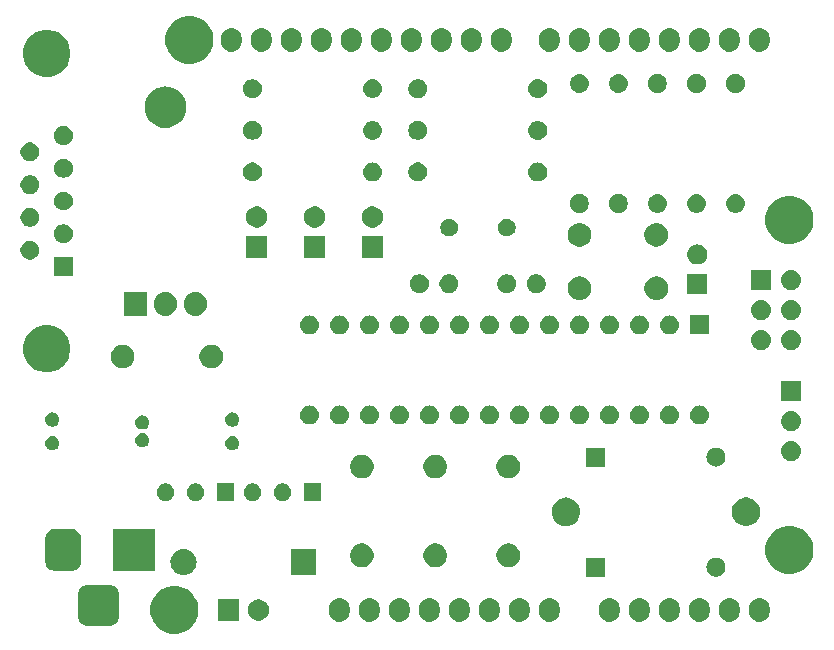
<source format=gbr>
G04 #@! TF.GenerationSoftware,KiCad,Pcbnew,(5.1.4)-1*
G04 #@! TF.CreationDate,2019-10-04T17:51:03+08:00*
G04 #@! TF.ProjectId,arduino-sss,61726475-696e-46f2-9d73-73732e6b6963,rev?*
G04 #@! TF.SameCoordinates,Original*
G04 #@! TF.FileFunction,Soldermask,Top*
G04 #@! TF.FilePolarity,Negative*
%FSLAX46Y46*%
G04 Gerber Fmt 4.6, Leading zero omitted, Abs format (unit mm)*
G04 Created by KiCad (PCBNEW (5.1.4)-1) date 2019-10-04 17:51:03*
%MOMM*%
%LPD*%
G04 APERTURE LIST*
%ADD10C,0.100000*%
G04 APERTURE END LIST*
D10*
G36*
X125560711Y-121871088D02*
G01*
X125930511Y-122024264D01*
X125930513Y-122024265D01*
X126019727Y-122083876D01*
X126263324Y-122246642D01*
X126546358Y-122529676D01*
X126656792Y-122694953D01*
X126741346Y-122821496D01*
X126768736Y-122862489D01*
X126921912Y-123232289D01*
X127000000Y-123624864D01*
X127000000Y-124025136D01*
X126921912Y-124417711D01*
X126904598Y-124459510D01*
X126768735Y-124787513D01*
X126546357Y-125120325D01*
X126263325Y-125403357D01*
X125930513Y-125625735D01*
X125930512Y-125625736D01*
X125930511Y-125625736D01*
X125560711Y-125778912D01*
X125168136Y-125857000D01*
X124767864Y-125857000D01*
X124375289Y-125778912D01*
X124005489Y-125625736D01*
X124005488Y-125625736D01*
X124005487Y-125625735D01*
X123672675Y-125403357D01*
X123389643Y-125120325D01*
X123167265Y-124787513D01*
X123031402Y-124459510D01*
X123014088Y-124417711D01*
X122936000Y-124025136D01*
X122936000Y-123624864D01*
X123014088Y-123232289D01*
X123167264Y-122862489D01*
X123194655Y-122821496D01*
X123279208Y-122694953D01*
X123389642Y-122529676D01*
X123672676Y-122246642D01*
X123916273Y-122083876D01*
X124005487Y-122024265D01*
X124005489Y-122024264D01*
X124375289Y-121871088D01*
X124767864Y-121793000D01*
X125168136Y-121793000D01*
X125560711Y-121871088D01*
X125560711Y-121871088D01*
G37*
G36*
X119634891Y-121711205D02*
G01*
X119787202Y-121757408D01*
X119927565Y-121832433D01*
X120050597Y-121933403D01*
X120151567Y-122056435D01*
X120226592Y-122196798D01*
X120272795Y-122349109D01*
X120289000Y-122513640D01*
X120289000Y-124376360D01*
X120272795Y-124540891D01*
X120226592Y-124693202D01*
X120151567Y-124833565D01*
X120050597Y-124956597D01*
X119927565Y-125057567D01*
X119787202Y-125132592D01*
X119634891Y-125178795D01*
X119470360Y-125195000D01*
X117607640Y-125195000D01*
X117443109Y-125178795D01*
X117290798Y-125132592D01*
X117150435Y-125057567D01*
X117027403Y-124956597D01*
X116926433Y-124833565D01*
X116851408Y-124693202D01*
X116805205Y-124540891D01*
X116789000Y-124376360D01*
X116789000Y-122513640D01*
X116805205Y-122349109D01*
X116851408Y-122196798D01*
X116926433Y-122056435D01*
X117027403Y-121933403D01*
X117150435Y-121832433D01*
X117290798Y-121757408D01*
X117443109Y-121711205D01*
X117607640Y-121695000D01*
X119470360Y-121695000D01*
X119634891Y-121711205D01*
X119634891Y-121711205D01*
G37*
G36*
X161967294Y-122821496D02*
G01*
X162087726Y-122858029D01*
X162130087Y-122870879D01*
X162280107Y-122951066D01*
X162280110Y-122951068D01*
X162280111Y-122951069D01*
X162411612Y-123058988D01*
X162519531Y-123190488D01*
X162519533Y-123190492D01*
X162519534Y-123190493D01*
X162599721Y-123340513D01*
X162599722Y-123340516D01*
X162649104Y-123503305D01*
X162649104Y-123503307D01*
X162661600Y-123630179D01*
X162661600Y-124019820D01*
X162661076Y-124025136D01*
X162649104Y-124146694D01*
X162617369Y-124251310D01*
X162599721Y-124309488D01*
X162541874Y-124417711D01*
X162519531Y-124459512D01*
X162411612Y-124591012D01*
X162280112Y-124698931D01*
X162280108Y-124698933D01*
X162280107Y-124698934D01*
X162130087Y-124779121D01*
X162130084Y-124779122D01*
X161967295Y-124828504D01*
X161798000Y-124845178D01*
X161628706Y-124828504D01*
X161465917Y-124779122D01*
X161465914Y-124779121D01*
X161315894Y-124698934D01*
X161315893Y-124698933D01*
X161315889Y-124698931D01*
X161184388Y-124591012D01*
X161076469Y-124459512D01*
X161054126Y-124417711D01*
X160996279Y-124309487D01*
X160978631Y-124251310D01*
X160946896Y-124146695D01*
X160938565Y-124062112D01*
X160934400Y-124019821D01*
X160934400Y-123630180D01*
X160946896Y-123503308D01*
X160946896Y-123503306D01*
X160996278Y-123340517D01*
X160996279Y-123340513D01*
X161076466Y-123190493D01*
X161076470Y-123190488D01*
X161184388Y-123058988D01*
X161315888Y-122951069D01*
X161315892Y-122951067D01*
X161315893Y-122951066D01*
X161465913Y-122870879D01*
X161493571Y-122862489D01*
X161628705Y-122821496D01*
X161798000Y-122804822D01*
X161967294Y-122821496D01*
X161967294Y-122821496D01*
G37*
G36*
X144187294Y-122821496D02*
G01*
X144307726Y-122858029D01*
X144350087Y-122870879D01*
X144500107Y-122951066D01*
X144500110Y-122951068D01*
X144500111Y-122951069D01*
X144631612Y-123058988D01*
X144739531Y-123190488D01*
X144739533Y-123190492D01*
X144739534Y-123190493D01*
X144819721Y-123340513D01*
X144819722Y-123340516D01*
X144869104Y-123503305D01*
X144869104Y-123503307D01*
X144881600Y-123630179D01*
X144881600Y-124019820D01*
X144881076Y-124025136D01*
X144869104Y-124146694D01*
X144837369Y-124251310D01*
X144819721Y-124309488D01*
X144761874Y-124417711D01*
X144739531Y-124459512D01*
X144631612Y-124591012D01*
X144500112Y-124698931D01*
X144500108Y-124698933D01*
X144500107Y-124698934D01*
X144350087Y-124779121D01*
X144350084Y-124779122D01*
X144187295Y-124828504D01*
X144018000Y-124845178D01*
X143848706Y-124828504D01*
X143685917Y-124779122D01*
X143685914Y-124779121D01*
X143535894Y-124698934D01*
X143535893Y-124698933D01*
X143535889Y-124698931D01*
X143404388Y-124591012D01*
X143296469Y-124459512D01*
X143274126Y-124417711D01*
X143216279Y-124309487D01*
X143198631Y-124251310D01*
X143166896Y-124146695D01*
X143158565Y-124062112D01*
X143154400Y-124019821D01*
X143154400Y-123630180D01*
X143166896Y-123503308D01*
X143166896Y-123503306D01*
X143216278Y-123340517D01*
X143216279Y-123340513D01*
X143296466Y-123190493D01*
X143296470Y-123190488D01*
X143404388Y-123058988D01*
X143535888Y-122951069D01*
X143535892Y-122951067D01*
X143535893Y-122951066D01*
X143685913Y-122870879D01*
X143713571Y-122862489D01*
X143848705Y-122821496D01*
X144018000Y-122804822D01*
X144187294Y-122821496D01*
X144187294Y-122821496D01*
G37*
G36*
X146727294Y-122821496D02*
G01*
X146847726Y-122858029D01*
X146890087Y-122870879D01*
X147040107Y-122951066D01*
X147040110Y-122951068D01*
X147040111Y-122951069D01*
X147171612Y-123058988D01*
X147279531Y-123190488D01*
X147279533Y-123190492D01*
X147279534Y-123190493D01*
X147359721Y-123340513D01*
X147359722Y-123340516D01*
X147409104Y-123503305D01*
X147409104Y-123503307D01*
X147421600Y-123630179D01*
X147421600Y-124019820D01*
X147421076Y-124025136D01*
X147409104Y-124146694D01*
X147377369Y-124251310D01*
X147359721Y-124309488D01*
X147301874Y-124417711D01*
X147279531Y-124459512D01*
X147171612Y-124591012D01*
X147040112Y-124698931D01*
X147040108Y-124698933D01*
X147040107Y-124698934D01*
X146890087Y-124779121D01*
X146890084Y-124779122D01*
X146727295Y-124828504D01*
X146558000Y-124845178D01*
X146388706Y-124828504D01*
X146225917Y-124779122D01*
X146225914Y-124779121D01*
X146075894Y-124698934D01*
X146075893Y-124698933D01*
X146075889Y-124698931D01*
X145944388Y-124591012D01*
X145836469Y-124459512D01*
X145814126Y-124417711D01*
X145756279Y-124309487D01*
X145738631Y-124251310D01*
X145706896Y-124146695D01*
X145698565Y-124062112D01*
X145694400Y-124019821D01*
X145694400Y-123630180D01*
X145706896Y-123503308D01*
X145706896Y-123503306D01*
X145756278Y-123340517D01*
X145756279Y-123340513D01*
X145836466Y-123190493D01*
X145836470Y-123190488D01*
X145944388Y-123058988D01*
X146075888Y-122951069D01*
X146075892Y-122951067D01*
X146075893Y-122951066D01*
X146225913Y-122870879D01*
X146253571Y-122862489D01*
X146388705Y-122821496D01*
X146558000Y-122804822D01*
X146727294Y-122821496D01*
X146727294Y-122821496D01*
G37*
G36*
X149267294Y-122821496D02*
G01*
X149387726Y-122858029D01*
X149430087Y-122870879D01*
X149580107Y-122951066D01*
X149580110Y-122951068D01*
X149580111Y-122951069D01*
X149711612Y-123058988D01*
X149819531Y-123190488D01*
X149819533Y-123190492D01*
X149819534Y-123190493D01*
X149899721Y-123340513D01*
X149899722Y-123340516D01*
X149949104Y-123503305D01*
X149949104Y-123503307D01*
X149961600Y-123630179D01*
X149961600Y-124019820D01*
X149961076Y-124025136D01*
X149949104Y-124146694D01*
X149917369Y-124251310D01*
X149899721Y-124309488D01*
X149841874Y-124417711D01*
X149819531Y-124459512D01*
X149711612Y-124591012D01*
X149580112Y-124698931D01*
X149580108Y-124698933D01*
X149580107Y-124698934D01*
X149430087Y-124779121D01*
X149430084Y-124779122D01*
X149267295Y-124828504D01*
X149098000Y-124845178D01*
X148928706Y-124828504D01*
X148765917Y-124779122D01*
X148765914Y-124779121D01*
X148615894Y-124698934D01*
X148615893Y-124698933D01*
X148615889Y-124698931D01*
X148484388Y-124591012D01*
X148376469Y-124459512D01*
X148354126Y-124417711D01*
X148296279Y-124309487D01*
X148278631Y-124251310D01*
X148246896Y-124146695D01*
X148238565Y-124062112D01*
X148234400Y-124019821D01*
X148234400Y-123630180D01*
X148246896Y-123503308D01*
X148246896Y-123503306D01*
X148296278Y-123340517D01*
X148296279Y-123340513D01*
X148376466Y-123190493D01*
X148376470Y-123190488D01*
X148484388Y-123058988D01*
X148615888Y-122951069D01*
X148615892Y-122951067D01*
X148615893Y-122951066D01*
X148765913Y-122870879D01*
X148793571Y-122862489D01*
X148928705Y-122821496D01*
X149098000Y-122804822D01*
X149267294Y-122821496D01*
X149267294Y-122821496D01*
G37*
G36*
X151807294Y-122821496D02*
G01*
X151927726Y-122858029D01*
X151970087Y-122870879D01*
X152120107Y-122951066D01*
X152120110Y-122951068D01*
X152120111Y-122951069D01*
X152251612Y-123058988D01*
X152359531Y-123190488D01*
X152359533Y-123190492D01*
X152359534Y-123190493D01*
X152439721Y-123340513D01*
X152439722Y-123340516D01*
X152489104Y-123503305D01*
X152489104Y-123503307D01*
X152501600Y-123630179D01*
X152501600Y-124019820D01*
X152501076Y-124025136D01*
X152489104Y-124146694D01*
X152457369Y-124251310D01*
X152439721Y-124309488D01*
X152381874Y-124417711D01*
X152359531Y-124459512D01*
X152251612Y-124591012D01*
X152120112Y-124698931D01*
X152120108Y-124698933D01*
X152120107Y-124698934D01*
X151970087Y-124779121D01*
X151970084Y-124779122D01*
X151807295Y-124828504D01*
X151638000Y-124845178D01*
X151468706Y-124828504D01*
X151305917Y-124779122D01*
X151305914Y-124779121D01*
X151155894Y-124698934D01*
X151155893Y-124698933D01*
X151155889Y-124698931D01*
X151024388Y-124591012D01*
X150916469Y-124459512D01*
X150894126Y-124417711D01*
X150836279Y-124309487D01*
X150818631Y-124251310D01*
X150786896Y-124146695D01*
X150778565Y-124062112D01*
X150774400Y-124019821D01*
X150774400Y-123630180D01*
X150786896Y-123503308D01*
X150786896Y-123503306D01*
X150836278Y-123340517D01*
X150836279Y-123340513D01*
X150916466Y-123190493D01*
X150916470Y-123190488D01*
X151024388Y-123058988D01*
X151155888Y-122951069D01*
X151155892Y-122951067D01*
X151155893Y-122951066D01*
X151305913Y-122870879D01*
X151333571Y-122862489D01*
X151468705Y-122821496D01*
X151638000Y-122804822D01*
X151807294Y-122821496D01*
X151807294Y-122821496D01*
G37*
G36*
X154347294Y-122821496D02*
G01*
X154467726Y-122858029D01*
X154510087Y-122870879D01*
X154660107Y-122951066D01*
X154660110Y-122951068D01*
X154660111Y-122951069D01*
X154791612Y-123058988D01*
X154899531Y-123190488D01*
X154899533Y-123190492D01*
X154899534Y-123190493D01*
X154979721Y-123340513D01*
X154979722Y-123340516D01*
X155029104Y-123503305D01*
X155029104Y-123503307D01*
X155041600Y-123630179D01*
X155041600Y-124019820D01*
X155041076Y-124025136D01*
X155029104Y-124146694D01*
X154997369Y-124251310D01*
X154979721Y-124309488D01*
X154921874Y-124417711D01*
X154899531Y-124459512D01*
X154791612Y-124591012D01*
X154660112Y-124698931D01*
X154660108Y-124698933D01*
X154660107Y-124698934D01*
X154510087Y-124779121D01*
X154510084Y-124779122D01*
X154347295Y-124828504D01*
X154178000Y-124845178D01*
X154008706Y-124828504D01*
X153845917Y-124779122D01*
X153845914Y-124779121D01*
X153695894Y-124698934D01*
X153695893Y-124698933D01*
X153695889Y-124698931D01*
X153564388Y-124591012D01*
X153456469Y-124459512D01*
X153434126Y-124417711D01*
X153376279Y-124309487D01*
X153358631Y-124251310D01*
X153326896Y-124146695D01*
X153318565Y-124062112D01*
X153314400Y-124019821D01*
X153314400Y-123630180D01*
X153326896Y-123503308D01*
X153326896Y-123503306D01*
X153376278Y-123340517D01*
X153376279Y-123340513D01*
X153456466Y-123190493D01*
X153456470Y-123190488D01*
X153564388Y-123058988D01*
X153695888Y-122951069D01*
X153695892Y-122951067D01*
X153695893Y-122951066D01*
X153845913Y-122870879D01*
X153873571Y-122862489D01*
X154008705Y-122821496D01*
X154178000Y-122804822D01*
X154347294Y-122821496D01*
X154347294Y-122821496D01*
G37*
G36*
X156887294Y-122821496D02*
G01*
X157007726Y-122858029D01*
X157050087Y-122870879D01*
X157200107Y-122951066D01*
X157200110Y-122951068D01*
X157200111Y-122951069D01*
X157331612Y-123058988D01*
X157439531Y-123190488D01*
X157439533Y-123190492D01*
X157439534Y-123190493D01*
X157519721Y-123340513D01*
X157519722Y-123340516D01*
X157569104Y-123503305D01*
X157569104Y-123503307D01*
X157581600Y-123630179D01*
X157581600Y-124019820D01*
X157581076Y-124025136D01*
X157569104Y-124146694D01*
X157537369Y-124251310D01*
X157519721Y-124309488D01*
X157461874Y-124417711D01*
X157439531Y-124459512D01*
X157331612Y-124591012D01*
X157200112Y-124698931D01*
X157200108Y-124698933D01*
X157200107Y-124698934D01*
X157050087Y-124779121D01*
X157050084Y-124779122D01*
X156887295Y-124828504D01*
X156718000Y-124845178D01*
X156548706Y-124828504D01*
X156385917Y-124779122D01*
X156385914Y-124779121D01*
X156235894Y-124698934D01*
X156235893Y-124698933D01*
X156235889Y-124698931D01*
X156104388Y-124591012D01*
X155996469Y-124459512D01*
X155974126Y-124417711D01*
X155916279Y-124309487D01*
X155898631Y-124251310D01*
X155866896Y-124146695D01*
X155858565Y-124062112D01*
X155854400Y-124019821D01*
X155854400Y-123630180D01*
X155866896Y-123503308D01*
X155866896Y-123503306D01*
X155916278Y-123340517D01*
X155916279Y-123340513D01*
X155996466Y-123190493D01*
X155996470Y-123190488D01*
X156104388Y-123058988D01*
X156235888Y-122951069D01*
X156235892Y-122951067D01*
X156235893Y-122951066D01*
X156385913Y-122870879D01*
X156413571Y-122862489D01*
X156548705Y-122821496D01*
X156718000Y-122804822D01*
X156887294Y-122821496D01*
X156887294Y-122821496D01*
G37*
G36*
X164507294Y-122821496D02*
G01*
X164627726Y-122858029D01*
X164670087Y-122870879D01*
X164820107Y-122951066D01*
X164820110Y-122951068D01*
X164820111Y-122951069D01*
X164951612Y-123058988D01*
X165059531Y-123190488D01*
X165059533Y-123190492D01*
X165059534Y-123190493D01*
X165139721Y-123340513D01*
X165139722Y-123340516D01*
X165189104Y-123503305D01*
X165189104Y-123503307D01*
X165201600Y-123630179D01*
X165201600Y-124019820D01*
X165201076Y-124025136D01*
X165189104Y-124146694D01*
X165157369Y-124251310D01*
X165139721Y-124309488D01*
X165081874Y-124417711D01*
X165059531Y-124459512D01*
X164951612Y-124591012D01*
X164820112Y-124698931D01*
X164820108Y-124698933D01*
X164820107Y-124698934D01*
X164670087Y-124779121D01*
X164670084Y-124779122D01*
X164507295Y-124828504D01*
X164338000Y-124845178D01*
X164168706Y-124828504D01*
X164005917Y-124779122D01*
X164005914Y-124779121D01*
X163855894Y-124698934D01*
X163855893Y-124698933D01*
X163855889Y-124698931D01*
X163724388Y-124591012D01*
X163616469Y-124459512D01*
X163594126Y-124417711D01*
X163536279Y-124309487D01*
X163518631Y-124251310D01*
X163486896Y-124146695D01*
X163478565Y-124062112D01*
X163474400Y-124019821D01*
X163474400Y-123630180D01*
X163486896Y-123503308D01*
X163486896Y-123503306D01*
X163536278Y-123340517D01*
X163536279Y-123340513D01*
X163616466Y-123190493D01*
X163616470Y-123190488D01*
X163724388Y-123058988D01*
X163855888Y-122951069D01*
X163855892Y-122951067D01*
X163855893Y-122951066D01*
X164005913Y-122870879D01*
X164033571Y-122862489D01*
X164168705Y-122821496D01*
X164338000Y-122804822D01*
X164507294Y-122821496D01*
X164507294Y-122821496D01*
G37*
G36*
X167047294Y-122821496D02*
G01*
X167167726Y-122858029D01*
X167210087Y-122870879D01*
X167360107Y-122951066D01*
X167360110Y-122951068D01*
X167360111Y-122951069D01*
X167491612Y-123058988D01*
X167599531Y-123190488D01*
X167599533Y-123190492D01*
X167599534Y-123190493D01*
X167679721Y-123340513D01*
X167679722Y-123340516D01*
X167729104Y-123503305D01*
X167729104Y-123503307D01*
X167741600Y-123630179D01*
X167741600Y-124019820D01*
X167741076Y-124025136D01*
X167729104Y-124146694D01*
X167697369Y-124251310D01*
X167679721Y-124309488D01*
X167621874Y-124417711D01*
X167599531Y-124459512D01*
X167491612Y-124591012D01*
X167360112Y-124698931D01*
X167360108Y-124698933D01*
X167360107Y-124698934D01*
X167210087Y-124779121D01*
X167210084Y-124779122D01*
X167047295Y-124828504D01*
X166878000Y-124845178D01*
X166708706Y-124828504D01*
X166545917Y-124779122D01*
X166545914Y-124779121D01*
X166395894Y-124698934D01*
X166395893Y-124698933D01*
X166395889Y-124698931D01*
X166264388Y-124591012D01*
X166156469Y-124459512D01*
X166134126Y-124417711D01*
X166076279Y-124309487D01*
X166058631Y-124251310D01*
X166026896Y-124146695D01*
X166018565Y-124062112D01*
X166014400Y-124019821D01*
X166014400Y-123630180D01*
X166026896Y-123503308D01*
X166026896Y-123503306D01*
X166076278Y-123340517D01*
X166076279Y-123340513D01*
X166156466Y-123190493D01*
X166156470Y-123190488D01*
X166264388Y-123058988D01*
X166395888Y-122951069D01*
X166395892Y-122951067D01*
X166395893Y-122951066D01*
X166545913Y-122870879D01*
X166573571Y-122862489D01*
X166708705Y-122821496D01*
X166878000Y-122804822D01*
X167047294Y-122821496D01*
X167047294Y-122821496D01*
G37*
G36*
X169587294Y-122821496D02*
G01*
X169707726Y-122858029D01*
X169750087Y-122870879D01*
X169900107Y-122951066D01*
X169900110Y-122951068D01*
X169900111Y-122951069D01*
X170031612Y-123058988D01*
X170139531Y-123190488D01*
X170139533Y-123190492D01*
X170139534Y-123190493D01*
X170219721Y-123340513D01*
X170219722Y-123340516D01*
X170269104Y-123503305D01*
X170269104Y-123503307D01*
X170281600Y-123630179D01*
X170281600Y-124019820D01*
X170281076Y-124025136D01*
X170269104Y-124146694D01*
X170237369Y-124251310D01*
X170219721Y-124309488D01*
X170161874Y-124417711D01*
X170139531Y-124459512D01*
X170031612Y-124591012D01*
X169900112Y-124698931D01*
X169900108Y-124698933D01*
X169900107Y-124698934D01*
X169750087Y-124779121D01*
X169750084Y-124779122D01*
X169587295Y-124828504D01*
X169418000Y-124845178D01*
X169248706Y-124828504D01*
X169085917Y-124779122D01*
X169085914Y-124779121D01*
X168935894Y-124698934D01*
X168935893Y-124698933D01*
X168935889Y-124698931D01*
X168804388Y-124591012D01*
X168696469Y-124459512D01*
X168674126Y-124417711D01*
X168616279Y-124309487D01*
X168598631Y-124251310D01*
X168566896Y-124146695D01*
X168558565Y-124062112D01*
X168554400Y-124019821D01*
X168554400Y-123630180D01*
X168566896Y-123503308D01*
X168566896Y-123503306D01*
X168616278Y-123340517D01*
X168616279Y-123340513D01*
X168696466Y-123190493D01*
X168696470Y-123190488D01*
X168804388Y-123058988D01*
X168935888Y-122951069D01*
X168935892Y-122951067D01*
X168935893Y-122951066D01*
X169085913Y-122870879D01*
X169113571Y-122862489D01*
X169248705Y-122821496D01*
X169418000Y-122804822D01*
X169587294Y-122821496D01*
X169587294Y-122821496D01*
G37*
G36*
X141647294Y-122821496D02*
G01*
X141767726Y-122858029D01*
X141810087Y-122870879D01*
X141960107Y-122951066D01*
X141960110Y-122951068D01*
X141960111Y-122951069D01*
X142091612Y-123058988D01*
X142199531Y-123190488D01*
X142199533Y-123190492D01*
X142199534Y-123190493D01*
X142279721Y-123340513D01*
X142279722Y-123340516D01*
X142329104Y-123503305D01*
X142329104Y-123503307D01*
X142341600Y-123630179D01*
X142341600Y-124019820D01*
X142341076Y-124025136D01*
X142329104Y-124146694D01*
X142297369Y-124251310D01*
X142279721Y-124309488D01*
X142221874Y-124417711D01*
X142199531Y-124459512D01*
X142091612Y-124591012D01*
X141960112Y-124698931D01*
X141960108Y-124698933D01*
X141960107Y-124698934D01*
X141810087Y-124779121D01*
X141810084Y-124779122D01*
X141647295Y-124828504D01*
X141478000Y-124845178D01*
X141308706Y-124828504D01*
X141145917Y-124779122D01*
X141145914Y-124779121D01*
X140995894Y-124698934D01*
X140995893Y-124698933D01*
X140995889Y-124698931D01*
X140864388Y-124591012D01*
X140756469Y-124459512D01*
X140734126Y-124417711D01*
X140676279Y-124309487D01*
X140658631Y-124251310D01*
X140626896Y-124146695D01*
X140618565Y-124062112D01*
X140614400Y-124019821D01*
X140614400Y-123630180D01*
X140626896Y-123503308D01*
X140626896Y-123503306D01*
X140676278Y-123340517D01*
X140676279Y-123340513D01*
X140756466Y-123190493D01*
X140756470Y-123190488D01*
X140864388Y-123058988D01*
X140995888Y-122951069D01*
X140995892Y-122951067D01*
X140995893Y-122951066D01*
X141145913Y-122870879D01*
X141173571Y-122862489D01*
X141308705Y-122821496D01*
X141478000Y-122804822D01*
X141647294Y-122821496D01*
X141647294Y-122821496D01*
G37*
G36*
X172127294Y-122821496D02*
G01*
X172247726Y-122858029D01*
X172290087Y-122870879D01*
X172440107Y-122951066D01*
X172440110Y-122951068D01*
X172440111Y-122951069D01*
X172571612Y-123058988D01*
X172679531Y-123190488D01*
X172679533Y-123190492D01*
X172679534Y-123190493D01*
X172759721Y-123340513D01*
X172759722Y-123340516D01*
X172809104Y-123503305D01*
X172809104Y-123503307D01*
X172821600Y-123630179D01*
X172821600Y-124019820D01*
X172821076Y-124025136D01*
X172809104Y-124146694D01*
X172777369Y-124251310D01*
X172759721Y-124309488D01*
X172701874Y-124417711D01*
X172679531Y-124459512D01*
X172571612Y-124591012D01*
X172440112Y-124698931D01*
X172440108Y-124698933D01*
X172440107Y-124698934D01*
X172290087Y-124779121D01*
X172290084Y-124779122D01*
X172127295Y-124828504D01*
X171958000Y-124845178D01*
X171788706Y-124828504D01*
X171625917Y-124779122D01*
X171625914Y-124779121D01*
X171475894Y-124698934D01*
X171475893Y-124698933D01*
X171475889Y-124698931D01*
X171344388Y-124591012D01*
X171236469Y-124459512D01*
X171214126Y-124417711D01*
X171156279Y-124309487D01*
X171138631Y-124251310D01*
X171106896Y-124146695D01*
X171098565Y-124062112D01*
X171094400Y-124019821D01*
X171094400Y-123630180D01*
X171106896Y-123503308D01*
X171106896Y-123503306D01*
X171156278Y-123340517D01*
X171156279Y-123340513D01*
X171236466Y-123190493D01*
X171236470Y-123190488D01*
X171344388Y-123058988D01*
X171475888Y-122951069D01*
X171475892Y-122951067D01*
X171475893Y-122951066D01*
X171625913Y-122870879D01*
X171653571Y-122862489D01*
X171788705Y-122821496D01*
X171958000Y-122804822D01*
X172127294Y-122821496D01*
X172127294Y-122821496D01*
G37*
G36*
X174667294Y-122821496D02*
G01*
X174787726Y-122858029D01*
X174830087Y-122870879D01*
X174980107Y-122951066D01*
X174980110Y-122951068D01*
X174980111Y-122951069D01*
X175111612Y-123058988D01*
X175219531Y-123190488D01*
X175219533Y-123190492D01*
X175219534Y-123190493D01*
X175299721Y-123340513D01*
X175299722Y-123340516D01*
X175349104Y-123503305D01*
X175349104Y-123503307D01*
X175361600Y-123630179D01*
X175361600Y-124019820D01*
X175361076Y-124025136D01*
X175349104Y-124146694D01*
X175317369Y-124251310D01*
X175299721Y-124309488D01*
X175241874Y-124417711D01*
X175219531Y-124459512D01*
X175111612Y-124591012D01*
X174980112Y-124698931D01*
X174980108Y-124698933D01*
X174980107Y-124698934D01*
X174830087Y-124779121D01*
X174830084Y-124779122D01*
X174667295Y-124828504D01*
X174498000Y-124845178D01*
X174328706Y-124828504D01*
X174165917Y-124779122D01*
X174165914Y-124779121D01*
X174015894Y-124698934D01*
X174015893Y-124698933D01*
X174015889Y-124698931D01*
X173884388Y-124591012D01*
X173776469Y-124459512D01*
X173754126Y-124417711D01*
X173696279Y-124309487D01*
X173678631Y-124251310D01*
X173646896Y-124146695D01*
X173638565Y-124062112D01*
X173634400Y-124019821D01*
X173634400Y-123630180D01*
X173646896Y-123503308D01*
X173646896Y-123503306D01*
X173696278Y-123340517D01*
X173696279Y-123340513D01*
X173776466Y-123190493D01*
X173776470Y-123190488D01*
X173884388Y-123058988D01*
X174015888Y-122951069D01*
X174015892Y-122951067D01*
X174015893Y-122951066D01*
X174165913Y-122870879D01*
X174193571Y-122862489D01*
X174328705Y-122821496D01*
X174498000Y-122804822D01*
X174667294Y-122821496D01*
X174667294Y-122821496D01*
G37*
G36*
X139107294Y-122821496D02*
G01*
X139227726Y-122858029D01*
X139270087Y-122870879D01*
X139420107Y-122951066D01*
X139420110Y-122951068D01*
X139420111Y-122951069D01*
X139551612Y-123058988D01*
X139659531Y-123190488D01*
X139659533Y-123190492D01*
X139659534Y-123190493D01*
X139739721Y-123340513D01*
X139739722Y-123340516D01*
X139789104Y-123503305D01*
X139789104Y-123503307D01*
X139801600Y-123630179D01*
X139801600Y-124019820D01*
X139801076Y-124025136D01*
X139789104Y-124146694D01*
X139757369Y-124251310D01*
X139739721Y-124309488D01*
X139681874Y-124417711D01*
X139659531Y-124459512D01*
X139551612Y-124591012D01*
X139420112Y-124698931D01*
X139420108Y-124698933D01*
X139420107Y-124698934D01*
X139270087Y-124779121D01*
X139270084Y-124779122D01*
X139107295Y-124828504D01*
X138938000Y-124845178D01*
X138768706Y-124828504D01*
X138605917Y-124779122D01*
X138605914Y-124779121D01*
X138455894Y-124698934D01*
X138455893Y-124698933D01*
X138455889Y-124698931D01*
X138324388Y-124591012D01*
X138216469Y-124459512D01*
X138194126Y-124417711D01*
X138136279Y-124309487D01*
X138118631Y-124251310D01*
X138086896Y-124146695D01*
X138078565Y-124062112D01*
X138074400Y-124019821D01*
X138074400Y-123630180D01*
X138086896Y-123503308D01*
X138086896Y-123503306D01*
X138136278Y-123340517D01*
X138136279Y-123340513D01*
X138216466Y-123190493D01*
X138216470Y-123190488D01*
X138324388Y-123058988D01*
X138455888Y-122951069D01*
X138455892Y-122951067D01*
X138455893Y-122951066D01*
X138605913Y-122870879D01*
X138633571Y-122862489D01*
X138768705Y-122821496D01*
X138938000Y-122804822D01*
X139107294Y-122821496D01*
X139107294Y-122821496D01*
G37*
G36*
X132299702Y-122951069D02*
G01*
X132342520Y-122959586D01*
X132506310Y-123027430D01*
X132653717Y-123125924D01*
X132779076Y-123251283D01*
X132838697Y-123340513D01*
X132877571Y-123398692D01*
X132945414Y-123562480D01*
X132980000Y-123736356D01*
X132980000Y-123913644D01*
X132958880Y-124019820D01*
X132945414Y-124087520D01*
X132877570Y-124251310D01*
X132779076Y-124398717D01*
X132653717Y-124524076D01*
X132506310Y-124622570D01*
X132506309Y-124622571D01*
X132506308Y-124622571D01*
X132342520Y-124690414D01*
X132168644Y-124725000D01*
X131991356Y-124725000D01*
X131817480Y-124690414D01*
X131653692Y-124622571D01*
X131653691Y-124622571D01*
X131653690Y-124622570D01*
X131506283Y-124524076D01*
X131380924Y-124398717D01*
X131282430Y-124251310D01*
X131214586Y-124087520D01*
X131201120Y-124019820D01*
X131180000Y-123913644D01*
X131180000Y-123736356D01*
X131214586Y-123562480D01*
X131282429Y-123398692D01*
X131321303Y-123340513D01*
X131380924Y-123251283D01*
X131506283Y-123125924D01*
X131653690Y-123027430D01*
X131817480Y-122959586D01*
X131860298Y-122951069D01*
X131991356Y-122925000D01*
X132168644Y-122925000D01*
X132299702Y-122951069D01*
X132299702Y-122951069D01*
G37*
G36*
X130440000Y-124725000D02*
G01*
X128640000Y-124725000D01*
X128640000Y-122925000D01*
X130440000Y-122925000D01*
X130440000Y-124725000D01*
X130440000Y-124725000D01*
G37*
G36*
X161455000Y-121006000D02*
G01*
X159855000Y-121006000D01*
X159855000Y-119406000D01*
X161455000Y-119406000D01*
X161455000Y-121006000D01*
X161455000Y-121006000D01*
G37*
G36*
X170893471Y-119409859D02*
G01*
X170971827Y-119417576D01*
X171122628Y-119463321D01*
X171122630Y-119463322D01*
X171261605Y-119537606D01*
X171383422Y-119637578D01*
X171483394Y-119759395D01*
X171505825Y-119801360D01*
X171557679Y-119898372D01*
X171603424Y-120049173D01*
X171618870Y-120206000D01*
X171603424Y-120362827D01*
X171557679Y-120513628D01*
X171557678Y-120513630D01*
X171483394Y-120652605D01*
X171383422Y-120774422D01*
X171261605Y-120874394D01*
X171122630Y-120948678D01*
X171122628Y-120948679D01*
X170971827Y-120994424D01*
X170893471Y-121002141D01*
X170854294Y-121006000D01*
X170775706Y-121006000D01*
X170736529Y-121002141D01*
X170658173Y-120994424D01*
X170507372Y-120948679D01*
X170507370Y-120948678D01*
X170368395Y-120874394D01*
X170246578Y-120774422D01*
X170146606Y-120652605D01*
X170072322Y-120513630D01*
X170072321Y-120513628D01*
X170026576Y-120362827D01*
X170011130Y-120206000D01*
X170026576Y-120049173D01*
X170072321Y-119898372D01*
X170124175Y-119801360D01*
X170146606Y-119759395D01*
X170246578Y-119637578D01*
X170368395Y-119537606D01*
X170507370Y-119463322D01*
X170507372Y-119463321D01*
X170658173Y-119417576D01*
X170736529Y-119409859D01*
X170775706Y-119406000D01*
X170854294Y-119406000D01*
X170893471Y-119409859D01*
X170893471Y-119409859D01*
G37*
G36*
X136995000Y-120861000D02*
G01*
X134795000Y-120861000D01*
X134795000Y-118661000D01*
X136995000Y-118661000D01*
X136995000Y-120861000D01*
X136995000Y-120861000D01*
G37*
G36*
X125869837Y-118668958D02*
G01*
X125950638Y-118676916D01*
X126104034Y-118723449D01*
X126157992Y-118739817D01*
X126349084Y-118841957D01*
X126516581Y-118979419D01*
X126654043Y-119146916D01*
X126756183Y-119338008D01*
X126756184Y-119338012D01*
X126819084Y-119545362D01*
X126840322Y-119761000D01*
X126819084Y-119976638D01*
X126790651Y-120070366D01*
X126756183Y-120183992D01*
X126654043Y-120375084D01*
X126516581Y-120542581D01*
X126349084Y-120680043D01*
X126157992Y-120782183D01*
X126104034Y-120798551D01*
X125950638Y-120845084D01*
X125869837Y-120853042D01*
X125789038Y-120861000D01*
X125680962Y-120861000D01*
X125600163Y-120853042D01*
X125519362Y-120845084D01*
X125365966Y-120798551D01*
X125312008Y-120782183D01*
X125120916Y-120680043D01*
X124953419Y-120542581D01*
X124815957Y-120375084D01*
X124713817Y-120183992D01*
X124679349Y-120070366D01*
X124650916Y-119976638D01*
X124629678Y-119761000D01*
X124650916Y-119545362D01*
X124713816Y-119338012D01*
X124713817Y-119338008D01*
X124815957Y-119146916D01*
X124953419Y-118979419D01*
X125120916Y-118841957D01*
X125312008Y-118739817D01*
X125365966Y-118723449D01*
X125519362Y-118676916D01*
X125600163Y-118668958D01*
X125680962Y-118661000D01*
X125789038Y-118661000D01*
X125869837Y-118668958D01*
X125869837Y-118668958D01*
G37*
G36*
X177630711Y-116791088D02*
G01*
X177630714Y-116791089D01*
X177630713Y-116791089D01*
X178000513Y-116944265D01*
X178076443Y-116995000D01*
X178333324Y-117166642D01*
X178616358Y-117449676D01*
X178838736Y-117782489D01*
X178991912Y-118152289D01*
X179070000Y-118544864D01*
X179070000Y-118945136D01*
X178991912Y-119337711D01*
X178991911Y-119337713D01*
X178838735Y-119707513D01*
X178802996Y-119761000D01*
X178658912Y-119976638D01*
X178616357Y-120040325D01*
X178333325Y-120323357D01*
X178000513Y-120545735D01*
X178000512Y-120545736D01*
X178000511Y-120545736D01*
X177630711Y-120698912D01*
X177238136Y-120777000D01*
X176837864Y-120777000D01*
X176445289Y-120698912D01*
X176075489Y-120545736D01*
X176075488Y-120545736D01*
X176075487Y-120545735D01*
X175742675Y-120323357D01*
X175459643Y-120040325D01*
X175417089Y-119976638D01*
X175273004Y-119761000D01*
X175237265Y-119707513D01*
X175084089Y-119337713D01*
X175084088Y-119337711D01*
X175006000Y-118945136D01*
X175006000Y-118544864D01*
X175084088Y-118152289D01*
X175237264Y-117782489D01*
X175459642Y-117449676D01*
X175742676Y-117166642D01*
X175999557Y-116995000D01*
X176075487Y-116944265D01*
X176445287Y-116791089D01*
X176445286Y-116791089D01*
X176445289Y-116791088D01*
X176837864Y-116713000D01*
X177238136Y-116713000D01*
X177630711Y-116791088D01*
X177630711Y-116791088D01*
G37*
G36*
X123289000Y-120495000D02*
G01*
X119789000Y-120495000D01*
X119789000Y-116995000D01*
X123289000Y-116995000D01*
X123289000Y-120495000D01*
X123289000Y-120495000D01*
G37*
G36*
X116485505Y-117008803D02*
G01*
X116614366Y-117047893D01*
X116733117Y-117111367D01*
X116837209Y-117196791D01*
X116922633Y-117300883D01*
X116986107Y-117419634D01*
X117025197Y-117548495D01*
X117039000Y-117688640D01*
X117039000Y-119801360D01*
X117025197Y-119941505D01*
X116986107Y-120070366D01*
X116922633Y-120189117D01*
X116837209Y-120293209D01*
X116733117Y-120378633D01*
X116614366Y-120442107D01*
X116485505Y-120481197D01*
X116345360Y-120495000D01*
X114732640Y-120495000D01*
X114592495Y-120481197D01*
X114463634Y-120442107D01*
X114344883Y-120378633D01*
X114240791Y-120293209D01*
X114155367Y-120189117D01*
X114091893Y-120070366D01*
X114052803Y-119941505D01*
X114039000Y-119801360D01*
X114039000Y-117688640D01*
X114052803Y-117548495D01*
X114091893Y-117419634D01*
X114155367Y-117300883D01*
X114240791Y-117196791D01*
X114344883Y-117111367D01*
X114463634Y-117047893D01*
X114592495Y-117008803D01*
X114732640Y-116995000D01*
X116345360Y-116995000D01*
X116485505Y-117008803D01*
X116485505Y-117008803D01*
G37*
G36*
X153453290Y-118215619D02*
G01*
X153517689Y-118228429D01*
X153699678Y-118303811D01*
X153863463Y-118413249D01*
X154002751Y-118552537D01*
X154112189Y-118716322D01*
X154187571Y-118898311D01*
X154187571Y-118898312D01*
X154226000Y-119091507D01*
X154226000Y-119288493D01*
X154216151Y-119338008D01*
X154187571Y-119481689D01*
X154112189Y-119663678D01*
X154002751Y-119827463D01*
X153863463Y-119966751D01*
X153699678Y-120076189D01*
X153517689Y-120151571D01*
X153466877Y-120161678D01*
X153324493Y-120190000D01*
X153127507Y-120190000D01*
X152985123Y-120161678D01*
X152934311Y-120151571D01*
X152752322Y-120076189D01*
X152588537Y-119966751D01*
X152449249Y-119827463D01*
X152339811Y-119663678D01*
X152264429Y-119481689D01*
X152235849Y-119338008D01*
X152226000Y-119288493D01*
X152226000Y-119091507D01*
X152264429Y-118898312D01*
X152264429Y-118898311D01*
X152339811Y-118716322D01*
X152449249Y-118552537D01*
X152588537Y-118413249D01*
X152752322Y-118303811D01*
X152934311Y-118228429D01*
X152998710Y-118215619D01*
X153127507Y-118190000D01*
X153324493Y-118190000D01*
X153453290Y-118215619D01*
X153453290Y-118215619D01*
G37*
G36*
X147261290Y-118215619D02*
G01*
X147325689Y-118228429D01*
X147507678Y-118303811D01*
X147671463Y-118413249D01*
X147810751Y-118552537D01*
X147920189Y-118716322D01*
X147995571Y-118898311D01*
X147995571Y-118898312D01*
X148034000Y-119091507D01*
X148034000Y-119288493D01*
X148024151Y-119338008D01*
X147995571Y-119481689D01*
X147920189Y-119663678D01*
X147810751Y-119827463D01*
X147671463Y-119966751D01*
X147507678Y-120076189D01*
X147325689Y-120151571D01*
X147274877Y-120161678D01*
X147132493Y-120190000D01*
X146935507Y-120190000D01*
X146793123Y-120161678D01*
X146742311Y-120151571D01*
X146560322Y-120076189D01*
X146396537Y-119966751D01*
X146257249Y-119827463D01*
X146147811Y-119663678D01*
X146072429Y-119481689D01*
X146043849Y-119338008D01*
X146034000Y-119288493D01*
X146034000Y-119091507D01*
X146072429Y-118898312D01*
X146072429Y-118898311D01*
X146147811Y-118716322D01*
X146257249Y-118552537D01*
X146396537Y-118413249D01*
X146560322Y-118303811D01*
X146742311Y-118228429D01*
X146806710Y-118215619D01*
X146935507Y-118190000D01*
X147132493Y-118190000D01*
X147261290Y-118215619D01*
X147261290Y-118215619D01*
G37*
G36*
X141070290Y-118215619D02*
G01*
X141134689Y-118228429D01*
X141316678Y-118303811D01*
X141480463Y-118413249D01*
X141619751Y-118552537D01*
X141729189Y-118716322D01*
X141804571Y-118898311D01*
X141804571Y-118898312D01*
X141843000Y-119091507D01*
X141843000Y-119288493D01*
X141833151Y-119338008D01*
X141804571Y-119481689D01*
X141729189Y-119663678D01*
X141619751Y-119827463D01*
X141480463Y-119966751D01*
X141316678Y-120076189D01*
X141134689Y-120151571D01*
X141083877Y-120161678D01*
X140941493Y-120190000D01*
X140744507Y-120190000D01*
X140602123Y-120161678D01*
X140551311Y-120151571D01*
X140369322Y-120076189D01*
X140205537Y-119966751D01*
X140066249Y-119827463D01*
X139956811Y-119663678D01*
X139881429Y-119481689D01*
X139852849Y-119338008D01*
X139843000Y-119288493D01*
X139843000Y-119091507D01*
X139881429Y-118898312D01*
X139881429Y-118898311D01*
X139956811Y-118716322D01*
X140066249Y-118552537D01*
X140205537Y-118413249D01*
X140369322Y-118303811D01*
X140551311Y-118228429D01*
X140615710Y-118215619D01*
X140744507Y-118190000D01*
X140941493Y-118190000D01*
X141070290Y-118215619D01*
X141070290Y-118215619D01*
G37*
G36*
X173705026Y-114352115D02*
G01*
X173801273Y-114391982D01*
X173923413Y-114442574D01*
X174040250Y-114520642D01*
X174119955Y-114573899D01*
X174287101Y-114741045D01*
X174418427Y-114937589D01*
X174508885Y-115155974D01*
X174555000Y-115387809D01*
X174555000Y-115624191D01*
X174508885Y-115856026D01*
X174418427Y-116074411D01*
X174418426Y-116074413D01*
X174287101Y-116270955D01*
X174119955Y-116438101D01*
X173923413Y-116569426D01*
X173923412Y-116569427D01*
X173923411Y-116569427D01*
X173705026Y-116659885D01*
X173473191Y-116706000D01*
X173236809Y-116706000D01*
X173004974Y-116659885D01*
X172786589Y-116569427D01*
X172786588Y-116569427D01*
X172786587Y-116569426D01*
X172590045Y-116438101D01*
X172422899Y-116270955D01*
X172291574Y-116074413D01*
X172291573Y-116074411D01*
X172201115Y-115856026D01*
X172155000Y-115624191D01*
X172155000Y-115387809D01*
X172201115Y-115155974D01*
X172291573Y-114937589D01*
X172422899Y-114741045D01*
X172590045Y-114573899D01*
X172669750Y-114520642D01*
X172786587Y-114442574D01*
X172908727Y-114391982D01*
X173004974Y-114352115D01*
X173236809Y-114306000D01*
X173473191Y-114306000D01*
X173705026Y-114352115D01*
X173705026Y-114352115D01*
G37*
G36*
X158232714Y-114311788D02*
G01*
X158350241Y-114323363D01*
X158576442Y-114391981D01*
X158576445Y-114391982D01*
X158784910Y-114503408D01*
X158967634Y-114653366D01*
X159117592Y-114836090D01*
X159229018Y-115044555D01*
X159229019Y-115044558D01*
X159297637Y-115270759D01*
X159320806Y-115506000D01*
X159297637Y-115741241D01*
X159229019Y-115967442D01*
X159229018Y-115967445D01*
X159117592Y-116175910D01*
X158967634Y-116358634D01*
X158784910Y-116508592D01*
X158576445Y-116620018D01*
X158576442Y-116620019D01*
X158350241Y-116688637D01*
X158232714Y-116700212D01*
X158173951Y-116706000D01*
X158056049Y-116706000D01*
X157997286Y-116700212D01*
X157879759Y-116688637D01*
X157653558Y-116620019D01*
X157653555Y-116620018D01*
X157445090Y-116508592D01*
X157262366Y-116358634D01*
X157112408Y-116175910D01*
X157000982Y-115967445D01*
X157000981Y-115967442D01*
X156932363Y-115741241D01*
X156909194Y-115506000D01*
X156932363Y-115270759D01*
X157000981Y-115044558D01*
X157000982Y-115044555D01*
X157112408Y-114836090D01*
X157262366Y-114653366D01*
X157445090Y-114503408D01*
X157653555Y-114391982D01*
X157653558Y-114391981D01*
X157879759Y-114323363D01*
X157997286Y-114311788D01*
X158056049Y-114306000D01*
X158173951Y-114306000D01*
X158232714Y-114311788D01*
X158232714Y-114311788D01*
G37*
G36*
X134330766Y-113134821D02*
G01*
X134467257Y-113191358D01*
X134590097Y-113273437D01*
X134694563Y-113377903D01*
X134776642Y-113500743D01*
X134833179Y-113637234D01*
X134862000Y-113782130D01*
X134862000Y-113929870D01*
X134833179Y-114074766D01*
X134776642Y-114211257D01*
X134694563Y-114334097D01*
X134590097Y-114438563D01*
X134467257Y-114520642D01*
X134330766Y-114577179D01*
X134185870Y-114606000D01*
X134038130Y-114606000D01*
X133893234Y-114577179D01*
X133756743Y-114520642D01*
X133633903Y-114438563D01*
X133529437Y-114334097D01*
X133447358Y-114211257D01*
X133390821Y-114074766D01*
X133362000Y-113929870D01*
X133362000Y-113782130D01*
X133390821Y-113637234D01*
X133447358Y-113500743D01*
X133529437Y-113377903D01*
X133633903Y-113273437D01*
X133756743Y-113191358D01*
X133893234Y-113134821D01*
X134038130Y-113106000D01*
X134185870Y-113106000D01*
X134330766Y-113134821D01*
X134330766Y-113134821D01*
G37*
G36*
X131790766Y-113134821D02*
G01*
X131927257Y-113191358D01*
X132050097Y-113273437D01*
X132154563Y-113377903D01*
X132236642Y-113500743D01*
X132293179Y-113637234D01*
X132322000Y-113782130D01*
X132322000Y-113929870D01*
X132293179Y-114074766D01*
X132236642Y-114211257D01*
X132154563Y-114334097D01*
X132050097Y-114438563D01*
X131927257Y-114520642D01*
X131790766Y-114577179D01*
X131645870Y-114606000D01*
X131498130Y-114606000D01*
X131353234Y-114577179D01*
X131216743Y-114520642D01*
X131093903Y-114438563D01*
X130989437Y-114334097D01*
X130907358Y-114211257D01*
X130850821Y-114074766D01*
X130822000Y-113929870D01*
X130822000Y-113782130D01*
X130850821Y-113637234D01*
X130907358Y-113500743D01*
X130989437Y-113377903D01*
X131093903Y-113273437D01*
X131216743Y-113191358D01*
X131353234Y-113134821D01*
X131498130Y-113106000D01*
X131645870Y-113106000D01*
X131790766Y-113134821D01*
X131790766Y-113134821D01*
G37*
G36*
X130036000Y-114606000D02*
G01*
X128536000Y-114606000D01*
X128536000Y-113106000D01*
X130036000Y-113106000D01*
X130036000Y-114606000D01*
X130036000Y-114606000D01*
G37*
G36*
X137402000Y-114606000D02*
G01*
X135902000Y-114606000D01*
X135902000Y-113106000D01*
X137402000Y-113106000D01*
X137402000Y-114606000D01*
X137402000Y-114606000D01*
G37*
G36*
X126964766Y-113134821D02*
G01*
X127101257Y-113191358D01*
X127224097Y-113273437D01*
X127328563Y-113377903D01*
X127410642Y-113500743D01*
X127467179Y-113637234D01*
X127496000Y-113782130D01*
X127496000Y-113929870D01*
X127467179Y-114074766D01*
X127410642Y-114211257D01*
X127328563Y-114334097D01*
X127224097Y-114438563D01*
X127101257Y-114520642D01*
X126964766Y-114577179D01*
X126819870Y-114606000D01*
X126672130Y-114606000D01*
X126527234Y-114577179D01*
X126390743Y-114520642D01*
X126267903Y-114438563D01*
X126163437Y-114334097D01*
X126081358Y-114211257D01*
X126024821Y-114074766D01*
X125996000Y-113929870D01*
X125996000Y-113782130D01*
X126024821Y-113637234D01*
X126081358Y-113500743D01*
X126163437Y-113377903D01*
X126267903Y-113273437D01*
X126390743Y-113191358D01*
X126527234Y-113134821D01*
X126672130Y-113106000D01*
X126819870Y-113106000D01*
X126964766Y-113134821D01*
X126964766Y-113134821D01*
G37*
G36*
X124424766Y-113134821D02*
G01*
X124561257Y-113191358D01*
X124684097Y-113273437D01*
X124788563Y-113377903D01*
X124870642Y-113500743D01*
X124927179Y-113637234D01*
X124956000Y-113782130D01*
X124956000Y-113929870D01*
X124927179Y-114074766D01*
X124870642Y-114211257D01*
X124788563Y-114334097D01*
X124684097Y-114438563D01*
X124561257Y-114520642D01*
X124424766Y-114577179D01*
X124279870Y-114606000D01*
X124132130Y-114606000D01*
X123987234Y-114577179D01*
X123850743Y-114520642D01*
X123727903Y-114438563D01*
X123623437Y-114334097D01*
X123541358Y-114211257D01*
X123484821Y-114074766D01*
X123456000Y-113929870D01*
X123456000Y-113782130D01*
X123484821Y-113637234D01*
X123541358Y-113500743D01*
X123623437Y-113377903D01*
X123727903Y-113273437D01*
X123850743Y-113191358D01*
X123987234Y-113134821D01*
X124132130Y-113106000D01*
X124279870Y-113106000D01*
X124424766Y-113134821D01*
X124424766Y-113134821D01*
G37*
G36*
X141070290Y-110715619D02*
G01*
X141134689Y-110728429D01*
X141316678Y-110803811D01*
X141480463Y-110913249D01*
X141619751Y-111052537D01*
X141729189Y-111216322D01*
X141804571Y-111398311D01*
X141843000Y-111591509D01*
X141843000Y-111788491D01*
X141804571Y-111981689D01*
X141729189Y-112163678D01*
X141619751Y-112327463D01*
X141480463Y-112466751D01*
X141316678Y-112576189D01*
X141134689Y-112651571D01*
X141070290Y-112664381D01*
X140941493Y-112690000D01*
X140744507Y-112690000D01*
X140615710Y-112664381D01*
X140551311Y-112651571D01*
X140369322Y-112576189D01*
X140205537Y-112466751D01*
X140066249Y-112327463D01*
X139956811Y-112163678D01*
X139881429Y-111981689D01*
X139843000Y-111788491D01*
X139843000Y-111591509D01*
X139881429Y-111398311D01*
X139956811Y-111216322D01*
X140066249Y-111052537D01*
X140205537Y-110913249D01*
X140369322Y-110803811D01*
X140551311Y-110728429D01*
X140615710Y-110715619D01*
X140744507Y-110690000D01*
X140941493Y-110690000D01*
X141070290Y-110715619D01*
X141070290Y-110715619D01*
G37*
G36*
X153453290Y-110715619D02*
G01*
X153517689Y-110728429D01*
X153699678Y-110803811D01*
X153863463Y-110913249D01*
X154002751Y-111052537D01*
X154112189Y-111216322D01*
X154187571Y-111398311D01*
X154226000Y-111591509D01*
X154226000Y-111788491D01*
X154187571Y-111981689D01*
X154112189Y-112163678D01*
X154002751Y-112327463D01*
X153863463Y-112466751D01*
X153699678Y-112576189D01*
X153517689Y-112651571D01*
X153453290Y-112664381D01*
X153324493Y-112690000D01*
X153127507Y-112690000D01*
X152998710Y-112664381D01*
X152934311Y-112651571D01*
X152752322Y-112576189D01*
X152588537Y-112466751D01*
X152449249Y-112327463D01*
X152339811Y-112163678D01*
X152264429Y-111981689D01*
X152226000Y-111788491D01*
X152226000Y-111591509D01*
X152264429Y-111398311D01*
X152339811Y-111216322D01*
X152449249Y-111052537D01*
X152588537Y-110913249D01*
X152752322Y-110803811D01*
X152934311Y-110728429D01*
X152998710Y-110715619D01*
X153127507Y-110690000D01*
X153324493Y-110690000D01*
X153453290Y-110715619D01*
X153453290Y-110715619D01*
G37*
G36*
X147261290Y-110715619D02*
G01*
X147325689Y-110728429D01*
X147507678Y-110803811D01*
X147671463Y-110913249D01*
X147810751Y-111052537D01*
X147920189Y-111216322D01*
X147995571Y-111398311D01*
X148034000Y-111591509D01*
X148034000Y-111788491D01*
X147995571Y-111981689D01*
X147920189Y-112163678D01*
X147810751Y-112327463D01*
X147671463Y-112466751D01*
X147507678Y-112576189D01*
X147325689Y-112651571D01*
X147261290Y-112664381D01*
X147132493Y-112690000D01*
X146935507Y-112690000D01*
X146806710Y-112664381D01*
X146742311Y-112651571D01*
X146560322Y-112576189D01*
X146396537Y-112466751D01*
X146257249Y-112327463D01*
X146147811Y-112163678D01*
X146072429Y-111981689D01*
X146034000Y-111788491D01*
X146034000Y-111591509D01*
X146072429Y-111398311D01*
X146147811Y-111216322D01*
X146257249Y-111052537D01*
X146396537Y-110913249D01*
X146560322Y-110803811D01*
X146742311Y-110728429D01*
X146806710Y-110715619D01*
X146935507Y-110690000D01*
X147132493Y-110690000D01*
X147261290Y-110715619D01*
X147261290Y-110715619D01*
G37*
G36*
X161455000Y-111683000D02*
G01*
X159855000Y-111683000D01*
X159855000Y-110083000D01*
X161455000Y-110083000D01*
X161455000Y-111683000D01*
X161455000Y-111683000D01*
G37*
G36*
X170893471Y-110086859D02*
G01*
X170971827Y-110094576D01*
X171122628Y-110140321D01*
X171122630Y-110140322D01*
X171261605Y-110214606D01*
X171261607Y-110214607D01*
X171261606Y-110214607D01*
X171383422Y-110314578D01*
X171483393Y-110436394D01*
X171557679Y-110575372D01*
X171603424Y-110726173D01*
X171618870Y-110883000D01*
X171603424Y-111039827D01*
X171569367Y-111152097D01*
X171557678Y-111190630D01*
X171483394Y-111329605D01*
X171383422Y-111451422D01*
X171261605Y-111551394D01*
X171186559Y-111591507D01*
X171122628Y-111625679D01*
X170971827Y-111671424D01*
X170893471Y-111679141D01*
X170854294Y-111683000D01*
X170775706Y-111683000D01*
X170736529Y-111679141D01*
X170658173Y-111671424D01*
X170507372Y-111625679D01*
X170443441Y-111591507D01*
X170368395Y-111551394D01*
X170246578Y-111451422D01*
X170146606Y-111329605D01*
X170072322Y-111190630D01*
X170060633Y-111152097D01*
X170026576Y-111039827D01*
X170011130Y-110883000D01*
X170026576Y-110726173D01*
X170072321Y-110575372D01*
X170146607Y-110436394D01*
X170246578Y-110314578D01*
X170368394Y-110214607D01*
X170368393Y-110214607D01*
X170368395Y-110214606D01*
X170507370Y-110140322D01*
X170507372Y-110140321D01*
X170658173Y-110094576D01*
X170736529Y-110086859D01*
X170775706Y-110083000D01*
X170854294Y-110083000D01*
X170893471Y-110086859D01*
X170893471Y-110086859D01*
G37*
G36*
X177341627Y-109525299D02*
G01*
X177421742Y-109549602D01*
X177501855Y-109573903D01*
X177501857Y-109573904D01*
X177649518Y-109652831D01*
X177778949Y-109759051D01*
X177885169Y-109888482D01*
X177964096Y-110036143D01*
X178012701Y-110196373D01*
X178029112Y-110363000D01*
X178012701Y-110529627D01*
X177964096Y-110689857D01*
X177885169Y-110837518D01*
X177778949Y-110966949D01*
X177649518Y-111073169D01*
X177501857Y-111152096D01*
X177501855Y-111152097D01*
X177421742Y-111176399D01*
X177341627Y-111200701D01*
X177216752Y-111213000D01*
X177133248Y-111213000D01*
X177008373Y-111200701D01*
X176928258Y-111176399D01*
X176848145Y-111152097D01*
X176848143Y-111152096D01*
X176700482Y-111073169D01*
X176571051Y-110966949D01*
X176464831Y-110837518D01*
X176385904Y-110689857D01*
X176337299Y-110529627D01*
X176320888Y-110363000D01*
X176337299Y-110196373D01*
X176385904Y-110036143D01*
X176464831Y-109888482D01*
X176571051Y-109759051D01*
X176700482Y-109652831D01*
X176848143Y-109573904D01*
X176848145Y-109573903D01*
X176928258Y-109549602D01*
X177008373Y-109525299D01*
X177133248Y-109513000D01*
X177216752Y-109513000D01*
X177341627Y-109525299D01*
X177341627Y-109525299D01*
G37*
G36*
X130033013Y-109119057D02*
G01*
X130142206Y-109164286D01*
X130240477Y-109229949D01*
X130324051Y-109313523D01*
X130389714Y-109411794D01*
X130434943Y-109520987D01*
X130458000Y-109636904D01*
X130458000Y-109755096D01*
X130434943Y-109871013D01*
X130389714Y-109980206D01*
X130324051Y-110078477D01*
X130240477Y-110162051D01*
X130142206Y-110227714D01*
X130033013Y-110272943D01*
X129917096Y-110296000D01*
X129798904Y-110296000D01*
X129682987Y-110272943D01*
X129573794Y-110227714D01*
X129475523Y-110162051D01*
X129391949Y-110078477D01*
X129326286Y-109980206D01*
X129281057Y-109871013D01*
X129258000Y-109755096D01*
X129258000Y-109636904D01*
X129281057Y-109520987D01*
X129326286Y-109411794D01*
X129391949Y-109313523D01*
X129475523Y-109229949D01*
X129573794Y-109164286D01*
X129682987Y-109119057D01*
X129798904Y-109096000D01*
X129917096Y-109096000D01*
X130033013Y-109119057D01*
X130033013Y-109119057D01*
G37*
G36*
X114793013Y-109119057D02*
G01*
X114902206Y-109164286D01*
X115000477Y-109229949D01*
X115084051Y-109313523D01*
X115149714Y-109411794D01*
X115194943Y-109520987D01*
X115218000Y-109636904D01*
X115218000Y-109755096D01*
X115194943Y-109871013D01*
X115149714Y-109980206D01*
X115084051Y-110078477D01*
X115000477Y-110162051D01*
X114902206Y-110227714D01*
X114793013Y-110272943D01*
X114677096Y-110296000D01*
X114558904Y-110296000D01*
X114442987Y-110272943D01*
X114333794Y-110227714D01*
X114235523Y-110162051D01*
X114151949Y-110078477D01*
X114086286Y-109980206D01*
X114041057Y-109871013D01*
X114018000Y-109755096D01*
X114018000Y-109636904D01*
X114041057Y-109520987D01*
X114086286Y-109411794D01*
X114151949Y-109313523D01*
X114235523Y-109229949D01*
X114333794Y-109164286D01*
X114442987Y-109119057D01*
X114558904Y-109096000D01*
X114677096Y-109096000D01*
X114793013Y-109119057D01*
X114793013Y-109119057D01*
G37*
G36*
X122413013Y-108869057D02*
G01*
X122522206Y-108914286D01*
X122620477Y-108979949D01*
X122704051Y-109063523D01*
X122769714Y-109161794D01*
X122814943Y-109270987D01*
X122838000Y-109386904D01*
X122838000Y-109505096D01*
X122814943Y-109621013D01*
X122769714Y-109730206D01*
X122704051Y-109828477D01*
X122620477Y-109912051D01*
X122522206Y-109977714D01*
X122413013Y-110022943D01*
X122297096Y-110046000D01*
X122178904Y-110046000D01*
X122062987Y-110022943D01*
X121953794Y-109977714D01*
X121855523Y-109912051D01*
X121771949Y-109828477D01*
X121706286Y-109730206D01*
X121661057Y-109621013D01*
X121638000Y-109505096D01*
X121638000Y-109386904D01*
X121661057Y-109270987D01*
X121706286Y-109161794D01*
X121771949Y-109063523D01*
X121855523Y-108979949D01*
X121953794Y-108914286D01*
X122062987Y-108869057D01*
X122178904Y-108846000D01*
X122297096Y-108846000D01*
X122413013Y-108869057D01*
X122413013Y-108869057D01*
G37*
G36*
X177341627Y-106985299D02*
G01*
X177414386Y-107007370D01*
X177501855Y-107033903D01*
X177501857Y-107033904D01*
X177649518Y-107112831D01*
X177778949Y-107219051D01*
X177885169Y-107348482D01*
X177964096Y-107496143D01*
X177964097Y-107496145D01*
X177984535Y-107563522D01*
X178012701Y-107656373D01*
X178029112Y-107823000D01*
X178012701Y-107989627D01*
X177992058Y-108057678D01*
X177972846Y-108121014D01*
X177964096Y-108149857D01*
X177885169Y-108297518D01*
X177778949Y-108426949D01*
X177649518Y-108533169D01*
X177501857Y-108612096D01*
X177501855Y-108612097D01*
X177421742Y-108636399D01*
X177341627Y-108660701D01*
X177216752Y-108673000D01*
X177133248Y-108673000D01*
X177008373Y-108660701D01*
X176928258Y-108636399D01*
X176848145Y-108612097D01*
X176848143Y-108612096D01*
X176700482Y-108533169D01*
X176571051Y-108426949D01*
X176464831Y-108297518D01*
X176385904Y-108149857D01*
X176377155Y-108121014D01*
X176357942Y-108057678D01*
X176337299Y-107989627D01*
X176320888Y-107823000D01*
X176337299Y-107656373D01*
X176365465Y-107563522D01*
X176385903Y-107496145D01*
X176385904Y-107496143D01*
X176464831Y-107348482D01*
X176571051Y-107219051D01*
X176700482Y-107112831D01*
X176848143Y-107033904D01*
X176848145Y-107033903D01*
X176935614Y-107007370D01*
X177008373Y-106985299D01*
X177133248Y-106973000D01*
X177216752Y-106973000D01*
X177341627Y-106985299D01*
X177341627Y-106985299D01*
G37*
G36*
X122413013Y-107369057D02*
G01*
X122522206Y-107414286D01*
X122620477Y-107479949D01*
X122704051Y-107563523D01*
X122769714Y-107661794D01*
X122814943Y-107770987D01*
X122838000Y-107886904D01*
X122838000Y-108005096D01*
X122814943Y-108121013D01*
X122769714Y-108230206D01*
X122704051Y-108328477D01*
X122620477Y-108412051D01*
X122522206Y-108477714D01*
X122413013Y-108522943D01*
X122297096Y-108546000D01*
X122178904Y-108546000D01*
X122062987Y-108522943D01*
X121953794Y-108477714D01*
X121855523Y-108412051D01*
X121771949Y-108328477D01*
X121706286Y-108230206D01*
X121661057Y-108121013D01*
X121638000Y-108005096D01*
X121638000Y-107886904D01*
X121661057Y-107770987D01*
X121706286Y-107661794D01*
X121771949Y-107563523D01*
X121855523Y-107479949D01*
X121953794Y-107414286D01*
X122062987Y-107369057D01*
X122178904Y-107346000D01*
X122297096Y-107346000D01*
X122413013Y-107369057D01*
X122413013Y-107369057D01*
G37*
G36*
X130033013Y-107119057D02*
G01*
X130142206Y-107164286D01*
X130240477Y-107229949D01*
X130324051Y-107313523D01*
X130389714Y-107411794D01*
X130434943Y-107520987D01*
X130458000Y-107636904D01*
X130458000Y-107755096D01*
X130434943Y-107871013D01*
X130389714Y-107980206D01*
X130324051Y-108078477D01*
X130240477Y-108162051D01*
X130142206Y-108227714D01*
X130033013Y-108272943D01*
X129917096Y-108296000D01*
X129798904Y-108296000D01*
X129682987Y-108272943D01*
X129573794Y-108227714D01*
X129475523Y-108162051D01*
X129391949Y-108078477D01*
X129326286Y-107980206D01*
X129281057Y-107871013D01*
X129258000Y-107755096D01*
X129258000Y-107636904D01*
X129281057Y-107520987D01*
X129326286Y-107411794D01*
X129391949Y-107313523D01*
X129475523Y-107229949D01*
X129573794Y-107164286D01*
X129682987Y-107119057D01*
X129798904Y-107096000D01*
X129917096Y-107096000D01*
X130033013Y-107119057D01*
X130033013Y-107119057D01*
G37*
G36*
X114793013Y-107119057D02*
G01*
X114902206Y-107164286D01*
X115000477Y-107229949D01*
X115084051Y-107313523D01*
X115149714Y-107411794D01*
X115194943Y-107520987D01*
X115218000Y-107636904D01*
X115218000Y-107755096D01*
X115194943Y-107871013D01*
X115149714Y-107980206D01*
X115084051Y-108078477D01*
X115000477Y-108162051D01*
X114902206Y-108227714D01*
X114793013Y-108272943D01*
X114677096Y-108296000D01*
X114558904Y-108296000D01*
X114442987Y-108272943D01*
X114333794Y-108227714D01*
X114235523Y-108162051D01*
X114151949Y-108078477D01*
X114086286Y-107980206D01*
X114041057Y-107871013D01*
X114018000Y-107755096D01*
X114018000Y-107636904D01*
X114041057Y-107520987D01*
X114086286Y-107411794D01*
X114151949Y-107313523D01*
X114235523Y-107229949D01*
X114333794Y-107164286D01*
X114442987Y-107119057D01*
X114558904Y-107096000D01*
X114677096Y-107096000D01*
X114793013Y-107119057D01*
X114793013Y-107119057D01*
G37*
G36*
X136476471Y-106518859D02*
G01*
X136554827Y-106526576D01*
X136705628Y-106572321D01*
X136705630Y-106572322D01*
X136844605Y-106646606D01*
X136844607Y-106646607D01*
X136844606Y-106646607D01*
X136966422Y-106746578D01*
X137066393Y-106868394D01*
X137140679Y-107007372D01*
X137186424Y-107158173D01*
X137201870Y-107315000D01*
X137186424Y-107471827D01*
X137158608Y-107563523D01*
X137140678Y-107622630D01*
X137066394Y-107761605D01*
X136966422Y-107883422D01*
X136844605Y-107983394D01*
X136705630Y-108057678D01*
X136705628Y-108057679D01*
X136554827Y-108103424D01*
X136476471Y-108111141D01*
X136437294Y-108115000D01*
X136358706Y-108115000D01*
X136319529Y-108111141D01*
X136241173Y-108103424D01*
X136090372Y-108057679D01*
X136090370Y-108057678D01*
X135951395Y-107983394D01*
X135829578Y-107883422D01*
X135729606Y-107761605D01*
X135655322Y-107622630D01*
X135637392Y-107563523D01*
X135609576Y-107471827D01*
X135594130Y-107315000D01*
X135609576Y-107158173D01*
X135655321Y-107007372D01*
X135729607Y-106868394D01*
X135829578Y-106746578D01*
X135951394Y-106646607D01*
X135951393Y-106646607D01*
X135951395Y-106646606D01*
X136090370Y-106572322D01*
X136090372Y-106572321D01*
X136241173Y-106526576D01*
X136319529Y-106518859D01*
X136358706Y-106515000D01*
X136437294Y-106515000D01*
X136476471Y-106518859D01*
X136476471Y-106518859D01*
G37*
G36*
X141556471Y-106518859D02*
G01*
X141634827Y-106526576D01*
X141785628Y-106572321D01*
X141785630Y-106572322D01*
X141924605Y-106646606D01*
X141924607Y-106646607D01*
X141924606Y-106646607D01*
X142046422Y-106746578D01*
X142146393Y-106868394D01*
X142220679Y-107007372D01*
X142266424Y-107158173D01*
X142281870Y-107315000D01*
X142266424Y-107471827D01*
X142238608Y-107563523D01*
X142220678Y-107622630D01*
X142146394Y-107761605D01*
X142046422Y-107883422D01*
X141924605Y-107983394D01*
X141785630Y-108057678D01*
X141785628Y-108057679D01*
X141634827Y-108103424D01*
X141556471Y-108111141D01*
X141517294Y-108115000D01*
X141438706Y-108115000D01*
X141399529Y-108111141D01*
X141321173Y-108103424D01*
X141170372Y-108057679D01*
X141170370Y-108057678D01*
X141031395Y-107983394D01*
X140909578Y-107883422D01*
X140809606Y-107761605D01*
X140735322Y-107622630D01*
X140717392Y-107563523D01*
X140689576Y-107471827D01*
X140674130Y-107315000D01*
X140689576Y-107158173D01*
X140735321Y-107007372D01*
X140809607Y-106868394D01*
X140909578Y-106746578D01*
X141031394Y-106646607D01*
X141031393Y-106646607D01*
X141031395Y-106646606D01*
X141170370Y-106572322D01*
X141170372Y-106572321D01*
X141321173Y-106526576D01*
X141399529Y-106518859D01*
X141438706Y-106515000D01*
X141517294Y-106515000D01*
X141556471Y-106518859D01*
X141556471Y-106518859D01*
G37*
G36*
X154256471Y-106518859D02*
G01*
X154334827Y-106526576D01*
X154485628Y-106572321D01*
X154485630Y-106572322D01*
X154624605Y-106646606D01*
X154624607Y-106646607D01*
X154624606Y-106646607D01*
X154746422Y-106746578D01*
X154846393Y-106868394D01*
X154920679Y-107007372D01*
X154966424Y-107158173D01*
X154981870Y-107315000D01*
X154966424Y-107471827D01*
X154938608Y-107563523D01*
X154920678Y-107622630D01*
X154846394Y-107761605D01*
X154746422Y-107883422D01*
X154624605Y-107983394D01*
X154485630Y-108057678D01*
X154485628Y-108057679D01*
X154334827Y-108103424D01*
X154256471Y-108111141D01*
X154217294Y-108115000D01*
X154138706Y-108115000D01*
X154099529Y-108111141D01*
X154021173Y-108103424D01*
X153870372Y-108057679D01*
X153870370Y-108057678D01*
X153731395Y-107983394D01*
X153609578Y-107883422D01*
X153509606Y-107761605D01*
X153435322Y-107622630D01*
X153417392Y-107563523D01*
X153389576Y-107471827D01*
X153374130Y-107315000D01*
X153389576Y-107158173D01*
X153435321Y-107007372D01*
X153509607Y-106868394D01*
X153609578Y-106746578D01*
X153731394Y-106646607D01*
X153731393Y-106646607D01*
X153731395Y-106646606D01*
X153870370Y-106572322D01*
X153870372Y-106572321D01*
X154021173Y-106526576D01*
X154099529Y-106518859D01*
X154138706Y-106515000D01*
X154217294Y-106515000D01*
X154256471Y-106518859D01*
X154256471Y-106518859D01*
G37*
G36*
X156796471Y-106518859D02*
G01*
X156874827Y-106526576D01*
X157025628Y-106572321D01*
X157025630Y-106572322D01*
X157164605Y-106646606D01*
X157164607Y-106646607D01*
X157164606Y-106646607D01*
X157286422Y-106746578D01*
X157386393Y-106868394D01*
X157460679Y-107007372D01*
X157506424Y-107158173D01*
X157521870Y-107315000D01*
X157506424Y-107471827D01*
X157478608Y-107563523D01*
X157460678Y-107622630D01*
X157386394Y-107761605D01*
X157286422Y-107883422D01*
X157164605Y-107983394D01*
X157025630Y-108057678D01*
X157025628Y-108057679D01*
X156874827Y-108103424D01*
X156796471Y-108111141D01*
X156757294Y-108115000D01*
X156678706Y-108115000D01*
X156639529Y-108111141D01*
X156561173Y-108103424D01*
X156410372Y-108057679D01*
X156410370Y-108057678D01*
X156271395Y-107983394D01*
X156149578Y-107883422D01*
X156049606Y-107761605D01*
X155975322Y-107622630D01*
X155957392Y-107563523D01*
X155929576Y-107471827D01*
X155914130Y-107315000D01*
X155929576Y-107158173D01*
X155975321Y-107007372D01*
X156049607Y-106868394D01*
X156149578Y-106746578D01*
X156271394Y-106646607D01*
X156271393Y-106646607D01*
X156271395Y-106646606D01*
X156410370Y-106572322D01*
X156410372Y-106572321D01*
X156561173Y-106526576D01*
X156639529Y-106518859D01*
X156678706Y-106515000D01*
X156757294Y-106515000D01*
X156796471Y-106518859D01*
X156796471Y-106518859D01*
G37*
G36*
X139016471Y-106518859D02*
G01*
X139094827Y-106526576D01*
X139245628Y-106572321D01*
X139245630Y-106572322D01*
X139384605Y-106646606D01*
X139384607Y-106646607D01*
X139384606Y-106646607D01*
X139506422Y-106746578D01*
X139606393Y-106868394D01*
X139680679Y-107007372D01*
X139726424Y-107158173D01*
X139741870Y-107315000D01*
X139726424Y-107471827D01*
X139698608Y-107563523D01*
X139680678Y-107622630D01*
X139606394Y-107761605D01*
X139506422Y-107883422D01*
X139384605Y-107983394D01*
X139245630Y-108057678D01*
X139245628Y-108057679D01*
X139094827Y-108103424D01*
X139016471Y-108111141D01*
X138977294Y-108115000D01*
X138898706Y-108115000D01*
X138859529Y-108111141D01*
X138781173Y-108103424D01*
X138630372Y-108057679D01*
X138630370Y-108057678D01*
X138491395Y-107983394D01*
X138369578Y-107883422D01*
X138269606Y-107761605D01*
X138195322Y-107622630D01*
X138177392Y-107563523D01*
X138149576Y-107471827D01*
X138134130Y-107315000D01*
X138149576Y-107158173D01*
X138195321Y-107007372D01*
X138269607Y-106868394D01*
X138369578Y-106746578D01*
X138491394Y-106646607D01*
X138491393Y-106646607D01*
X138491395Y-106646606D01*
X138630370Y-106572322D01*
X138630372Y-106572321D01*
X138781173Y-106526576D01*
X138859529Y-106518859D01*
X138898706Y-106515000D01*
X138977294Y-106515000D01*
X139016471Y-106518859D01*
X139016471Y-106518859D01*
G37*
G36*
X146636471Y-106518859D02*
G01*
X146714827Y-106526576D01*
X146865628Y-106572321D01*
X146865630Y-106572322D01*
X147004605Y-106646606D01*
X147004607Y-106646607D01*
X147004606Y-106646607D01*
X147126422Y-106746578D01*
X147226393Y-106868394D01*
X147300679Y-107007372D01*
X147346424Y-107158173D01*
X147361870Y-107315000D01*
X147346424Y-107471827D01*
X147318608Y-107563523D01*
X147300678Y-107622630D01*
X147226394Y-107761605D01*
X147126422Y-107883422D01*
X147004605Y-107983394D01*
X146865630Y-108057678D01*
X146865628Y-108057679D01*
X146714827Y-108103424D01*
X146636471Y-108111141D01*
X146597294Y-108115000D01*
X146518706Y-108115000D01*
X146479529Y-108111141D01*
X146401173Y-108103424D01*
X146250372Y-108057679D01*
X146250370Y-108057678D01*
X146111395Y-107983394D01*
X145989578Y-107883422D01*
X145889606Y-107761605D01*
X145815322Y-107622630D01*
X145797392Y-107563523D01*
X145769576Y-107471827D01*
X145754130Y-107315000D01*
X145769576Y-107158173D01*
X145815321Y-107007372D01*
X145889607Y-106868394D01*
X145989578Y-106746578D01*
X146111394Y-106646607D01*
X146111393Y-106646607D01*
X146111395Y-106646606D01*
X146250370Y-106572322D01*
X146250372Y-106572321D01*
X146401173Y-106526576D01*
X146479529Y-106518859D01*
X146518706Y-106515000D01*
X146597294Y-106515000D01*
X146636471Y-106518859D01*
X146636471Y-106518859D01*
G37*
G36*
X159336471Y-106518859D02*
G01*
X159414827Y-106526576D01*
X159565628Y-106572321D01*
X159565630Y-106572322D01*
X159704605Y-106646606D01*
X159704607Y-106646607D01*
X159704606Y-106646607D01*
X159826422Y-106746578D01*
X159926393Y-106868394D01*
X160000679Y-107007372D01*
X160046424Y-107158173D01*
X160061870Y-107315000D01*
X160046424Y-107471827D01*
X160018608Y-107563523D01*
X160000678Y-107622630D01*
X159926394Y-107761605D01*
X159826422Y-107883422D01*
X159704605Y-107983394D01*
X159565630Y-108057678D01*
X159565628Y-108057679D01*
X159414827Y-108103424D01*
X159336471Y-108111141D01*
X159297294Y-108115000D01*
X159218706Y-108115000D01*
X159179529Y-108111141D01*
X159101173Y-108103424D01*
X158950372Y-108057679D01*
X158950370Y-108057678D01*
X158811395Y-107983394D01*
X158689578Y-107883422D01*
X158589606Y-107761605D01*
X158515322Y-107622630D01*
X158497392Y-107563523D01*
X158469576Y-107471827D01*
X158454130Y-107315000D01*
X158469576Y-107158173D01*
X158515321Y-107007372D01*
X158589607Y-106868394D01*
X158689578Y-106746578D01*
X158811394Y-106646607D01*
X158811393Y-106646607D01*
X158811395Y-106646606D01*
X158950370Y-106572322D01*
X158950372Y-106572321D01*
X159101173Y-106526576D01*
X159179529Y-106518859D01*
X159218706Y-106515000D01*
X159297294Y-106515000D01*
X159336471Y-106518859D01*
X159336471Y-106518859D01*
G37*
G36*
X144096471Y-106518859D02*
G01*
X144174827Y-106526576D01*
X144325628Y-106572321D01*
X144325630Y-106572322D01*
X144464605Y-106646606D01*
X144464607Y-106646607D01*
X144464606Y-106646607D01*
X144586422Y-106746578D01*
X144686393Y-106868394D01*
X144760679Y-107007372D01*
X144806424Y-107158173D01*
X144821870Y-107315000D01*
X144806424Y-107471827D01*
X144778608Y-107563523D01*
X144760678Y-107622630D01*
X144686394Y-107761605D01*
X144586422Y-107883422D01*
X144464605Y-107983394D01*
X144325630Y-108057678D01*
X144325628Y-108057679D01*
X144174827Y-108103424D01*
X144096471Y-108111141D01*
X144057294Y-108115000D01*
X143978706Y-108115000D01*
X143939529Y-108111141D01*
X143861173Y-108103424D01*
X143710372Y-108057679D01*
X143710370Y-108057678D01*
X143571395Y-107983394D01*
X143449578Y-107883422D01*
X143349606Y-107761605D01*
X143275322Y-107622630D01*
X143257392Y-107563523D01*
X143229576Y-107471827D01*
X143214130Y-107315000D01*
X143229576Y-107158173D01*
X143275321Y-107007372D01*
X143349607Y-106868394D01*
X143449578Y-106746578D01*
X143571394Y-106646607D01*
X143571393Y-106646607D01*
X143571395Y-106646606D01*
X143710370Y-106572322D01*
X143710372Y-106572321D01*
X143861173Y-106526576D01*
X143939529Y-106518859D01*
X143978706Y-106515000D01*
X144057294Y-106515000D01*
X144096471Y-106518859D01*
X144096471Y-106518859D01*
G37*
G36*
X161876471Y-106518859D02*
G01*
X161954827Y-106526576D01*
X162105628Y-106572321D01*
X162105630Y-106572322D01*
X162244605Y-106646606D01*
X162244607Y-106646607D01*
X162244606Y-106646607D01*
X162366422Y-106746578D01*
X162466393Y-106868394D01*
X162540679Y-107007372D01*
X162586424Y-107158173D01*
X162601870Y-107315000D01*
X162586424Y-107471827D01*
X162558608Y-107563523D01*
X162540678Y-107622630D01*
X162466394Y-107761605D01*
X162366422Y-107883422D01*
X162244605Y-107983394D01*
X162105630Y-108057678D01*
X162105628Y-108057679D01*
X161954827Y-108103424D01*
X161876471Y-108111141D01*
X161837294Y-108115000D01*
X161758706Y-108115000D01*
X161719529Y-108111141D01*
X161641173Y-108103424D01*
X161490372Y-108057679D01*
X161490370Y-108057678D01*
X161351395Y-107983394D01*
X161229578Y-107883422D01*
X161129606Y-107761605D01*
X161055322Y-107622630D01*
X161037392Y-107563523D01*
X161009576Y-107471827D01*
X160994130Y-107315000D01*
X161009576Y-107158173D01*
X161055321Y-107007372D01*
X161129607Y-106868394D01*
X161229578Y-106746578D01*
X161351394Y-106646607D01*
X161351393Y-106646607D01*
X161351395Y-106646606D01*
X161490370Y-106572322D01*
X161490372Y-106572321D01*
X161641173Y-106526576D01*
X161719529Y-106518859D01*
X161758706Y-106515000D01*
X161837294Y-106515000D01*
X161876471Y-106518859D01*
X161876471Y-106518859D01*
G37*
G36*
X164416471Y-106518859D02*
G01*
X164494827Y-106526576D01*
X164645628Y-106572321D01*
X164645630Y-106572322D01*
X164784605Y-106646606D01*
X164784607Y-106646607D01*
X164784606Y-106646607D01*
X164906422Y-106746578D01*
X165006393Y-106868394D01*
X165080679Y-107007372D01*
X165126424Y-107158173D01*
X165141870Y-107315000D01*
X165126424Y-107471827D01*
X165098608Y-107563523D01*
X165080678Y-107622630D01*
X165006394Y-107761605D01*
X164906422Y-107883422D01*
X164784605Y-107983394D01*
X164645630Y-108057678D01*
X164645628Y-108057679D01*
X164494827Y-108103424D01*
X164416471Y-108111141D01*
X164377294Y-108115000D01*
X164298706Y-108115000D01*
X164259529Y-108111141D01*
X164181173Y-108103424D01*
X164030372Y-108057679D01*
X164030370Y-108057678D01*
X163891395Y-107983394D01*
X163769578Y-107883422D01*
X163669606Y-107761605D01*
X163595322Y-107622630D01*
X163577392Y-107563523D01*
X163549576Y-107471827D01*
X163534130Y-107315000D01*
X163549576Y-107158173D01*
X163595321Y-107007372D01*
X163669607Y-106868394D01*
X163769578Y-106746578D01*
X163891394Y-106646607D01*
X163891393Y-106646607D01*
X163891395Y-106646606D01*
X164030370Y-106572322D01*
X164030372Y-106572321D01*
X164181173Y-106526576D01*
X164259529Y-106518859D01*
X164298706Y-106515000D01*
X164377294Y-106515000D01*
X164416471Y-106518859D01*
X164416471Y-106518859D01*
G37*
G36*
X166956471Y-106518859D02*
G01*
X167034827Y-106526576D01*
X167185628Y-106572321D01*
X167185630Y-106572322D01*
X167324605Y-106646606D01*
X167324607Y-106646607D01*
X167324606Y-106646607D01*
X167446422Y-106746578D01*
X167546393Y-106868394D01*
X167620679Y-107007372D01*
X167666424Y-107158173D01*
X167681870Y-107315000D01*
X167666424Y-107471827D01*
X167638608Y-107563523D01*
X167620678Y-107622630D01*
X167546394Y-107761605D01*
X167446422Y-107883422D01*
X167324605Y-107983394D01*
X167185630Y-108057678D01*
X167185628Y-108057679D01*
X167034827Y-108103424D01*
X166956471Y-108111141D01*
X166917294Y-108115000D01*
X166838706Y-108115000D01*
X166799529Y-108111141D01*
X166721173Y-108103424D01*
X166570372Y-108057679D01*
X166570370Y-108057678D01*
X166431395Y-107983394D01*
X166309578Y-107883422D01*
X166209606Y-107761605D01*
X166135322Y-107622630D01*
X166117392Y-107563523D01*
X166089576Y-107471827D01*
X166074130Y-107315000D01*
X166089576Y-107158173D01*
X166135321Y-107007372D01*
X166209607Y-106868394D01*
X166309578Y-106746578D01*
X166431394Y-106646607D01*
X166431393Y-106646607D01*
X166431395Y-106646606D01*
X166570370Y-106572322D01*
X166570372Y-106572321D01*
X166721173Y-106526576D01*
X166799529Y-106518859D01*
X166838706Y-106515000D01*
X166917294Y-106515000D01*
X166956471Y-106518859D01*
X166956471Y-106518859D01*
G37*
G36*
X169496471Y-106518859D02*
G01*
X169574827Y-106526576D01*
X169725628Y-106572321D01*
X169725630Y-106572322D01*
X169864605Y-106646606D01*
X169864607Y-106646607D01*
X169864606Y-106646607D01*
X169986422Y-106746578D01*
X170086393Y-106868394D01*
X170160679Y-107007372D01*
X170206424Y-107158173D01*
X170221870Y-107315000D01*
X170206424Y-107471827D01*
X170178608Y-107563523D01*
X170160678Y-107622630D01*
X170086394Y-107761605D01*
X169986422Y-107883422D01*
X169864605Y-107983394D01*
X169725630Y-108057678D01*
X169725628Y-108057679D01*
X169574827Y-108103424D01*
X169496471Y-108111141D01*
X169457294Y-108115000D01*
X169378706Y-108115000D01*
X169339529Y-108111141D01*
X169261173Y-108103424D01*
X169110372Y-108057679D01*
X169110370Y-108057678D01*
X168971395Y-107983394D01*
X168849578Y-107883422D01*
X168749606Y-107761605D01*
X168675322Y-107622630D01*
X168657392Y-107563523D01*
X168629576Y-107471827D01*
X168614130Y-107315000D01*
X168629576Y-107158173D01*
X168675321Y-107007372D01*
X168749607Y-106868394D01*
X168849578Y-106746578D01*
X168971394Y-106646607D01*
X168971393Y-106646607D01*
X168971395Y-106646606D01*
X169110370Y-106572322D01*
X169110372Y-106572321D01*
X169261173Y-106526576D01*
X169339529Y-106518859D01*
X169378706Y-106515000D01*
X169457294Y-106515000D01*
X169496471Y-106518859D01*
X169496471Y-106518859D01*
G37*
G36*
X151716471Y-106518859D02*
G01*
X151794827Y-106526576D01*
X151945628Y-106572321D01*
X151945630Y-106572322D01*
X152084605Y-106646606D01*
X152084607Y-106646607D01*
X152084606Y-106646607D01*
X152206422Y-106746578D01*
X152306393Y-106868394D01*
X152380679Y-107007372D01*
X152426424Y-107158173D01*
X152441870Y-107315000D01*
X152426424Y-107471827D01*
X152398608Y-107563523D01*
X152380678Y-107622630D01*
X152306394Y-107761605D01*
X152206422Y-107883422D01*
X152084605Y-107983394D01*
X151945630Y-108057678D01*
X151945628Y-108057679D01*
X151794827Y-108103424D01*
X151716471Y-108111141D01*
X151677294Y-108115000D01*
X151598706Y-108115000D01*
X151559529Y-108111141D01*
X151481173Y-108103424D01*
X151330372Y-108057679D01*
X151330370Y-108057678D01*
X151191395Y-107983394D01*
X151069578Y-107883422D01*
X150969606Y-107761605D01*
X150895322Y-107622630D01*
X150877392Y-107563523D01*
X150849576Y-107471827D01*
X150834130Y-107315000D01*
X150849576Y-107158173D01*
X150895321Y-107007372D01*
X150969607Y-106868394D01*
X151069578Y-106746578D01*
X151191394Y-106646607D01*
X151191393Y-106646607D01*
X151191395Y-106646606D01*
X151330370Y-106572322D01*
X151330372Y-106572321D01*
X151481173Y-106526576D01*
X151559529Y-106518859D01*
X151598706Y-106515000D01*
X151677294Y-106515000D01*
X151716471Y-106518859D01*
X151716471Y-106518859D01*
G37*
G36*
X149176471Y-106518859D02*
G01*
X149254827Y-106526576D01*
X149405628Y-106572321D01*
X149405630Y-106572322D01*
X149544605Y-106646606D01*
X149544607Y-106646607D01*
X149544606Y-106646607D01*
X149666422Y-106746578D01*
X149766393Y-106868394D01*
X149840679Y-107007372D01*
X149886424Y-107158173D01*
X149901870Y-107315000D01*
X149886424Y-107471827D01*
X149858608Y-107563523D01*
X149840678Y-107622630D01*
X149766394Y-107761605D01*
X149666422Y-107883422D01*
X149544605Y-107983394D01*
X149405630Y-108057678D01*
X149405628Y-108057679D01*
X149254827Y-108103424D01*
X149176471Y-108111141D01*
X149137294Y-108115000D01*
X149058706Y-108115000D01*
X149019529Y-108111141D01*
X148941173Y-108103424D01*
X148790372Y-108057679D01*
X148790370Y-108057678D01*
X148651395Y-107983394D01*
X148529578Y-107883422D01*
X148429606Y-107761605D01*
X148355322Y-107622630D01*
X148337392Y-107563523D01*
X148309576Y-107471827D01*
X148294130Y-107315000D01*
X148309576Y-107158173D01*
X148355321Y-107007372D01*
X148429607Y-106868394D01*
X148529578Y-106746578D01*
X148651394Y-106646607D01*
X148651393Y-106646607D01*
X148651395Y-106646606D01*
X148790370Y-106572322D01*
X148790372Y-106572321D01*
X148941173Y-106526576D01*
X149019529Y-106518859D01*
X149058706Y-106515000D01*
X149137294Y-106515000D01*
X149176471Y-106518859D01*
X149176471Y-106518859D01*
G37*
G36*
X178025000Y-106133000D02*
G01*
X176325000Y-106133000D01*
X176325000Y-104433000D01*
X178025000Y-104433000D01*
X178025000Y-106133000D01*
X178025000Y-106133000D01*
G37*
G36*
X114733377Y-99778858D02*
G01*
X115097353Y-99929622D01*
X115097355Y-99929623D01*
X115262251Y-100039803D01*
X115424925Y-100148498D01*
X115703502Y-100427075D01*
X115922378Y-100754647D01*
X116073142Y-101118623D01*
X116150000Y-101505016D01*
X116150000Y-101898984D01*
X116073142Y-102285377D01*
X116000607Y-102460491D01*
X115922377Y-102649355D01*
X115703501Y-102976926D01*
X115424926Y-103255501D01*
X115097355Y-103474377D01*
X115097354Y-103474378D01*
X115097353Y-103474378D01*
X114733377Y-103625142D01*
X114346984Y-103702000D01*
X113953016Y-103702000D01*
X113566623Y-103625142D01*
X113202647Y-103474378D01*
X113202646Y-103474378D01*
X113202645Y-103474377D01*
X112875074Y-103255501D01*
X112596499Y-102976926D01*
X112377623Y-102649355D01*
X112299393Y-102460491D01*
X112226858Y-102285377D01*
X112150000Y-101898984D01*
X112150000Y-101505016D01*
X112226858Y-101118623D01*
X112377622Y-100754647D01*
X112596498Y-100427075D01*
X112875075Y-100148498D01*
X113037749Y-100039803D01*
X113202645Y-99929623D01*
X113202647Y-99929622D01*
X113566623Y-99778858D01*
X113953016Y-99702000D01*
X114346984Y-99702000D01*
X114733377Y-99778858D01*
X114733377Y-99778858D01*
G37*
G36*
X120813290Y-101387619D02*
G01*
X120877689Y-101400429D01*
X121059678Y-101475811D01*
X121223463Y-101585249D01*
X121362751Y-101724537D01*
X121472189Y-101888322D01*
X121547571Y-102070311D01*
X121586000Y-102263509D01*
X121586000Y-102460491D01*
X121547571Y-102653689D01*
X121472189Y-102835678D01*
X121362751Y-102999463D01*
X121223463Y-103138751D01*
X121059678Y-103248189D01*
X120877689Y-103323571D01*
X120813290Y-103336381D01*
X120684493Y-103362000D01*
X120487507Y-103362000D01*
X120358710Y-103336381D01*
X120294311Y-103323571D01*
X120112322Y-103248189D01*
X119948537Y-103138751D01*
X119809249Y-102999463D01*
X119699811Y-102835678D01*
X119624429Y-102653689D01*
X119586000Y-102460491D01*
X119586000Y-102263509D01*
X119624429Y-102070311D01*
X119699811Y-101888322D01*
X119809249Y-101724537D01*
X119948537Y-101585249D01*
X120112322Y-101475811D01*
X120294311Y-101400429D01*
X120358710Y-101387619D01*
X120487507Y-101362000D01*
X120684493Y-101362000D01*
X120813290Y-101387619D01*
X120813290Y-101387619D01*
G37*
G36*
X128313290Y-101387619D02*
G01*
X128377689Y-101400429D01*
X128559678Y-101475811D01*
X128723463Y-101585249D01*
X128862751Y-101724537D01*
X128972189Y-101888322D01*
X129047571Y-102070311D01*
X129086000Y-102263509D01*
X129086000Y-102460491D01*
X129047571Y-102653689D01*
X128972189Y-102835678D01*
X128862751Y-102999463D01*
X128723463Y-103138751D01*
X128559678Y-103248189D01*
X128377689Y-103323571D01*
X128313290Y-103336381D01*
X128184493Y-103362000D01*
X127987507Y-103362000D01*
X127858710Y-103336381D01*
X127794311Y-103323571D01*
X127612322Y-103248189D01*
X127448537Y-103138751D01*
X127309249Y-102999463D01*
X127199811Y-102835678D01*
X127124429Y-102653689D01*
X127086000Y-102460491D01*
X127086000Y-102263509D01*
X127124429Y-102070311D01*
X127199811Y-101888322D01*
X127309249Y-101724537D01*
X127448537Y-101585249D01*
X127612322Y-101475811D01*
X127794311Y-101400429D01*
X127858710Y-101387619D01*
X127987507Y-101362000D01*
X128184493Y-101362000D01*
X128313290Y-101387619D01*
X128313290Y-101387619D01*
G37*
G36*
X174791627Y-100127299D02*
G01*
X174838791Y-100141606D01*
X174951855Y-100175903D01*
X174951857Y-100175904D01*
X175099518Y-100254831D01*
X175228949Y-100361051D01*
X175335169Y-100490482D01*
X175414096Y-100638143D01*
X175462701Y-100798373D01*
X175479112Y-100965000D01*
X175462701Y-101131627D01*
X175414096Y-101291857D01*
X175335169Y-101439518D01*
X175228949Y-101568949D01*
X175099518Y-101675169D01*
X174951857Y-101754096D01*
X174951855Y-101754097D01*
X174871742Y-101778399D01*
X174791627Y-101802701D01*
X174666752Y-101815000D01*
X174583248Y-101815000D01*
X174458373Y-101802701D01*
X174378258Y-101778399D01*
X174298145Y-101754097D01*
X174298143Y-101754096D01*
X174150482Y-101675169D01*
X174021051Y-101568949D01*
X173914831Y-101439518D01*
X173835904Y-101291857D01*
X173787299Y-101131627D01*
X173770888Y-100965000D01*
X173787299Y-100798373D01*
X173835904Y-100638143D01*
X173914831Y-100490482D01*
X174021051Y-100361051D01*
X174150482Y-100254831D01*
X174298143Y-100175904D01*
X174298145Y-100175903D01*
X174411209Y-100141606D01*
X174458373Y-100127299D01*
X174583248Y-100115000D01*
X174666752Y-100115000D01*
X174791627Y-100127299D01*
X174791627Y-100127299D01*
G37*
G36*
X177331627Y-100127299D02*
G01*
X177378791Y-100141606D01*
X177491855Y-100175903D01*
X177491857Y-100175904D01*
X177639518Y-100254831D01*
X177768949Y-100361051D01*
X177875169Y-100490482D01*
X177954096Y-100638143D01*
X178002701Y-100798373D01*
X178019112Y-100965000D01*
X178002701Y-101131627D01*
X177954096Y-101291857D01*
X177875169Y-101439518D01*
X177768949Y-101568949D01*
X177639518Y-101675169D01*
X177491857Y-101754096D01*
X177491855Y-101754097D01*
X177411742Y-101778399D01*
X177331627Y-101802701D01*
X177206752Y-101815000D01*
X177123248Y-101815000D01*
X176998373Y-101802701D01*
X176918258Y-101778399D01*
X176838145Y-101754097D01*
X176838143Y-101754096D01*
X176690482Y-101675169D01*
X176561051Y-101568949D01*
X176454831Y-101439518D01*
X176375904Y-101291857D01*
X176327299Y-101131627D01*
X176310888Y-100965000D01*
X176327299Y-100798373D01*
X176375904Y-100638143D01*
X176454831Y-100490482D01*
X176561051Y-100361051D01*
X176690482Y-100254831D01*
X176838143Y-100175904D01*
X176838145Y-100175903D01*
X176951209Y-100141606D01*
X176998373Y-100127299D01*
X177123248Y-100115000D01*
X177206752Y-100115000D01*
X177331627Y-100127299D01*
X177331627Y-100127299D01*
G37*
G36*
X144096471Y-98898859D02*
G01*
X144174827Y-98906576D01*
X144325628Y-98952321D01*
X144325630Y-98952322D01*
X144464605Y-99026606D01*
X144586422Y-99126578D01*
X144686394Y-99248395D01*
X144760678Y-99387370D01*
X144760679Y-99387372D01*
X144806424Y-99538173D01*
X144821870Y-99695000D01*
X144806424Y-99851827D01*
X144760679Y-100002628D01*
X144760678Y-100002630D01*
X144686394Y-100141605D01*
X144586422Y-100263422D01*
X144464605Y-100363394D01*
X144325630Y-100437678D01*
X144325628Y-100437679D01*
X144174827Y-100483424D01*
X144103165Y-100490482D01*
X144057294Y-100495000D01*
X143978706Y-100495000D01*
X143932835Y-100490482D01*
X143861173Y-100483424D01*
X143710372Y-100437679D01*
X143710370Y-100437678D01*
X143571395Y-100363394D01*
X143449578Y-100263422D01*
X143349606Y-100141605D01*
X143275322Y-100002630D01*
X143275321Y-100002628D01*
X143229576Y-99851827D01*
X143214130Y-99695000D01*
X143229576Y-99538173D01*
X143275321Y-99387372D01*
X143275322Y-99387370D01*
X143349606Y-99248395D01*
X143449578Y-99126578D01*
X143571395Y-99026606D01*
X143710370Y-98952322D01*
X143710372Y-98952321D01*
X143861173Y-98906576D01*
X143939529Y-98898859D01*
X143978706Y-98895000D01*
X144057294Y-98895000D01*
X144096471Y-98898859D01*
X144096471Y-98898859D01*
G37*
G36*
X146636471Y-98898859D02*
G01*
X146714827Y-98906576D01*
X146865628Y-98952321D01*
X146865630Y-98952322D01*
X147004605Y-99026606D01*
X147126422Y-99126578D01*
X147226394Y-99248395D01*
X147300678Y-99387370D01*
X147300679Y-99387372D01*
X147346424Y-99538173D01*
X147361870Y-99695000D01*
X147346424Y-99851827D01*
X147300679Y-100002628D01*
X147300678Y-100002630D01*
X147226394Y-100141605D01*
X147126422Y-100263422D01*
X147004605Y-100363394D01*
X146865630Y-100437678D01*
X146865628Y-100437679D01*
X146714827Y-100483424D01*
X146643165Y-100490482D01*
X146597294Y-100495000D01*
X146518706Y-100495000D01*
X146472835Y-100490482D01*
X146401173Y-100483424D01*
X146250372Y-100437679D01*
X146250370Y-100437678D01*
X146111395Y-100363394D01*
X145989578Y-100263422D01*
X145889606Y-100141605D01*
X145815322Y-100002630D01*
X145815321Y-100002628D01*
X145769576Y-99851827D01*
X145754130Y-99695000D01*
X145769576Y-99538173D01*
X145815321Y-99387372D01*
X145815322Y-99387370D01*
X145889606Y-99248395D01*
X145989578Y-99126578D01*
X146111395Y-99026606D01*
X146250370Y-98952322D01*
X146250372Y-98952321D01*
X146401173Y-98906576D01*
X146479529Y-98898859D01*
X146518706Y-98895000D01*
X146597294Y-98895000D01*
X146636471Y-98898859D01*
X146636471Y-98898859D01*
G37*
G36*
X141556471Y-98898859D02*
G01*
X141634827Y-98906576D01*
X141785628Y-98952321D01*
X141785630Y-98952322D01*
X141924605Y-99026606D01*
X142046422Y-99126578D01*
X142146394Y-99248395D01*
X142220678Y-99387370D01*
X142220679Y-99387372D01*
X142266424Y-99538173D01*
X142281870Y-99695000D01*
X142266424Y-99851827D01*
X142220679Y-100002628D01*
X142220678Y-100002630D01*
X142146394Y-100141605D01*
X142046422Y-100263422D01*
X141924605Y-100363394D01*
X141785630Y-100437678D01*
X141785628Y-100437679D01*
X141634827Y-100483424D01*
X141563165Y-100490482D01*
X141517294Y-100495000D01*
X141438706Y-100495000D01*
X141392835Y-100490482D01*
X141321173Y-100483424D01*
X141170372Y-100437679D01*
X141170370Y-100437678D01*
X141031395Y-100363394D01*
X140909578Y-100263422D01*
X140809606Y-100141605D01*
X140735322Y-100002630D01*
X140735321Y-100002628D01*
X140689576Y-99851827D01*
X140674130Y-99695000D01*
X140689576Y-99538173D01*
X140735321Y-99387372D01*
X140735322Y-99387370D01*
X140809606Y-99248395D01*
X140909578Y-99126578D01*
X141031395Y-99026606D01*
X141170370Y-98952322D01*
X141170372Y-98952321D01*
X141321173Y-98906576D01*
X141399529Y-98898859D01*
X141438706Y-98895000D01*
X141517294Y-98895000D01*
X141556471Y-98898859D01*
X141556471Y-98898859D01*
G37*
G36*
X156796471Y-98898859D02*
G01*
X156874827Y-98906576D01*
X157025628Y-98952321D01*
X157025630Y-98952322D01*
X157164605Y-99026606D01*
X157286422Y-99126578D01*
X157386394Y-99248395D01*
X157460678Y-99387370D01*
X157460679Y-99387372D01*
X157506424Y-99538173D01*
X157521870Y-99695000D01*
X157506424Y-99851827D01*
X157460679Y-100002628D01*
X157460678Y-100002630D01*
X157386394Y-100141605D01*
X157286422Y-100263422D01*
X157164605Y-100363394D01*
X157025630Y-100437678D01*
X157025628Y-100437679D01*
X156874827Y-100483424D01*
X156803165Y-100490482D01*
X156757294Y-100495000D01*
X156678706Y-100495000D01*
X156632835Y-100490482D01*
X156561173Y-100483424D01*
X156410372Y-100437679D01*
X156410370Y-100437678D01*
X156271395Y-100363394D01*
X156149578Y-100263422D01*
X156049606Y-100141605D01*
X155975322Y-100002630D01*
X155975321Y-100002628D01*
X155929576Y-99851827D01*
X155914130Y-99695000D01*
X155929576Y-99538173D01*
X155975321Y-99387372D01*
X155975322Y-99387370D01*
X156049606Y-99248395D01*
X156149578Y-99126578D01*
X156271395Y-99026606D01*
X156410370Y-98952322D01*
X156410372Y-98952321D01*
X156561173Y-98906576D01*
X156639529Y-98898859D01*
X156678706Y-98895000D01*
X156757294Y-98895000D01*
X156796471Y-98898859D01*
X156796471Y-98898859D01*
G37*
G36*
X154256471Y-98898859D02*
G01*
X154334827Y-98906576D01*
X154485628Y-98952321D01*
X154485630Y-98952322D01*
X154624605Y-99026606D01*
X154746422Y-99126578D01*
X154846394Y-99248395D01*
X154920678Y-99387370D01*
X154920679Y-99387372D01*
X154966424Y-99538173D01*
X154981870Y-99695000D01*
X154966424Y-99851827D01*
X154920679Y-100002628D01*
X154920678Y-100002630D01*
X154846394Y-100141605D01*
X154746422Y-100263422D01*
X154624605Y-100363394D01*
X154485630Y-100437678D01*
X154485628Y-100437679D01*
X154334827Y-100483424D01*
X154263165Y-100490482D01*
X154217294Y-100495000D01*
X154138706Y-100495000D01*
X154092835Y-100490482D01*
X154021173Y-100483424D01*
X153870372Y-100437679D01*
X153870370Y-100437678D01*
X153731395Y-100363394D01*
X153609578Y-100263422D01*
X153509606Y-100141605D01*
X153435322Y-100002630D01*
X153435321Y-100002628D01*
X153389576Y-99851827D01*
X153374130Y-99695000D01*
X153389576Y-99538173D01*
X153435321Y-99387372D01*
X153435322Y-99387370D01*
X153509606Y-99248395D01*
X153609578Y-99126578D01*
X153731395Y-99026606D01*
X153870370Y-98952322D01*
X153870372Y-98952321D01*
X154021173Y-98906576D01*
X154099529Y-98898859D01*
X154138706Y-98895000D01*
X154217294Y-98895000D01*
X154256471Y-98898859D01*
X154256471Y-98898859D01*
G37*
G36*
X151716471Y-98898859D02*
G01*
X151794827Y-98906576D01*
X151945628Y-98952321D01*
X151945630Y-98952322D01*
X152084605Y-99026606D01*
X152206422Y-99126578D01*
X152306394Y-99248395D01*
X152380678Y-99387370D01*
X152380679Y-99387372D01*
X152426424Y-99538173D01*
X152441870Y-99695000D01*
X152426424Y-99851827D01*
X152380679Y-100002628D01*
X152380678Y-100002630D01*
X152306394Y-100141605D01*
X152206422Y-100263422D01*
X152084605Y-100363394D01*
X151945630Y-100437678D01*
X151945628Y-100437679D01*
X151794827Y-100483424D01*
X151723165Y-100490482D01*
X151677294Y-100495000D01*
X151598706Y-100495000D01*
X151552835Y-100490482D01*
X151481173Y-100483424D01*
X151330372Y-100437679D01*
X151330370Y-100437678D01*
X151191395Y-100363394D01*
X151069578Y-100263422D01*
X150969606Y-100141605D01*
X150895322Y-100002630D01*
X150895321Y-100002628D01*
X150849576Y-99851827D01*
X150834130Y-99695000D01*
X150849576Y-99538173D01*
X150895321Y-99387372D01*
X150895322Y-99387370D01*
X150969606Y-99248395D01*
X151069578Y-99126578D01*
X151191395Y-99026606D01*
X151330370Y-98952322D01*
X151330372Y-98952321D01*
X151481173Y-98906576D01*
X151559529Y-98898859D01*
X151598706Y-98895000D01*
X151677294Y-98895000D01*
X151716471Y-98898859D01*
X151716471Y-98898859D01*
G37*
G36*
X149176471Y-98898859D02*
G01*
X149254827Y-98906576D01*
X149405628Y-98952321D01*
X149405630Y-98952322D01*
X149544605Y-99026606D01*
X149666422Y-99126578D01*
X149766394Y-99248395D01*
X149840678Y-99387370D01*
X149840679Y-99387372D01*
X149886424Y-99538173D01*
X149901870Y-99695000D01*
X149886424Y-99851827D01*
X149840679Y-100002628D01*
X149840678Y-100002630D01*
X149766394Y-100141605D01*
X149666422Y-100263422D01*
X149544605Y-100363394D01*
X149405630Y-100437678D01*
X149405628Y-100437679D01*
X149254827Y-100483424D01*
X149183165Y-100490482D01*
X149137294Y-100495000D01*
X149058706Y-100495000D01*
X149012835Y-100490482D01*
X148941173Y-100483424D01*
X148790372Y-100437679D01*
X148790370Y-100437678D01*
X148651395Y-100363394D01*
X148529578Y-100263422D01*
X148429606Y-100141605D01*
X148355322Y-100002630D01*
X148355321Y-100002628D01*
X148309576Y-99851827D01*
X148294130Y-99695000D01*
X148309576Y-99538173D01*
X148355321Y-99387372D01*
X148355322Y-99387370D01*
X148429606Y-99248395D01*
X148529578Y-99126578D01*
X148651395Y-99026606D01*
X148790370Y-98952322D01*
X148790372Y-98952321D01*
X148941173Y-98906576D01*
X149019529Y-98898859D01*
X149058706Y-98895000D01*
X149137294Y-98895000D01*
X149176471Y-98898859D01*
X149176471Y-98898859D01*
G37*
G36*
X161876471Y-98898859D02*
G01*
X161954827Y-98906576D01*
X162105628Y-98952321D01*
X162105630Y-98952322D01*
X162244605Y-99026606D01*
X162366422Y-99126578D01*
X162466394Y-99248395D01*
X162540678Y-99387370D01*
X162540679Y-99387372D01*
X162586424Y-99538173D01*
X162601870Y-99695000D01*
X162586424Y-99851827D01*
X162540679Y-100002628D01*
X162540678Y-100002630D01*
X162466394Y-100141605D01*
X162366422Y-100263422D01*
X162244605Y-100363394D01*
X162105630Y-100437678D01*
X162105628Y-100437679D01*
X161954827Y-100483424D01*
X161883165Y-100490482D01*
X161837294Y-100495000D01*
X161758706Y-100495000D01*
X161712835Y-100490482D01*
X161641173Y-100483424D01*
X161490372Y-100437679D01*
X161490370Y-100437678D01*
X161351395Y-100363394D01*
X161229578Y-100263422D01*
X161129606Y-100141605D01*
X161055322Y-100002630D01*
X161055321Y-100002628D01*
X161009576Y-99851827D01*
X160994130Y-99695000D01*
X161009576Y-99538173D01*
X161055321Y-99387372D01*
X161055322Y-99387370D01*
X161129606Y-99248395D01*
X161229578Y-99126578D01*
X161351395Y-99026606D01*
X161490370Y-98952322D01*
X161490372Y-98952321D01*
X161641173Y-98906576D01*
X161719529Y-98898859D01*
X161758706Y-98895000D01*
X161837294Y-98895000D01*
X161876471Y-98898859D01*
X161876471Y-98898859D01*
G37*
G36*
X139016471Y-98898859D02*
G01*
X139094827Y-98906576D01*
X139245628Y-98952321D01*
X139245630Y-98952322D01*
X139384605Y-99026606D01*
X139506422Y-99126578D01*
X139606394Y-99248395D01*
X139680678Y-99387370D01*
X139680679Y-99387372D01*
X139726424Y-99538173D01*
X139741870Y-99695000D01*
X139726424Y-99851827D01*
X139680679Y-100002628D01*
X139680678Y-100002630D01*
X139606394Y-100141605D01*
X139506422Y-100263422D01*
X139384605Y-100363394D01*
X139245630Y-100437678D01*
X139245628Y-100437679D01*
X139094827Y-100483424D01*
X139023165Y-100490482D01*
X138977294Y-100495000D01*
X138898706Y-100495000D01*
X138852835Y-100490482D01*
X138781173Y-100483424D01*
X138630372Y-100437679D01*
X138630370Y-100437678D01*
X138491395Y-100363394D01*
X138369578Y-100263422D01*
X138269606Y-100141605D01*
X138195322Y-100002630D01*
X138195321Y-100002628D01*
X138149576Y-99851827D01*
X138134130Y-99695000D01*
X138149576Y-99538173D01*
X138195321Y-99387372D01*
X138195322Y-99387370D01*
X138269606Y-99248395D01*
X138369578Y-99126578D01*
X138491395Y-99026606D01*
X138630370Y-98952322D01*
X138630372Y-98952321D01*
X138781173Y-98906576D01*
X138859529Y-98898859D01*
X138898706Y-98895000D01*
X138977294Y-98895000D01*
X139016471Y-98898859D01*
X139016471Y-98898859D01*
G37*
G36*
X159336471Y-98898859D02*
G01*
X159414827Y-98906576D01*
X159565628Y-98952321D01*
X159565630Y-98952322D01*
X159704605Y-99026606D01*
X159826422Y-99126578D01*
X159926394Y-99248395D01*
X160000678Y-99387370D01*
X160000679Y-99387372D01*
X160046424Y-99538173D01*
X160061870Y-99695000D01*
X160046424Y-99851827D01*
X160000679Y-100002628D01*
X160000678Y-100002630D01*
X159926394Y-100141605D01*
X159826422Y-100263422D01*
X159704605Y-100363394D01*
X159565630Y-100437678D01*
X159565628Y-100437679D01*
X159414827Y-100483424D01*
X159343165Y-100490482D01*
X159297294Y-100495000D01*
X159218706Y-100495000D01*
X159172835Y-100490482D01*
X159101173Y-100483424D01*
X158950372Y-100437679D01*
X158950370Y-100437678D01*
X158811395Y-100363394D01*
X158689578Y-100263422D01*
X158589606Y-100141605D01*
X158515322Y-100002630D01*
X158515321Y-100002628D01*
X158469576Y-99851827D01*
X158454130Y-99695000D01*
X158469576Y-99538173D01*
X158515321Y-99387372D01*
X158515322Y-99387370D01*
X158589606Y-99248395D01*
X158689578Y-99126578D01*
X158811395Y-99026606D01*
X158950370Y-98952322D01*
X158950372Y-98952321D01*
X159101173Y-98906576D01*
X159179529Y-98898859D01*
X159218706Y-98895000D01*
X159297294Y-98895000D01*
X159336471Y-98898859D01*
X159336471Y-98898859D01*
G37*
G36*
X166956471Y-98898859D02*
G01*
X167034827Y-98906576D01*
X167185628Y-98952321D01*
X167185630Y-98952322D01*
X167324605Y-99026606D01*
X167446422Y-99126578D01*
X167546394Y-99248395D01*
X167620678Y-99387370D01*
X167620679Y-99387372D01*
X167666424Y-99538173D01*
X167681870Y-99695000D01*
X167666424Y-99851827D01*
X167620679Y-100002628D01*
X167620678Y-100002630D01*
X167546394Y-100141605D01*
X167446422Y-100263422D01*
X167324605Y-100363394D01*
X167185630Y-100437678D01*
X167185628Y-100437679D01*
X167034827Y-100483424D01*
X166963165Y-100490482D01*
X166917294Y-100495000D01*
X166838706Y-100495000D01*
X166792835Y-100490482D01*
X166721173Y-100483424D01*
X166570372Y-100437679D01*
X166570370Y-100437678D01*
X166431395Y-100363394D01*
X166309578Y-100263422D01*
X166209606Y-100141605D01*
X166135322Y-100002630D01*
X166135321Y-100002628D01*
X166089576Y-99851827D01*
X166074130Y-99695000D01*
X166089576Y-99538173D01*
X166135321Y-99387372D01*
X166135322Y-99387370D01*
X166209606Y-99248395D01*
X166309578Y-99126578D01*
X166431395Y-99026606D01*
X166570370Y-98952322D01*
X166570372Y-98952321D01*
X166721173Y-98906576D01*
X166799529Y-98898859D01*
X166838706Y-98895000D01*
X166917294Y-98895000D01*
X166956471Y-98898859D01*
X166956471Y-98898859D01*
G37*
G36*
X164416471Y-98898859D02*
G01*
X164494827Y-98906576D01*
X164645628Y-98952321D01*
X164645630Y-98952322D01*
X164784605Y-99026606D01*
X164906422Y-99126578D01*
X165006394Y-99248395D01*
X165080678Y-99387370D01*
X165080679Y-99387372D01*
X165126424Y-99538173D01*
X165141870Y-99695000D01*
X165126424Y-99851827D01*
X165080679Y-100002628D01*
X165080678Y-100002630D01*
X165006394Y-100141605D01*
X164906422Y-100263422D01*
X164784605Y-100363394D01*
X164645630Y-100437678D01*
X164645628Y-100437679D01*
X164494827Y-100483424D01*
X164423165Y-100490482D01*
X164377294Y-100495000D01*
X164298706Y-100495000D01*
X164252835Y-100490482D01*
X164181173Y-100483424D01*
X164030372Y-100437679D01*
X164030370Y-100437678D01*
X163891395Y-100363394D01*
X163769578Y-100263422D01*
X163669606Y-100141605D01*
X163595322Y-100002630D01*
X163595321Y-100002628D01*
X163549576Y-99851827D01*
X163534130Y-99695000D01*
X163549576Y-99538173D01*
X163595321Y-99387372D01*
X163595322Y-99387370D01*
X163669606Y-99248395D01*
X163769578Y-99126578D01*
X163891395Y-99026606D01*
X164030370Y-98952322D01*
X164030372Y-98952321D01*
X164181173Y-98906576D01*
X164259529Y-98898859D01*
X164298706Y-98895000D01*
X164377294Y-98895000D01*
X164416471Y-98898859D01*
X164416471Y-98898859D01*
G37*
G36*
X170218000Y-100495000D02*
G01*
X168618000Y-100495000D01*
X168618000Y-98895000D01*
X170218000Y-98895000D01*
X170218000Y-100495000D01*
X170218000Y-100495000D01*
G37*
G36*
X136476471Y-98898859D02*
G01*
X136554827Y-98906576D01*
X136705628Y-98952321D01*
X136705630Y-98952322D01*
X136844605Y-99026606D01*
X136966422Y-99126578D01*
X137066394Y-99248395D01*
X137140678Y-99387370D01*
X137140679Y-99387372D01*
X137186424Y-99538173D01*
X137201870Y-99695000D01*
X137186424Y-99851827D01*
X137140679Y-100002628D01*
X137140678Y-100002630D01*
X137066394Y-100141605D01*
X136966422Y-100263422D01*
X136844605Y-100363394D01*
X136705630Y-100437678D01*
X136705628Y-100437679D01*
X136554827Y-100483424D01*
X136483165Y-100490482D01*
X136437294Y-100495000D01*
X136358706Y-100495000D01*
X136312835Y-100490482D01*
X136241173Y-100483424D01*
X136090372Y-100437679D01*
X136090370Y-100437678D01*
X135951395Y-100363394D01*
X135829578Y-100263422D01*
X135729606Y-100141605D01*
X135655322Y-100002630D01*
X135655321Y-100002628D01*
X135609576Y-99851827D01*
X135594130Y-99695000D01*
X135609576Y-99538173D01*
X135655321Y-99387372D01*
X135655322Y-99387370D01*
X135729606Y-99248395D01*
X135829578Y-99126578D01*
X135951395Y-99026606D01*
X136090370Y-98952322D01*
X136090372Y-98952321D01*
X136241173Y-98906576D01*
X136319529Y-98898859D01*
X136358706Y-98895000D01*
X136437294Y-98895000D01*
X136476471Y-98898859D01*
X136476471Y-98898859D01*
G37*
G36*
X174791627Y-97587299D02*
G01*
X174871742Y-97611602D01*
X174951855Y-97635903D01*
X174951857Y-97635904D01*
X175099518Y-97714831D01*
X175228949Y-97821051D01*
X175335169Y-97950482D01*
X175414096Y-98098143D01*
X175462701Y-98258373D01*
X175479112Y-98425000D01*
X175462701Y-98591627D01*
X175414096Y-98751857D01*
X175335169Y-98899518D01*
X175228949Y-99028949D01*
X175099518Y-99135169D01*
X174951857Y-99214096D01*
X174951855Y-99214097D01*
X174871742Y-99238399D01*
X174791627Y-99262701D01*
X174666752Y-99275000D01*
X174583248Y-99275000D01*
X174458373Y-99262701D01*
X174378258Y-99238399D01*
X174298145Y-99214097D01*
X174298143Y-99214096D01*
X174150482Y-99135169D01*
X174021051Y-99028949D01*
X173914831Y-98899518D01*
X173835904Y-98751857D01*
X173787299Y-98591627D01*
X173770888Y-98425000D01*
X173787299Y-98258373D01*
X173835904Y-98098143D01*
X173914831Y-97950482D01*
X174021051Y-97821051D01*
X174150482Y-97714831D01*
X174298143Y-97635904D01*
X174298145Y-97635903D01*
X174378258Y-97611602D01*
X174458373Y-97587299D01*
X174583248Y-97575000D01*
X174666752Y-97575000D01*
X174791627Y-97587299D01*
X174791627Y-97587299D01*
G37*
G36*
X177331627Y-97587299D02*
G01*
X177411742Y-97611602D01*
X177491855Y-97635903D01*
X177491857Y-97635904D01*
X177639518Y-97714831D01*
X177768949Y-97821051D01*
X177875169Y-97950482D01*
X177954096Y-98098143D01*
X178002701Y-98258373D01*
X178019112Y-98425000D01*
X178002701Y-98591627D01*
X177954096Y-98751857D01*
X177875169Y-98899518D01*
X177768949Y-99028949D01*
X177639518Y-99135169D01*
X177491857Y-99214096D01*
X177491855Y-99214097D01*
X177411742Y-99238399D01*
X177331627Y-99262701D01*
X177206752Y-99275000D01*
X177123248Y-99275000D01*
X176998373Y-99262701D01*
X176918258Y-99238399D01*
X176838145Y-99214097D01*
X176838143Y-99214096D01*
X176690482Y-99135169D01*
X176561051Y-99028949D01*
X176454831Y-98899518D01*
X176375904Y-98751857D01*
X176327299Y-98591627D01*
X176310888Y-98425000D01*
X176327299Y-98258373D01*
X176375904Y-98098143D01*
X176454831Y-97950482D01*
X176561051Y-97821051D01*
X176690482Y-97714831D01*
X176838143Y-97635904D01*
X176838145Y-97635903D01*
X176918258Y-97611602D01*
X176998373Y-97587299D01*
X177123248Y-97575000D01*
X177206752Y-97575000D01*
X177331627Y-97587299D01*
X177331627Y-97587299D01*
G37*
G36*
X126932723Y-96930782D02*
G01*
X127112264Y-96985246D01*
X127112267Y-96985248D01*
X127112268Y-96985248D01*
X127277741Y-97073694D01*
X127277742Y-97073695D01*
X127277744Y-97073696D01*
X127422778Y-97192722D01*
X127541807Y-97337759D01*
X127630253Y-97503231D01*
X127684718Y-97682776D01*
X127698500Y-97822711D01*
X127698500Y-98011288D01*
X127684718Y-98151223D01*
X127630254Y-98330764D01*
X127630252Y-98330767D01*
X127630252Y-98330768D01*
X127579885Y-98425000D01*
X127541804Y-98496244D01*
X127422778Y-98641278D01*
X127277741Y-98760307D01*
X127112269Y-98848753D01*
X126932724Y-98903218D01*
X126746000Y-98921608D01*
X126559277Y-98903218D01*
X126379732Y-98848753D01*
X126214261Y-98760307D01*
X126214259Y-98760306D01*
X126069222Y-98641278D01*
X126015569Y-98575902D01*
X125950193Y-98496241D01*
X125861747Y-98330769D01*
X125807282Y-98151224D01*
X125793500Y-98011289D01*
X125793500Y-97822712D01*
X125807282Y-97682777D01*
X125861746Y-97503236D01*
X125884220Y-97461189D01*
X125950194Y-97337759D01*
X126069222Y-97192722D01*
X126214259Y-97073693D01*
X126379731Y-96985247D01*
X126559276Y-96930782D01*
X126746000Y-96912392D01*
X126932723Y-96930782D01*
X126932723Y-96930782D01*
G37*
G36*
X124392723Y-96930782D02*
G01*
X124572264Y-96985246D01*
X124572267Y-96985248D01*
X124572268Y-96985248D01*
X124737741Y-97073694D01*
X124737742Y-97073695D01*
X124737744Y-97073696D01*
X124882778Y-97192722D01*
X125001807Y-97337759D01*
X125090253Y-97503231D01*
X125144718Y-97682776D01*
X125158500Y-97822711D01*
X125158500Y-98011288D01*
X125144718Y-98151223D01*
X125090254Y-98330764D01*
X125090252Y-98330767D01*
X125090252Y-98330768D01*
X125039885Y-98425000D01*
X125001804Y-98496244D01*
X124882778Y-98641278D01*
X124737741Y-98760307D01*
X124572269Y-98848753D01*
X124392724Y-98903218D01*
X124206000Y-98921608D01*
X124019277Y-98903218D01*
X123839732Y-98848753D01*
X123674261Y-98760307D01*
X123674259Y-98760306D01*
X123529222Y-98641278D01*
X123475569Y-98575902D01*
X123410193Y-98496241D01*
X123321747Y-98330769D01*
X123267282Y-98151224D01*
X123253500Y-98011289D01*
X123253500Y-97822712D01*
X123267282Y-97682777D01*
X123321746Y-97503236D01*
X123344220Y-97461189D01*
X123410194Y-97337759D01*
X123529222Y-97192722D01*
X123674259Y-97073693D01*
X123839731Y-96985247D01*
X124019276Y-96930782D01*
X124206000Y-96912392D01*
X124392723Y-96930782D01*
X124392723Y-96930782D01*
G37*
G36*
X122618500Y-98917000D02*
G01*
X120713500Y-98917000D01*
X120713500Y-96917000D01*
X122618500Y-96917000D01*
X122618500Y-98917000D01*
X122618500Y-98917000D01*
G37*
G36*
X159485290Y-95600619D02*
G01*
X159549689Y-95613429D01*
X159731678Y-95688811D01*
X159895463Y-95798249D01*
X160034751Y-95937537D01*
X160144189Y-96101322D01*
X160219571Y-96283311D01*
X160219571Y-96283312D01*
X160258000Y-96476507D01*
X160258000Y-96673493D01*
X160250247Y-96712470D01*
X160219571Y-96866689D01*
X160144189Y-97048678D01*
X160034751Y-97212463D01*
X159895463Y-97351751D01*
X159731678Y-97461189D01*
X159549689Y-97536571D01*
X159485290Y-97549381D01*
X159356493Y-97575000D01*
X159159507Y-97575000D01*
X159030710Y-97549381D01*
X158966311Y-97536571D01*
X158784322Y-97461189D01*
X158620537Y-97351751D01*
X158481249Y-97212463D01*
X158371811Y-97048678D01*
X158296429Y-96866689D01*
X158265753Y-96712470D01*
X158258000Y-96673493D01*
X158258000Y-96476507D01*
X158296429Y-96283312D01*
X158296429Y-96283311D01*
X158371811Y-96101322D01*
X158481249Y-95937537D01*
X158620537Y-95798249D01*
X158784322Y-95688811D01*
X158966311Y-95613429D01*
X159030710Y-95600619D01*
X159159507Y-95575000D01*
X159356493Y-95575000D01*
X159485290Y-95600619D01*
X159485290Y-95600619D01*
G37*
G36*
X165985290Y-95600619D02*
G01*
X166049689Y-95613429D01*
X166231678Y-95688811D01*
X166395463Y-95798249D01*
X166534751Y-95937537D01*
X166644189Y-96101322D01*
X166719571Y-96283311D01*
X166719571Y-96283312D01*
X166758000Y-96476507D01*
X166758000Y-96673493D01*
X166750247Y-96712470D01*
X166719571Y-96866689D01*
X166644189Y-97048678D01*
X166534751Y-97212463D01*
X166395463Y-97351751D01*
X166231678Y-97461189D01*
X166049689Y-97536571D01*
X165985290Y-97549381D01*
X165856493Y-97575000D01*
X165659507Y-97575000D01*
X165530710Y-97549381D01*
X165466311Y-97536571D01*
X165284322Y-97461189D01*
X165120537Y-97351751D01*
X164981249Y-97212463D01*
X164871811Y-97048678D01*
X164796429Y-96866689D01*
X164765753Y-96712470D01*
X164758000Y-96673493D01*
X164758000Y-96476507D01*
X164796429Y-96283312D01*
X164796429Y-96283311D01*
X164871811Y-96101322D01*
X164981249Y-95937537D01*
X165120537Y-95798249D01*
X165284322Y-95688811D01*
X165466311Y-95613429D01*
X165530710Y-95600619D01*
X165659507Y-95575000D01*
X165856493Y-95575000D01*
X165985290Y-95600619D01*
X165985290Y-95600619D01*
G37*
G36*
X170078000Y-97116000D02*
G01*
X168378000Y-97116000D01*
X168378000Y-95416000D01*
X170078000Y-95416000D01*
X170078000Y-97116000D01*
X170078000Y-97116000D01*
G37*
G36*
X155831351Y-95433243D02*
G01*
X155976941Y-95493548D01*
X156107970Y-95581099D01*
X156219401Y-95692530D01*
X156306952Y-95823559D01*
X156367257Y-95969149D01*
X156398000Y-96123706D01*
X156398000Y-96281294D01*
X156367257Y-96435851D01*
X156306952Y-96581441D01*
X156219401Y-96712470D01*
X156107970Y-96823901D01*
X155976941Y-96911452D01*
X155831351Y-96971757D01*
X155676794Y-97002500D01*
X155519206Y-97002500D01*
X155364649Y-96971757D01*
X155219059Y-96911452D01*
X155088030Y-96823901D01*
X154976599Y-96712470D01*
X154889048Y-96581441D01*
X154828743Y-96435851D01*
X154798000Y-96281294D01*
X154798000Y-96123706D01*
X154828743Y-95969149D01*
X154889048Y-95823559D01*
X154976599Y-95692530D01*
X155088030Y-95581099D01*
X155219059Y-95493548D01*
X155364649Y-95433243D01*
X155519206Y-95402500D01*
X155676794Y-95402500D01*
X155831351Y-95433243D01*
X155831351Y-95433243D01*
G37*
G36*
X145942351Y-95433243D02*
G01*
X146087941Y-95493548D01*
X146218970Y-95581099D01*
X146330401Y-95692530D01*
X146417952Y-95823559D01*
X146478257Y-95969149D01*
X146509000Y-96123706D01*
X146509000Y-96281294D01*
X146478257Y-96435851D01*
X146417952Y-96581441D01*
X146330401Y-96712470D01*
X146218970Y-96823901D01*
X146087941Y-96911452D01*
X145942351Y-96971757D01*
X145787794Y-97002500D01*
X145630206Y-97002500D01*
X145475649Y-96971757D01*
X145330059Y-96911452D01*
X145199030Y-96823901D01*
X145087599Y-96712470D01*
X145000048Y-96581441D01*
X144939743Y-96435851D01*
X144909000Y-96281294D01*
X144909000Y-96123706D01*
X144939743Y-95969149D01*
X145000048Y-95823559D01*
X145087599Y-95692530D01*
X145199030Y-95581099D01*
X145330059Y-95493548D01*
X145475649Y-95433243D01*
X145630206Y-95402500D01*
X145787794Y-95402500D01*
X145942351Y-95433243D01*
X145942351Y-95433243D01*
G37*
G36*
X148442351Y-95433243D02*
G01*
X148587941Y-95493548D01*
X148718970Y-95581099D01*
X148830401Y-95692530D01*
X148917952Y-95823559D01*
X148978257Y-95969149D01*
X149009000Y-96123706D01*
X149009000Y-96281294D01*
X148978257Y-96435851D01*
X148917952Y-96581441D01*
X148830401Y-96712470D01*
X148718970Y-96823901D01*
X148587941Y-96911452D01*
X148442351Y-96971757D01*
X148287794Y-97002500D01*
X148130206Y-97002500D01*
X147975649Y-96971757D01*
X147830059Y-96911452D01*
X147699030Y-96823901D01*
X147587599Y-96712470D01*
X147500048Y-96581441D01*
X147439743Y-96435851D01*
X147409000Y-96281294D01*
X147409000Y-96123706D01*
X147439743Y-95969149D01*
X147500048Y-95823559D01*
X147587599Y-95692530D01*
X147699030Y-95581099D01*
X147830059Y-95493548D01*
X147975649Y-95433243D01*
X148130206Y-95402500D01*
X148287794Y-95402500D01*
X148442351Y-95433243D01*
X148442351Y-95433243D01*
G37*
G36*
X153331351Y-95433243D02*
G01*
X153476941Y-95493548D01*
X153607970Y-95581099D01*
X153719401Y-95692530D01*
X153806952Y-95823559D01*
X153867257Y-95969149D01*
X153898000Y-96123706D01*
X153898000Y-96281294D01*
X153867257Y-96435851D01*
X153806952Y-96581441D01*
X153719401Y-96712470D01*
X153607970Y-96823901D01*
X153476941Y-96911452D01*
X153331351Y-96971757D01*
X153176794Y-97002500D01*
X153019206Y-97002500D01*
X152864649Y-96971757D01*
X152719059Y-96911452D01*
X152588030Y-96823901D01*
X152476599Y-96712470D01*
X152389048Y-96581441D01*
X152328743Y-96435851D01*
X152298000Y-96281294D01*
X152298000Y-96123706D01*
X152328743Y-95969149D01*
X152389048Y-95823559D01*
X152476599Y-95692530D01*
X152588030Y-95581099D01*
X152719059Y-95493548D01*
X152864649Y-95433243D01*
X153019206Y-95402500D01*
X153176794Y-95402500D01*
X153331351Y-95433243D01*
X153331351Y-95433243D01*
G37*
G36*
X177331627Y-95047299D02*
G01*
X177411742Y-95071601D01*
X177491855Y-95095903D01*
X177491857Y-95095904D01*
X177639518Y-95174831D01*
X177768949Y-95281051D01*
X177875169Y-95410482D01*
X177945467Y-95542000D01*
X177954097Y-95558145D01*
X177961060Y-95581099D01*
X178002701Y-95718373D01*
X178019112Y-95885000D01*
X178002701Y-96051627D01*
X177954096Y-96211857D01*
X177875169Y-96359518D01*
X177768949Y-96488949D01*
X177639518Y-96595169D01*
X177492989Y-96673491D01*
X177491855Y-96674097D01*
X177411742Y-96698399D01*
X177331627Y-96722701D01*
X177206752Y-96735000D01*
X177123248Y-96735000D01*
X176998373Y-96722701D01*
X176918258Y-96698399D01*
X176838145Y-96674097D01*
X176837011Y-96673491D01*
X176690482Y-96595169D01*
X176561051Y-96488949D01*
X176454831Y-96359518D01*
X176375904Y-96211857D01*
X176327299Y-96051627D01*
X176310888Y-95885000D01*
X176327299Y-95718373D01*
X176368940Y-95581099D01*
X176375903Y-95558145D01*
X176384533Y-95542000D01*
X176454831Y-95410482D01*
X176561051Y-95281051D01*
X176690482Y-95174831D01*
X176838143Y-95095904D01*
X176838145Y-95095903D01*
X176918258Y-95071601D01*
X176998373Y-95047299D01*
X177123248Y-95035000D01*
X177206752Y-95035000D01*
X177331627Y-95047299D01*
X177331627Y-95047299D01*
G37*
G36*
X175475000Y-96735000D02*
G01*
X173775000Y-96735000D01*
X173775000Y-95035000D01*
X175475000Y-95035000D01*
X175475000Y-96735000D01*
X175475000Y-96735000D01*
G37*
G36*
X116370000Y-95542000D02*
G01*
X114770000Y-95542000D01*
X114770000Y-93942000D01*
X116370000Y-93942000D01*
X116370000Y-95542000D01*
X116370000Y-95542000D01*
G37*
G36*
X169394627Y-92888299D02*
G01*
X169474742Y-92912601D01*
X169554855Y-92936903D01*
X169554857Y-92936904D01*
X169702518Y-93015831D01*
X169831949Y-93122051D01*
X169938169Y-93251482D01*
X170017096Y-93399143D01*
X170065701Y-93559373D01*
X170082112Y-93726000D01*
X170065701Y-93892627D01*
X170017096Y-94052857D01*
X169938169Y-94200518D01*
X169831949Y-94329949D01*
X169702518Y-94436169D01*
X169554857Y-94515096D01*
X169554855Y-94515097D01*
X169474742Y-94539399D01*
X169394627Y-94563701D01*
X169269752Y-94576000D01*
X169186248Y-94576000D01*
X169061373Y-94563701D01*
X168981258Y-94539399D01*
X168901145Y-94515097D01*
X168901143Y-94515096D01*
X168753482Y-94436169D01*
X168624051Y-94329949D01*
X168517831Y-94200518D01*
X168438904Y-94052857D01*
X168390299Y-93892627D01*
X168373888Y-93726000D01*
X168390299Y-93559373D01*
X168438904Y-93399143D01*
X168517831Y-93251482D01*
X168624051Y-93122051D01*
X168753482Y-93015831D01*
X168901143Y-92936904D01*
X168901145Y-92936903D01*
X168981258Y-92912601D01*
X169061373Y-92888299D01*
X169186248Y-92876000D01*
X169269752Y-92876000D01*
X169394627Y-92888299D01*
X169394627Y-92888299D01*
G37*
G36*
X112963351Y-92587743D02*
G01*
X113108941Y-92648048D01*
X113239970Y-92735599D01*
X113351401Y-92847030D01*
X113438952Y-92978059D01*
X113499257Y-93123649D01*
X113530000Y-93278206D01*
X113530000Y-93435794D01*
X113499257Y-93590351D01*
X113438952Y-93735941D01*
X113351401Y-93866970D01*
X113239970Y-93978401D01*
X113108941Y-94065952D01*
X112963351Y-94126257D01*
X112808794Y-94157000D01*
X112651206Y-94157000D01*
X112496649Y-94126257D01*
X112351059Y-94065952D01*
X112220030Y-93978401D01*
X112108599Y-93866970D01*
X112021048Y-93735941D01*
X111960743Y-93590351D01*
X111930000Y-93435794D01*
X111930000Y-93278206D01*
X111960743Y-93123649D01*
X112021048Y-92978059D01*
X112108599Y-92847030D01*
X112220030Y-92735599D01*
X112351059Y-92648048D01*
X112496649Y-92587743D01*
X112651206Y-92557000D01*
X112808794Y-92557000D01*
X112963351Y-92587743D01*
X112963351Y-92587743D01*
G37*
G36*
X142632000Y-93991000D02*
G01*
X140832000Y-93991000D01*
X140832000Y-92191000D01*
X142632000Y-92191000D01*
X142632000Y-93991000D01*
X142632000Y-93991000D01*
G37*
G36*
X132831000Y-93991000D02*
G01*
X131031000Y-93991000D01*
X131031000Y-92191000D01*
X132831000Y-92191000D01*
X132831000Y-93991000D01*
X132831000Y-93991000D01*
G37*
G36*
X137732000Y-93991000D02*
G01*
X135932000Y-93991000D01*
X135932000Y-92191000D01*
X137732000Y-92191000D01*
X137732000Y-93991000D01*
X137732000Y-93991000D01*
G37*
G36*
X159466943Y-91096970D02*
G01*
X159549689Y-91113429D01*
X159731678Y-91188811D01*
X159895463Y-91298249D01*
X160034751Y-91437537D01*
X160144189Y-91601322D01*
X160201071Y-91738649D01*
X160219571Y-91783312D01*
X160258000Y-91976507D01*
X160258000Y-92173493D01*
X160251663Y-92205351D01*
X160219571Y-92366689D01*
X160144189Y-92548678D01*
X160034751Y-92712463D01*
X159895463Y-92851751D01*
X159731678Y-92961189D01*
X159549689Y-93036571D01*
X159485290Y-93049381D01*
X159356493Y-93075000D01*
X159159507Y-93075000D01*
X159030710Y-93049381D01*
X158966311Y-93036571D01*
X158784322Y-92961189D01*
X158620537Y-92851751D01*
X158481249Y-92712463D01*
X158371811Y-92548678D01*
X158296429Y-92366689D01*
X158264337Y-92205351D01*
X158258000Y-92173493D01*
X158258000Y-91976507D01*
X158296429Y-91783312D01*
X158314929Y-91738649D01*
X158371811Y-91601322D01*
X158481249Y-91437537D01*
X158620537Y-91298249D01*
X158784322Y-91188811D01*
X158966311Y-91113429D01*
X159049057Y-91096970D01*
X159159507Y-91075000D01*
X159356493Y-91075000D01*
X159466943Y-91096970D01*
X159466943Y-91096970D01*
G37*
G36*
X165966943Y-91096970D02*
G01*
X166049689Y-91113429D01*
X166231678Y-91188811D01*
X166395463Y-91298249D01*
X166534751Y-91437537D01*
X166644189Y-91601322D01*
X166701071Y-91738649D01*
X166719571Y-91783312D01*
X166758000Y-91976507D01*
X166758000Y-92173493D01*
X166751663Y-92205351D01*
X166719571Y-92366689D01*
X166644189Y-92548678D01*
X166534751Y-92712463D01*
X166395463Y-92851751D01*
X166231678Y-92961189D01*
X166049689Y-93036571D01*
X165985290Y-93049381D01*
X165856493Y-93075000D01*
X165659507Y-93075000D01*
X165530710Y-93049381D01*
X165466311Y-93036571D01*
X165284322Y-92961189D01*
X165120537Y-92851751D01*
X164981249Y-92712463D01*
X164871811Y-92548678D01*
X164796429Y-92366689D01*
X164764337Y-92205351D01*
X164758000Y-92173493D01*
X164758000Y-91976507D01*
X164796429Y-91783312D01*
X164814929Y-91738649D01*
X164871811Y-91601322D01*
X164981249Y-91437537D01*
X165120537Y-91298249D01*
X165284322Y-91188811D01*
X165466311Y-91113429D01*
X165549057Y-91096970D01*
X165659507Y-91075000D01*
X165856493Y-91075000D01*
X165966943Y-91096970D01*
X165966943Y-91096970D01*
G37*
G36*
X177630711Y-88851088D02*
G01*
X178000511Y-89004264D01*
X178000513Y-89004265D01*
X178144344Y-89100370D01*
X178333324Y-89226642D01*
X178616358Y-89509676D01*
X178663976Y-89580942D01*
X178822202Y-89817743D01*
X178838736Y-89842489D01*
X178991912Y-90212289D01*
X179070000Y-90604864D01*
X179070000Y-91005136D01*
X178991912Y-91397711D01*
X178907573Y-91601324D01*
X178838735Y-91767513D01*
X178616357Y-92100325D01*
X178333325Y-92383357D01*
X178000513Y-92605735D01*
X178000512Y-92605736D01*
X178000511Y-92605736D01*
X177630711Y-92758912D01*
X177238136Y-92837000D01*
X176837864Y-92837000D01*
X176445289Y-92758912D01*
X176075489Y-92605736D01*
X176075488Y-92605736D01*
X176075487Y-92605735D01*
X175742675Y-92383357D01*
X175459643Y-92100325D01*
X175237265Y-91767513D01*
X175168427Y-91601324D01*
X175084088Y-91397711D01*
X175006000Y-91005136D01*
X175006000Y-90604864D01*
X175084088Y-90212289D01*
X175237264Y-89842489D01*
X175253799Y-89817743D01*
X175412024Y-89580942D01*
X175459642Y-89509676D01*
X175742676Y-89226642D01*
X175931656Y-89100370D01*
X176075487Y-89004265D01*
X176075489Y-89004264D01*
X176445289Y-88851088D01*
X176837864Y-88773000D01*
X177238136Y-88773000D01*
X177630711Y-88851088D01*
X177630711Y-88851088D01*
G37*
G36*
X115803351Y-91202743D02*
G01*
X115948941Y-91263048D01*
X116079970Y-91350599D01*
X116191401Y-91462030D01*
X116278952Y-91593059D01*
X116339257Y-91738649D01*
X116370000Y-91893206D01*
X116370000Y-92050794D01*
X116339257Y-92205351D01*
X116278952Y-92350941D01*
X116191401Y-92481970D01*
X116079970Y-92593401D01*
X115948941Y-92680952D01*
X115803351Y-92741257D01*
X115648794Y-92772000D01*
X115491206Y-92772000D01*
X115336649Y-92741257D01*
X115191059Y-92680952D01*
X115060030Y-92593401D01*
X114948599Y-92481970D01*
X114861048Y-92350941D01*
X114800743Y-92205351D01*
X114770000Y-92050794D01*
X114770000Y-91893206D01*
X114800743Y-91738649D01*
X114861048Y-91593059D01*
X114948599Y-91462030D01*
X115060030Y-91350599D01*
X115191059Y-91263048D01*
X115336649Y-91202743D01*
X115491206Y-91172000D01*
X115648794Y-91172000D01*
X115803351Y-91202743D01*
X115803351Y-91202743D01*
G37*
G36*
X153316766Y-90719821D02*
G01*
X153453257Y-90776358D01*
X153576097Y-90858437D01*
X153680563Y-90962903D01*
X153762642Y-91085743D01*
X153819179Y-91222234D01*
X153848000Y-91367130D01*
X153848000Y-91514870D01*
X153819179Y-91659766D01*
X153762642Y-91796257D01*
X153680563Y-91919097D01*
X153576097Y-92023563D01*
X153453257Y-92105642D01*
X153316766Y-92162179D01*
X153171870Y-92191000D01*
X153024130Y-92191000D01*
X152879234Y-92162179D01*
X152742743Y-92105642D01*
X152619903Y-92023563D01*
X152515437Y-91919097D01*
X152433358Y-91796257D01*
X152376821Y-91659766D01*
X152348000Y-91514870D01*
X152348000Y-91367130D01*
X152376821Y-91222234D01*
X152433358Y-91085743D01*
X152515437Y-90962903D01*
X152619903Y-90858437D01*
X152742743Y-90776358D01*
X152879234Y-90719821D01*
X153024130Y-90691000D01*
X153171870Y-90691000D01*
X153316766Y-90719821D01*
X153316766Y-90719821D01*
G37*
G36*
X148436766Y-90719821D02*
G01*
X148573257Y-90776358D01*
X148696097Y-90858437D01*
X148800563Y-90962903D01*
X148882642Y-91085743D01*
X148939179Y-91222234D01*
X148968000Y-91367130D01*
X148968000Y-91514870D01*
X148939179Y-91659766D01*
X148882642Y-91796257D01*
X148800563Y-91919097D01*
X148696097Y-92023563D01*
X148573257Y-92105642D01*
X148436766Y-92162179D01*
X148291870Y-92191000D01*
X148144130Y-92191000D01*
X147999234Y-92162179D01*
X147862743Y-92105642D01*
X147739903Y-92023563D01*
X147635437Y-91919097D01*
X147553358Y-91796257D01*
X147496821Y-91659766D01*
X147468000Y-91514870D01*
X147468000Y-91367130D01*
X147496821Y-91222234D01*
X147553358Y-91085743D01*
X147635437Y-90962903D01*
X147739903Y-90858437D01*
X147862743Y-90776358D01*
X147999234Y-90719821D01*
X148144130Y-90691000D01*
X148291870Y-90691000D01*
X148436766Y-90719821D01*
X148436766Y-90719821D01*
G37*
G36*
X137094520Y-89685586D02*
G01*
X137258310Y-89753430D01*
X137405717Y-89851924D01*
X137531076Y-89977283D01*
X137629570Y-90124690D01*
X137629571Y-90124692D01*
X137697414Y-90288480D01*
X137732000Y-90462356D01*
X137732000Y-90639644D01*
X137704806Y-90776358D01*
X137697414Y-90813520D01*
X137629570Y-90977310D01*
X137531076Y-91124717D01*
X137405717Y-91250076D01*
X137258310Y-91348570D01*
X137258309Y-91348571D01*
X137258308Y-91348571D01*
X137094520Y-91416414D01*
X136920644Y-91451000D01*
X136743356Y-91451000D01*
X136569480Y-91416414D01*
X136405692Y-91348571D01*
X136405691Y-91348571D01*
X136405690Y-91348570D01*
X136258283Y-91250076D01*
X136132924Y-91124717D01*
X136034430Y-90977310D01*
X135966586Y-90813520D01*
X135959194Y-90776358D01*
X135932000Y-90639644D01*
X135932000Y-90462356D01*
X135966586Y-90288480D01*
X136034429Y-90124692D01*
X136034430Y-90124690D01*
X136132924Y-89977283D01*
X136258283Y-89851924D01*
X136405690Y-89753430D01*
X136569480Y-89685586D01*
X136743356Y-89651000D01*
X136920644Y-89651000D01*
X137094520Y-89685586D01*
X137094520Y-89685586D01*
G37*
G36*
X141994520Y-89685586D02*
G01*
X142158310Y-89753430D01*
X142305717Y-89851924D01*
X142431076Y-89977283D01*
X142529570Y-90124690D01*
X142529571Y-90124692D01*
X142597414Y-90288480D01*
X142632000Y-90462356D01*
X142632000Y-90639644D01*
X142604806Y-90776358D01*
X142597414Y-90813520D01*
X142529570Y-90977310D01*
X142431076Y-91124717D01*
X142305717Y-91250076D01*
X142158310Y-91348570D01*
X142158309Y-91348571D01*
X142158308Y-91348571D01*
X141994520Y-91416414D01*
X141820644Y-91451000D01*
X141643356Y-91451000D01*
X141469480Y-91416414D01*
X141305692Y-91348571D01*
X141305691Y-91348571D01*
X141305690Y-91348570D01*
X141158283Y-91250076D01*
X141032924Y-91124717D01*
X140934430Y-90977310D01*
X140866586Y-90813520D01*
X140859194Y-90776358D01*
X140832000Y-90639644D01*
X140832000Y-90462356D01*
X140866586Y-90288480D01*
X140934429Y-90124692D01*
X140934430Y-90124690D01*
X141032924Y-89977283D01*
X141158283Y-89851924D01*
X141305690Y-89753430D01*
X141469480Y-89685586D01*
X141643356Y-89651000D01*
X141820644Y-89651000D01*
X141994520Y-89685586D01*
X141994520Y-89685586D01*
G37*
G36*
X132193520Y-89685586D02*
G01*
X132357310Y-89753430D01*
X132504717Y-89851924D01*
X132630076Y-89977283D01*
X132728570Y-90124690D01*
X132728571Y-90124692D01*
X132796414Y-90288480D01*
X132831000Y-90462356D01*
X132831000Y-90639644D01*
X132803806Y-90776358D01*
X132796414Y-90813520D01*
X132728570Y-90977310D01*
X132630076Y-91124717D01*
X132504717Y-91250076D01*
X132357310Y-91348570D01*
X132357309Y-91348571D01*
X132357308Y-91348571D01*
X132193520Y-91416414D01*
X132019644Y-91451000D01*
X131842356Y-91451000D01*
X131668480Y-91416414D01*
X131504692Y-91348571D01*
X131504691Y-91348571D01*
X131504690Y-91348570D01*
X131357283Y-91250076D01*
X131231924Y-91124717D01*
X131133430Y-90977310D01*
X131065586Y-90813520D01*
X131058194Y-90776358D01*
X131031000Y-90639644D01*
X131031000Y-90462356D01*
X131065586Y-90288480D01*
X131133429Y-90124692D01*
X131133430Y-90124690D01*
X131231924Y-89977283D01*
X131357283Y-89851924D01*
X131504690Y-89753430D01*
X131668480Y-89685586D01*
X131842356Y-89651000D01*
X132019644Y-89651000D01*
X132193520Y-89685586D01*
X132193520Y-89685586D01*
G37*
G36*
X112963351Y-89817743D02*
G01*
X113108941Y-89878048D01*
X113239970Y-89965599D01*
X113351401Y-90077030D01*
X113438952Y-90208059D01*
X113499257Y-90353649D01*
X113530000Y-90508206D01*
X113530000Y-90665794D01*
X113499257Y-90820351D01*
X113438952Y-90965941D01*
X113351401Y-91096970D01*
X113239970Y-91208401D01*
X113108941Y-91295952D01*
X112963351Y-91356257D01*
X112808794Y-91387000D01*
X112651206Y-91387000D01*
X112496649Y-91356257D01*
X112351059Y-91295952D01*
X112220030Y-91208401D01*
X112108599Y-91096970D01*
X112021048Y-90965941D01*
X111960743Y-90820351D01*
X111930000Y-90665794D01*
X111930000Y-90508206D01*
X111960743Y-90353649D01*
X112021048Y-90208059D01*
X112108599Y-90077030D01*
X112220030Y-89965599D01*
X112351059Y-89878048D01*
X112496649Y-89817743D01*
X112651206Y-89787000D01*
X112808794Y-89787000D01*
X112963351Y-89817743D01*
X112963351Y-89817743D01*
G37*
G36*
X159481351Y-88638743D02*
G01*
X159626941Y-88699048D01*
X159757970Y-88786599D01*
X159869401Y-88898030D01*
X159956952Y-89029059D01*
X160017257Y-89174649D01*
X160048000Y-89329206D01*
X160048000Y-89486794D01*
X160017257Y-89641351D01*
X159956952Y-89786941D01*
X159869401Y-89917970D01*
X159757970Y-90029401D01*
X159626941Y-90116952D01*
X159481351Y-90177257D01*
X159326794Y-90208000D01*
X159169206Y-90208000D01*
X159014649Y-90177257D01*
X158869059Y-90116952D01*
X158738030Y-90029401D01*
X158626599Y-89917970D01*
X158539048Y-89786941D01*
X158478743Y-89641351D01*
X158448000Y-89486794D01*
X158448000Y-89329206D01*
X158478743Y-89174649D01*
X158539048Y-89029059D01*
X158626599Y-88898030D01*
X158738030Y-88786599D01*
X158869059Y-88699048D01*
X159014649Y-88638743D01*
X159169206Y-88608000D01*
X159326794Y-88608000D01*
X159481351Y-88638743D01*
X159481351Y-88638743D01*
G37*
G36*
X172544471Y-88611859D02*
G01*
X172622827Y-88619576D01*
X172773628Y-88665321D01*
X172773630Y-88665322D01*
X172912605Y-88739606D01*
X173034422Y-88839578D01*
X173134394Y-88961395D01*
X173170561Y-89029058D01*
X173208679Y-89100372D01*
X173254424Y-89251173D01*
X173269870Y-89408000D01*
X173254424Y-89564827D01*
X173208679Y-89715628D01*
X173208678Y-89715630D01*
X173134394Y-89854605D01*
X173034422Y-89976422D01*
X172912605Y-90076394D01*
X172822250Y-90124690D01*
X172773628Y-90150679D01*
X172622827Y-90196424D01*
X172544471Y-90204141D01*
X172505294Y-90208000D01*
X172426706Y-90208000D01*
X172387529Y-90204141D01*
X172309173Y-90196424D01*
X172158372Y-90150679D01*
X172109750Y-90124690D01*
X172019395Y-90076394D01*
X171897578Y-89976422D01*
X171797606Y-89854605D01*
X171723322Y-89715630D01*
X171723321Y-89715628D01*
X171677576Y-89564827D01*
X171662130Y-89408000D01*
X171677576Y-89251173D01*
X171723321Y-89100372D01*
X171761439Y-89029058D01*
X171797606Y-88961395D01*
X171897578Y-88839578D01*
X172019395Y-88739606D01*
X172158370Y-88665322D01*
X172158372Y-88665321D01*
X172309173Y-88619576D01*
X172387529Y-88611859D01*
X172426706Y-88608000D01*
X172505294Y-88608000D01*
X172544471Y-88611859D01*
X172544471Y-88611859D01*
G37*
G36*
X169240471Y-88611859D02*
G01*
X169318827Y-88619576D01*
X169469628Y-88665321D01*
X169469630Y-88665322D01*
X169608605Y-88739606D01*
X169730422Y-88839578D01*
X169830394Y-88961395D01*
X169866561Y-89029058D01*
X169904679Y-89100372D01*
X169950424Y-89251173D01*
X169965870Y-89408000D01*
X169950424Y-89564827D01*
X169904679Y-89715628D01*
X169904678Y-89715630D01*
X169830394Y-89854605D01*
X169730422Y-89976422D01*
X169608605Y-90076394D01*
X169518250Y-90124690D01*
X169469628Y-90150679D01*
X169318827Y-90196424D01*
X169240471Y-90204141D01*
X169201294Y-90208000D01*
X169122706Y-90208000D01*
X169083529Y-90204141D01*
X169005173Y-90196424D01*
X168854372Y-90150679D01*
X168805750Y-90124690D01*
X168715395Y-90076394D01*
X168593578Y-89976422D01*
X168493606Y-89854605D01*
X168419322Y-89715630D01*
X168419321Y-89715628D01*
X168373576Y-89564827D01*
X168358130Y-89408000D01*
X168373576Y-89251173D01*
X168419321Y-89100372D01*
X168457439Y-89029058D01*
X168493606Y-88961395D01*
X168593578Y-88839578D01*
X168715395Y-88739606D01*
X168854370Y-88665322D01*
X168854372Y-88665321D01*
X169005173Y-88619576D01*
X169083529Y-88611859D01*
X169122706Y-88608000D01*
X169201294Y-88608000D01*
X169240471Y-88611859D01*
X169240471Y-88611859D01*
G37*
G36*
X162785351Y-88638743D02*
G01*
X162930941Y-88699048D01*
X163061970Y-88786599D01*
X163173401Y-88898030D01*
X163260952Y-89029059D01*
X163321257Y-89174649D01*
X163352000Y-89329206D01*
X163352000Y-89486794D01*
X163321257Y-89641351D01*
X163260952Y-89786941D01*
X163173401Y-89917970D01*
X163061970Y-90029401D01*
X162930941Y-90116952D01*
X162785351Y-90177257D01*
X162630794Y-90208000D01*
X162473206Y-90208000D01*
X162318649Y-90177257D01*
X162173059Y-90116952D01*
X162042030Y-90029401D01*
X161930599Y-89917970D01*
X161843048Y-89786941D01*
X161782743Y-89641351D01*
X161752000Y-89486794D01*
X161752000Y-89329206D01*
X161782743Y-89174649D01*
X161843048Y-89029059D01*
X161930599Y-88898030D01*
X162042030Y-88786599D01*
X162173059Y-88699048D01*
X162318649Y-88638743D01*
X162473206Y-88608000D01*
X162630794Y-88608000D01*
X162785351Y-88638743D01*
X162785351Y-88638743D01*
G37*
G36*
X165935471Y-88611859D02*
G01*
X166013827Y-88619576D01*
X166164628Y-88665321D01*
X166164630Y-88665322D01*
X166303605Y-88739606D01*
X166425422Y-88839578D01*
X166525394Y-88961395D01*
X166561561Y-89029058D01*
X166599679Y-89100372D01*
X166645424Y-89251173D01*
X166660870Y-89408000D01*
X166645424Y-89564827D01*
X166599679Y-89715628D01*
X166599678Y-89715630D01*
X166525394Y-89854605D01*
X166425422Y-89976422D01*
X166303605Y-90076394D01*
X166213250Y-90124690D01*
X166164628Y-90150679D01*
X166013827Y-90196424D01*
X165935471Y-90204141D01*
X165896294Y-90208000D01*
X165817706Y-90208000D01*
X165778529Y-90204141D01*
X165700173Y-90196424D01*
X165549372Y-90150679D01*
X165500750Y-90124690D01*
X165410395Y-90076394D01*
X165288578Y-89976422D01*
X165188606Y-89854605D01*
X165114322Y-89715630D01*
X165114321Y-89715628D01*
X165068576Y-89564827D01*
X165053130Y-89408000D01*
X165068576Y-89251173D01*
X165114321Y-89100372D01*
X165152439Y-89029058D01*
X165188606Y-88961395D01*
X165288578Y-88839578D01*
X165410395Y-88739606D01*
X165549370Y-88665322D01*
X165549372Y-88665321D01*
X165700173Y-88619576D01*
X165778529Y-88611859D01*
X165817706Y-88608000D01*
X165896294Y-88608000D01*
X165935471Y-88611859D01*
X165935471Y-88611859D01*
G37*
G36*
X115803351Y-88432743D02*
G01*
X115948941Y-88493048D01*
X116079970Y-88580599D01*
X116191401Y-88692030D01*
X116278952Y-88823059D01*
X116339257Y-88968649D01*
X116370000Y-89123206D01*
X116370000Y-89280794D01*
X116339257Y-89435351D01*
X116278952Y-89580941D01*
X116191401Y-89711970D01*
X116079970Y-89823401D01*
X115948941Y-89910952D01*
X115803351Y-89971257D01*
X115648794Y-90002000D01*
X115491206Y-90002000D01*
X115336649Y-89971257D01*
X115191059Y-89910952D01*
X115060030Y-89823401D01*
X114948599Y-89711970D01*
X114861048Y-89580941D01*
X114800743Y-89435351D01*
X114770000Y-89280794D01*
X114770000Y-89123206D01*
X114800743Y-88968649D01*
X114861048Y-88823059D01*
X114948599Y-88692030D01*
X115060030Y-88580599D01*
X115191059Y-88493048D01*
X115336649Y-88432743D01*
X115491206Y-88402000D01*
X115648794Y-88402000D01*
X115803351Y-88432743D01*
X115803351Y-88432743D01*
G37*
G36*
X112963351Y-87047743D02*
G01*
X113108941Y-87108048D01*
X113239970Y-87195599D01*
X113351401Y-87307030D01*
X113438952Y-87438059D01*
X113499257Y-87583649D01*
X113530000Y-87738206D01*
X113530000Y-87895794D01*
X113499257Y-88050351D01*
X113438952Y-88195941D01*
X113351401Y-88326970D01*
X113239970Y-88438401D01*
X113108941Y-88525952D01*
X112963351Y-88586257D01*
X112808794Y-88617000D01*
X112651206Y-88617000D01*
X112496649Y-88586257D01*
X112351059Y-88525952D01*
X112220030Y-88438401D01*
X112108599Y-88326970D01*
X112021048Y-88195941D01*
X111960743Y-88050351D01*
X111930000Y-87895794D01*
X111930000Y-87738206D01*
X111960743Y-87583649D01*
X112021048Y-87438059D01*
X112108599Y-87307030D01*
X112220030Y-87195599D01*
X112351059Y-87108048D01*
X112496649Y-87047743D01*
X112651206Y-87017000D01*
X112808794Y-87017000D01*
X112963351Y-87047743D01*
X112963351Y-87047743D01*
G37*
G36*
X131805351Y-85971743D02*
G01*
X131950941Y-86032048D01*
X132081970Y-86119599D01*
X132193401Y-86231030D01*
X132280952Y-86362059D01*
X132341257Y-86507649D01*
X132372000Y-86662206D01*
X132372000Y-86819794D01*
X132341257Y-86974351D01*
X132280952Y-87119941D01*
X132193401Y-87250970D01*
X132081970Y-87362401D01*
X131950941Y-87449952D01*
X131805351Y-87510257D01*
X131650794Y-87541000D01*
X131493206Y-87541000D01*
X131338649Y-87510257D01*
X131193059Y-87449952D01*
X131062030Y-87362401D01*
X130950599Y-87250970D01*
X130863048Y-87119941D01*
X130802743Y-86974351D01*
X130772000Y-86819794D01*
X130772000Y-86662206D01*
X130802743Y-86507649D01*
X130863048Y-86362059D01*
X130950599Y-86231030D01*
X131062030Y-86119599D01*
X131193059Y-86032048D01*
X131338649Y-85971743D01*
X131493206Y-85941000D01*
X131650794Y-85941000D01*
X131805351Y-85971743D01*
X131805351Y-85971743D01*
G37*
G36*
X141810471Y-85944859D02*
G01*
X141888827Y-85952576D01*
X142039628Y-85998321D01*
X142039630Y-85998322D01*
X142178605Y-86072606D01*
X142178607Y-86072607D01*
X142178606Y-86072607D01*
X142300422Y-86172578D01*
X142400393Y-86294394D01*
X142474679Y-86433372D01*
X142520424Y-86584173D01*
X142535870Y-86741000D01*
X142520424Y-86897827D01*
X142484273Y-87017000D01*
X142474678Y-87048630D01*
X142400394Y-87187605D01*
X142300422Y-87309422D01*
X142178605Y-87409394D01*
X142039630Y-87483678D01*
X142039628Y-87483679D01*
X141888827Y-87529424D01*
X141810471Y-87537141D01*
X141771294Y-87541000D01*
X141692706Y-87541000D01*
X141653529Y-87537141D01*
X141575173Y-87529424D01*
X141424372Y-87483679D01*
X141424370Y-87483678D01*
X141285395Y-87409394D01*
X141163578Y-87309422D01*
X141063606Y-87187605D01*
X140989322Y-87048630D01*
X140979727Y-87017000D01*
X140943576Y-86897827D01*
X140928130Y-86741000D01*
X140943576Y-86584173D01*
X140989321Y-86433372D01*
X141063607Y-86294394D01*
X141163578Y-86172578D01*
X141285394Y-86072607D01*
X141285393Y-86072607D01*
X141285395Y-86072606D01*
X141424370Y-85998322D01*
X141424372Y-85998321D01*
X141575173Y-85952576D01*
X141653529Y-85944859D01*
X141692706Y-85941000D01*
X141771294Y-85941000D01*
X141810471Y-85944859D01*
X141810471Y-85944859D01*
G37*
G36*
X155806471Y-85944859D02*
G01*
X155884827Y-85952576D01*
X156035628Y-85998321D01*
X156035630Y-85998322D01*
X156174605Y-86072606D01*
X156174607Y-86072607D01*
X156174606Y-86072607D01*
X156296422Y-86172578D01*
X156396393Y-86294394D01*
X156470679Y-86433372D01*
X156516424Y-86584173D01*
X156531870Y-86741000D01*
X156516424Y-86897827D01*
X156480273Y-87017000D01*
X156470678Y-87048630D01*
X156396394Y-87187605D01*
X156296422Y-87309422D01*
X156174605Y-87409394D01*
X156035630Y-87483678D01*
X156035628Y-87483679D01*
X155884827Y-87529424D01*
X155806471Y-87537141D01*
X155767294Y-87541000D01*
X155688706Y-87541000D01*
X155649529Y-87537141D01*
X155571173Y-87529424D01*
X155420372Y-87483679D01*
X155420370Y-87483678D01*
X155281395Y-87409394D01*
X155159578Y-87309422D01*
X155059606Y-87187605D01*
X154985322Y-87048630D01*
X154975727Y-87017000D01*
X154939576Y-86897827D01*
X154924130Y-86741000D01*
X154939576Y-86584173D01*
X154985321Y-86433372D01*
X155059607Y-86294394D01*
X155159578Y-86172578D01*
X155281394Y-86072607D01*
X155281393Y-86072607D01*
X155281395Y-86072606D01*
X155420370Y-85998322D01*
X155420372Y-85998321D01*
X155571173Y-85952576D01*
X155649529Y-85944859D01*
X155688706Y-85941000D01*
X155767294Y-85941000D01*
X155806471Y-85944859D01*
X155806471Y-85944859D01*
G37*
G36*
X145801351Y-85971743D02*
G01*
X145946941Y-86032048D01*
X146077970Y-86119599D01*
X146189401Y-86231030D01*
X146276952Y-86362059D01*
X146337257Y-86507649D01*
X146368000Y-86662206D01*
X146368000Y-86819794D01*
X146337257Y-86974351D01*
X146276952Y-87119941D01*
X146189401Y-87250970D01*
X146077970Y-87362401D01*
X145946941Y-87449952D01*
X145801351Y-87510257D01*
X145646794Y-87541000D01*
X145489206Y-87541000D01*
X145334649Y-87510257D01*
X145189059Y-87449952D01*
X145058030Y-87362401D01*
X144946599Y-87250970D01*
X144859048Y-87119941D01*
X144798743Y-86974351D01*
X144768000Y-86819794D01*
X144768000Y-86662206D01*
X144798743Y-86507649D01*
X144859048Y-86362059D01*
X144946599Y-86231030D01*
X145058030Y-86119599D01*
X145189059Y-86032048D01*
X145334649Y-85971743D01*
X145489206Y-85941000D01*
X145646794Y-85941000D01*
X145801351Y-85971743D01*
X145801351Y-85971743D01*
G37*
G36*
X115803351Y-85662743D02*
G01*
X115948941Y-85723048D01*
X116079970Y-85810599D01*
X116191401Y-85922030D01*
X116278952Y-86053059D01*
X116339257Y-86198649D01*
X116370000Y-86353206D01*
X116370000Y-86510794D01*
X116339257Y-86665351D01*
X116278952Y-86810941D01*
X116191401Y-86941970D01*
X116079970Y-87053401D01*
X115948941Y-87140952D01*
X115803351Y-87201257D01*
X115648794Y-87232000D01*
X115491206Y-87232000D01*
X115336649Y-87201257D01*
X115191059Y-87140952D01*
X115060030Y-87053401D01*
X114948599Y-86941970D01*
X114861048Y-86810941D01*
X114800743Y-86665351D01*
X114770000Y-86510794D01*
X114770000Y-86353206D01*
X114800743Y-86198649D01*
X114861048Y-86053059D01*
X114948599Y-85922030D01*
X115060030Y-85810599D01*
X115191059Y-85723048D01*
X115336649Y-85662743D01*
X115491206Y-85632000D01*
X115648794Y-85632000D01*
X115803351Y-85662743D01*
X115803351Y-85662743D01*
G37*
G36*
X112963351Y-84277743D02*
G01*
X113108941Y-84338048D01*
X113239970Y-84425599D01*
X113351401Y-84537030D01*
X113438952Y-84668059D01*
X113499257Y-84813649D01*
X113530000Y-84968206D01*
X113530000Y-85125794D01*
X113499257Y-85280351D01*
X113438952Y-85425941D01*
X113351401Y-85556970D01*
X113239970Y-85668401D01*
X113108941Y-85755952D01*
X112963351Y-85816257D01*
X112808794Y-85847000D01*
X112651206Y-85847000D01*
X112496649Y-85816257D01*
X112351059Y-85755952D01*
X112220030Y-85668401D01*
X112108599Y-85556970D01*
X112021048Y-85425941D01*
X111960743Y-85280351D01*
X111930000Y-85125794D01*
X111930000Y-84968206D01*
X111960743Y-84813649D01*
X112021048Y-84668059D01*
X112108599Y-84537030D01*
X112220030Y-84425599D01*
X112351059Y-84338048D01*
X112496649Y-84277743D01*
X112651206Y-84247000D01*
X112808794Y-84247000D01*
X112963351Y-84277743D01*
X112963351Y-84277743D01*
G37*
G36*
X115803351Y-82892743D02*
G01*
X115948941Y-82953048D01*
X116079970Y-83040599D01*
X116191401Y-83152030D01*
X116278952Y-83283059D01*
X116339257Y-83428649D01*
X116370000Y-83583206D01*
X116370000Y-83740794D01*
X116339257Y-83895351D01*
X116278952Y-84040941D01*
X116191401Y-84171970D01*
X116079970Y-84283401D01*
X115948941Y-84370952D01*
X115803351Y-84431257D01*
X115648794Y-84462000D01*
X115491206Y-84462000D01*
X115336649Y-84431257D01*
X115191059Y-84370952D01*
X115060030Y-84283401D01*
X114948599Y-84171970D01*
X114861048Y-84040941D01*
X114800743Y-83895351D01*
X114770000Y-83740794D01*
X114770000Y-83583206D01*
X114800743Y-83428649D01*
X114861048Y-83283059D01*
X114948599Y-83152030D01*
X115060030Y-83040599D01*
X115191059Y-82953048D01*
X115336649Y-82892743D01*
X115491206Y-82862000D01*
X115648794Y-82862000D01*
X115803351Y-82892743D01*
X115803351Y-82892743D01*
G37*
G36*
X145801351Y-82447543D02*
G01*
X145946941Y-82507848D01*
X146077970Y-82595399D01*
X146189401Y-82706830D01*
X146276952Y-82837859D01*
X146337257Y-82983449D01*
X146368000Y-83138006D01*
X146368000Y-83295594D01*
X146337257Y-83450151D01*
X146276952Y-83595741D01*
X146189401Y-83726770D01*
X146077970Y-83838201D01*
X145946941Y-83925752D01*
X145801351Y-83986057D01*
X145646794Y-84016800D01*
X145489206Y-84016800D01*
X145334649Y-83986057D01*
X145189059Y-83925752D01*
X145058030Y-83838201D01*
X144946599Y-83726770D01*
X144859048Y-83595741D01*
X144798743Y-83450151D01*
X144768000Y-83295594D01*
X144768000Y-83138006D01*
X144798743Y-82983449D01*
X144859048Y-82837859D01*
X144946599Y-82706830D01*
X145058030Y-82595399D01*
X145189059Y-82507848D01*
X145334649Y-82447543D01*
X145489206Y-82416800D01*
X145646794Y-82416800D01*
X145801351Y-82447543D01*
X145801351Y-82447543D01*
G37*
G36*
X131805351Y-82447543D02*
G01*
X131950941Y-82507848D01*
X132081970Y-82595399D01*
X132193401Y-82706830D01*
X132280952Y-82837859D01*
X132341257Y-82983449D01*
X132372000Y-83138006D01*
X132372000Y-83295594D01*
X132341257Y-83450151D01*
X132280952Y-83595741D01*
X132193401Y-83726770D01*
X132081970Y-83838201D01*
X131950941Y-83925752D01*
X131805351Y-83986057D01*
X131650794Y-84016800D01*
X131493206Y-84016800D01*
X131338649Y-83986057D01*
X131193059Y-83925752D01*
X131062030Y-83838201D01*
X130950599Y-83726770D01*
X130863048Y-83595741D01*
X130802743Y-83450151D01*
X130772000Y-83295594D01*
X130772000Y-83138006D01*
X130802743Y-82983449D01*
X130863048Y-82837859D01*
X130950599Y-82706830D01*
X131062030Y-82595399D01*
X131193059Y-82507848D01*
X131338649Y-82447543D01*
X131493206Y-82416800D01*
X131650794Y-82416800D01*
X131805351Y-82447543D01*
X131805351Y-82447543D01*
G37*
G36*
X141810471Y-82420659D02*
G01*
X141888827Y-82428376D01*
X142039628Y-82474121D01*
X142039630Y-82474122D01*
X142178605Y-82548406D01*
X142300422Y-82648378D01*
X142400394Y-82770195D01*
X142474678Y-82909170D01*
X142474679Y-82909172D01*
X142520424Y-83059973D01*
X142535870Y-83216800D01*
X142520424Y-83373627D01*
X142474679Y-83524428D01*
X142474678Y-83524430D01*
X142400394Y-83663405D01*
X142300422Y-83785222D01*
X142178605Y-83885194D01*
X142039630Y-83959478D01*
X142039628Y-83959479D01*
X141888827Y-84005224D01*
X141810471Y-84012941D01*
X141771294Y-84016800D01*
X141692706Y-84016800D01*
X141653529Y-84012941D01*
X141575173Y-84005224D01*
X141424372Y-83959479D01*
X141424370Y-83959478D01*
X141285395Y-83885194D01*
X141163578Y-83785222D01*
X141063606Y-83663405D01*
X140989322Y-83524430D01*
X140989321Y-83524428D01*
X140943576Y-83373627D01*
X140928130Y-83216800D01*
X140943576Y-83059973D01*
X140989321Y-82909172D01*
X140989322Y-82909170D01*
X141063606Y-82770195D01*
X141163578Y-82648378D01*
X141285395Y-82548406D01*
X141424370Y-82474122D01*
X141424372Y-82474121D01*
X141575173Y-82428376D01*
X141653529Y-82420659D01*
X141692706Y-82416800D01*
X141771294Y-82416800D01*
X141810471Y-82420659D01*
X141810471Y-82420659D01*
G37*
G36*
X155806471Y-82420659D02*
G01*
X155884827Y-82428376D01*
X156035628Y-82474121D01*
X156035630Y-82474122D01*
X156174605Y-82548406D01*
X156296422Y-82648378D01*
X156396394Y-82770195D01*
X156470678Y-82909170D01*
X156470679Y-82909172D01*
X156516424Y-83059973D01*
X156531870Y-83216800D01*
X156516424Y-83373627D01*
X156470679Y-83524428D01*
X156470678Y-83524430D01*
X156396394Y-83663405D01*
X156296422Y-83785222D01*
X156174605Y-83885194D01*
X156035630Y-83959478D01*
X156035628Y-83959479D01*
X155884827Y-84005224D01*
X155806471Y-84012941D01*
X155767294Y-84016800D01*
X155688706Y-84016800D01*
X155649529Y-84012941D01*
X155571173Y-84005224D01*
X155420372Y-83959479D01*
X155420370Y-83959478D01*
X155281395Y-83885194D01*
X155159578Y-83785222D01*
X155059606Y-83663405D01*
X154985322Y-83524430D01*
X154985321Y-83524428D01*
X154939576Y-83373627D01*
X154924130Y-83216800D01*
X154939576Y-83059973D01*
X154985321Y-82909172D01*
X154985322Y-82909170D01*
X155059606Y-82770195D01*
X155159578Y-82648378D01*
X155281395Y-82548406D01*
X155420370Y-82474122D01*
X155420372Y-82474121D01*
X155571173Y-82428376D01*
X155649529Y-82420659D01*
X155688706Y-82416800D01*
X155767294Y-82416800D01*
X155806471Y-82420659D01*
X155806471Y-82420659D01*
G37*
G36*
X124377665Y-79515440D02*
G01*
X124549060Y-79532321D01*
X124860983Y-79626942D01*
X124878939Y-79632389D01*
X125182951Y-79794887D01*
X125449424Y-80013576D01*
X125668113Y-80280049D01*
X125830611Y-80584061D01*
X125830612Y-80584064D01*
X125930679Y-80913940D01*
X125964467Y-81257000D01*
X125930679Y-81600060D01*
X125830612Y-81929936D01*
X125830611Y-81929939D01*
X125668113Y-82233951D01*
X125449424Y-82500424D01*
X125182951Y-82719113D01*
X124878939Y-82881611D01*
X124878936Y-82881612D01*
X124549060Y-82981679D01*
X124377665Y-82998560D01*
X124291969Y-83007000D01*
X124120031Y-83007000D01*
X124034335Y-82998560D01*
X123862940Y-82981679D01*
X123533064Y-82881612D01*
X123533061Y-82881611D01*
X123229049Y-82719113D01*
X122962576Y-82500424D01*
X122743887Y-82233951D01*
X122581389Y-81929939D01*
X122581388Y-81929936D01*
X122481321Y-81600060D01*
X122447533Y-81257000D01*
X122481321Y-80913940D01*
X122581388Y-80584064D01*
X122581389Y-80584061D01*
X122743887Y-80280049D01*
X122962576Y-80013576D01*
X123229049Y-79794887D01*
X123533061Y-79632389D01*
X123551017Y-79626942D01*
X123862940Y-79532321D01*
X124034335Y-79515440D01*
X124120031Y-79507000D01*
X124291969Y-79507000D01*
X124377665Y-79515440D01*
X124377665Y-79515440D01*
G37*
G36*
X155806471Y-78896359D02*
G01*
X155884827Y-78904076D01*
X156035628Y-78949821D01*
X156035630Y-78949822D01*
X156174605Y-79024106D01*
X156296422Y-79124078D01*
X156396394Y-79245895D01*
X156470678Y-79384870D01*
X156470679Y-79384872D01*
X156516424Y-79535673D01*
X156531870Y-79692500D01*
X156516424Y-79849327D01*
X156473545Y-79990679D01*
X156470678Y-80000130D01*
X156396394Y-80139105D01*
X156296422Y-80260922D01*
X156174605Y-80360894D01*
X156035630Y-80435178D01*
X156035628Y-80435179D01*
X155884827Y-80480924D01*
X155806471Y-80488641D01*
X155767294Y-80492500D01*
X155688706Y-80492500D01*
X155649529Y-80488641D01*
X155571173Y-80480924D01*
X155420372Y-80435179D01*
X155420370Y-80435178D01*
X155281395Y-80360894D01*
X155159578Y-80260922D01*
X155059606Y-80139105D01*
X154985322Y-80000130D01*
X154982455Y-79990679D01*
X154939576Y-79849327D01*
X154924130Y-79692500D01*
X154939576Y-79535673D01*
X154985321Y-79384872D01*
X154985322Y-79384870D01*
X155059606Y-79245895D01*
X155159578Y-79124078D01*
X155281395Y-79024106D01*
X155420370Y-78949822D01*
X155420372Y-78949821D01*
X155571173Y-78904076D01*
X155649529Y-78896359D01*
X155688706Y-78892500D01*
X155767294Y-78892500D01*
X155806471Y-78896359D01*
X155806471Y-78896359D01*
G37*
G36*
X145801351Y-78923243D02*
G01*
X145946941Y-78983548D01*
X146077970Y-79071099D01*
X146189401Y-79182530D01*
X146276952Y-79313559D01*
X146337257Y-79459149D01*
X146368000Y-79613706D01*
X146368000Y-79771294D01*
X146337257Y-79925851D01*
X146276952Y-80071441D01*
X146189401Y-80202470D01*
X146077970Y-80313901D01*
X145946941Y-80401452D01*
X145801351Y-80461757D01*
X145646794Y-80492500D01*
X145489206Y-80492500D01*
X145334649Y-80461757D01*
X145189059Y-80401452D01*
X145058030Y-80313901D01*
X144946599Y-80202470D01*
X144859048Y-80071441D01*
X144798743Y-79925851D01*
X144768000Y-79771294D01*
X144768000Y-79613706D01*
X144798743Y-79459149D01*
X144859048Y-79313559D01*
X144946599Y-79182530D01*
X145058030Y-79071099D01*
X145189059Y-78983548D01*
X145334649Y-78923243D01*
X145489206Y-78892500D01*
X145646794Y-78892500D01*
X145801351Y-78923243D01*
X145801351Y-78923243D01*
G37*
G36*
X131805351Y-78923243D02*
G01*
X131950941Y-78983548D01*
X132081970Y-79071099D01*
X132193401Y-79182530D01*
X132280952Y-79313559D01*
X132341257Y-79459149D01*
X132372000Y-79613706D01*
X132372000Y-79771294D01*
X132341257Y-79925851D01*
X132280952Y-80071441D01*
X132193401Y-80202470D01*
X132081970Y-80313901D01*
X131950941Y-80401452D01*
X131805351Y-80461757D01*
X131650794Y-80492500D01*
X131493206Y-80492500D01*
X131338649Y-80461757D01*
X131193059Y-80401452D01*
X131062030Y-80313901D01*
X130950599Y-80202470D01*
X130863048Y-80071441D01*
X130802743Y-79925851D01*
X130772000Y-79771294D01*
X130772000Y-79613706D01*
X130802743Y-79459149D01*
X130863048Y-79313559D01*
X130950599Y-79182530D01*
X131062030Y-79071099D01*
X131193059Y-78983548D01*
X131338649Y-78923243D01*
X131493206Y-78892500D01*
X131650794Y-78892500D01*
X131805351Y-78923243D01*
X131805351Y-78923243D01*
G37*
G36*
X141810471Y-78896359D02*
G01*
X141888827Y-78904076D01*
X142039628Y-78949821D01*
X142039630Y-78949822D01*
X142178605Y-79024106D01*
X142300422Y-79124078D01*
X142400394Y-79245895D01*
X142474678Y-79384870D01*
X142474679Y-79384872D01*
X142520424Y-79535673D01*
X142535870Y-79692500D01*
X142520424Y-79849327D01*
X142477545Y-79990679D01*
X142474678Y-80000130D01*
X142400394Y-80139105D01*
X142300422Y-80260922D01*
X142178605Y-80360894D01*
X142039630Y-80435178D01*
X142039628Y-80435179D01*
X141888827Y-80480924D01*
X141810471Y-80488641D01*
X141771294Y-80492500D01*
X141692706Y-80492500D01*
X141653529Y-80488641D01*
X141575173Y-80480924D01*
X141424372Y-80435179D01*
X141424370Y-80435178D01*
X141285395Y-80360894D01*
X141163578Y-80260922D01*
X141063606Y-80139105D01*
X140989322Y-80000130D01*
X140986455Y-79990679D01*
X140943576Y-79849327D01*
X140928130Y-79692500D01*
X140943576Y-79535673D01*
X140989321Y-79384872D01*
X140989322Y-79384870D01*
X141063606Y-79245895D01*
X141163578Y-79124078D01*
X141285395Y-79024106D01*
X141424370Y-78949822D01*
X141424372Y-78949821D01*
X141575173Y-78904076D01*
X141653529Y-78896359D01*
X141692706Y-78892500D01*
X141771294Y-78892500D01*
X141810471Y-78896359D01*
X141810471Y-78896359D01*
G37*
G36*
X169395351Y-78478743D02*
G01*
X169540941Y-78539048D01*
X169671970Y-78626599D01*
X169783401Y-78738030D01*
X169870952Y-78869059D01*
X169931257Y-79014649D01*
X169962000Y-79169206D01*
X169962000Y-79326794D01*
X169931257Y-79481351D01*
X169870952Y-79626941D01*
X169783401Y-79757970D01*
X169671970Y-79869401D01*
X169540941Y-79956952D01*
X169395351Y-80017257D01*
X169240794Y-80048000D01*
X169083206Y-80048000D01*
X168928649Y-80017257D01*
X168783059Y-79956952D01*
X168652030Y-79869401D01*
X168540599Y-79757970D01*
X168453048Y-79626941D01*
X168392743Y-79481351D01*
X168362000Y-79326794D01*
X168362000Y-79169206D01*
X168392743Y-79014649D01*
X168453048Y-78869059D01*
X168540599Y-78738030D01*
X168652030Y-78626599D01*
X168783059Y-78539048D01*
X168928649Y-78478743D01*
X169083206Y-78448000D01*
X169240794Y-78448000D01*
X169395351Y-78478743D01*
X169395351Y-78478743D01*
G37*
G36*
X172699351Y-78478743D02*
G01*
X172844941Y-78539048D01*
X172975970Y-78626599D01*
X173087401Y-78738030D01*
X173174952Y-78869059D01*
X173235257Y-79014649D01*
X173266000Y-79169206D01*
X173266000Y-79326794D01*
X173235257Y-79481351D01*
X173174952Y-79626941D01*
X173087401Y-79757970D01*
X172975970Y-79869401D01*
X172844941Y-79956952D01*
X172699351Y-80017257D01*
X172544794Y-80048000D01*
X172387206Y-80048000D01*
X172232649Y-80017257D01*
X172087059Y-79956952D01*
X171956030Y-79869401D01*
X171844599Y-79757970D01*
X171757048Y-79626941D01*
X171696743Y-79481351D01*
X171666000Y-79326794D01*
X171666000Y-79169206D01*
X171696743Y-79014649D01*
X171757048Y-78869059D01*
X171844599Y-78738030D01*
X171956030Y-78626599D01*
X172087059Y-78539048D01*
X172232649Y-78478743D01*
X172387206Y-78448000D01*
X172544794Y-78448000D01*
X172699351Y-78478743D01*
X172699351Y-78478743D01*
G37*
G36*
X159326471Y-78451859D02*
G01*
X159404827Y-78459576D01*
X159555628Y-78505321D01*
X159555630Y-78505322D01*
X159694605Y-78579606D01*
X159694607Y-78579607D01*
X159694606Y-78579607D01*
X159816422Y-78679578D01*
X159916393Y-78801394D01*
X159990679Y-78940372D01*
X160036424Y-79091173D01*
X160051870Y-79248000D01*
X160036424Y-79404827D01*
X159990679Y-79555628D01*
X159990678Y-79555630D01*
X159916394Y-79694605D01*
X159816422Y-79816422D01*
X159694605Y-79916394D01*
X159555630Y-79990678D01*
X159555628Y-79990679D01*
X159404827Y-80036424D01*
X159326471Y-80044141D01*
X159287294Y-80048000D01*
X159208706Y-80048000D01*
X159169529Y-80044141D01*
X159091173Y-80036424D01*
X158940372Y-79990679D01*
X158940370Y-79990678D01*
X158801395Y-79916394D01*
X158679578Y-79816422D01*
X158579606Y-79694605D01*
X158505322Y-79555630D01*
X158505321Y-79555628D01*
X158459576Y-79404827D01*
X158444130Y-79248000D01*
X158459576Y-79091173D01*
X158505321Y-78940372D01*
X158579607Y-78801394D01*
X158679578Y-78679578D01*
X158801394Y-78579607D01*
X158801393Y-78579607D01*
X158801395Y-78579606D01*
X158940370Y-78505322D01*
X158940372Y-78505321D01*
X159091173Y-78459576D01*
X159169529Y-78451859D01*
X159208706Y-78448000D01*
X159287294Y-78448000D01*
X159326471Y-78451859D01*
X159326471Y-78451859D01*
G37*
G36*
X162630471Y-78451859D02*
G01*
X162708827Y-78459576D01*
X162859628Y-78505321D01*
X162859630Y-78505322D01*
X162998605Y-78579606D01*
X162998607Y-78579607D01*
X162998606Y-78579607D01*
X163120422Y-78679578D01*
X163220393Y-78801394D01*
X163294679Y-78940372D01*
X163340424Y-79091173D01*
X163355870Y-79248000D01*
X163340424Y-79404827D01*
X163294679Y-79555628D01*
X163294678Y-79555630D01*
X163220394Y-79694605D01*
X163120422Y-79816422D01*
X162998605Y-79916394D01*
X162859630Y-79990678D01*
X162859628Y-79990679D01*
X162708827Y-80036424D01*
X162630471Y-80044141D01*
X162591294Y-80048000D01*
X162512706Y-80048000D01*
X162473529Y-80044141D01*
X162395173Y-80036424D01*
X162244372Y-79990679D01*
X162244370Y-79990678D01*
X162105395Y-79916394D01*
X161983578Y-79816422D01*
X161883606Y-79694605D01*
X161809322Y-79555630D01*
X161809321Y-79555628D01*
X161763576Y-79404827D01*
X161748130Y-79248000D01*
X161763576Y-79091173D01*
X161809321Y-78940372D01*
X161883607Y-78801394D01*
X161983578Y-78679578D01*
X162105394Y-78579607D01*
X162105393Y-78579607D01*
X162105395Y-78579606D01*
X162244370Y-78505322D01*
X162244372Y-78505321D01*
X162395173Y-78459576D01*
X162473529Y-78451859D01*
X162512706Y-78448000D01*
X162591294Y-78448000D01*
X162630471Y-78451859D01*
X162630471Y-78451859D01*
G37*
G36*
X166090351Y-78478743D02*
G01*
X166235941Y-78539048D01*
X166366970Y-78626599D01*
X166478401Y-78738030D01*
X166565952Y-78869059D01*
X166626257Y-79014649D01*
X166657000Y-79169206D01*
X166657000Y-79326794D01*
X166626257Y-79481351D01*
X166565952Y-79626941D01*
X166478401Y-79757970D01*
X166366970Y-79869401D01*
X166235941Y-79956952D01*
X166090351Y-80017257D01*
X165935794Y-80048000D01*
X165778206Y-80048000D01*
X165623649Y-80017257D01*
X165478059Y-79956952D01*
X165347030Y-79869401D01*
X165235599Y-79757970D01*
X165148048Y-79626941D01*
X165087743Y-79481351D01*
X165057000Y-79326794D01*
X165057000Y-79169206D01*
X165087743Y-79014649D01*
X165148048Y-78869059D01*
X165235599Y-78738030D01*
X165347030Y-78626599D01*
X165478059Y-78539048D01*
X165623649Y-78478743D01*
X165778206Y-78448000D01*
X165935794Y-78448000D01*
X166090351Y-78478743D01*
X166090351Y-78478743D01*
G37*
G36*
X114733377Y-74778858D02*
G01*
X115097353Y-74929622D01*
X115097355Y-74929623D01*
X115098651Y-74930489D01*
X115424925Y-75148498D01*
X115703502Y-75427075D01*
X115922378Y-75754647D01*
X116073142Y-76118623D01*
X116150000Y-76505016D01*
X116150000Y-76898984D01*
X116073142Y-77285377D01*
X115944063Y-77597000D01*
X115922377Y-77649355D01*
X115703501Y-77976926D01*
X115424926Y-78255501D01*
X115097355Y-78474377D01*
X115097354Y-78474378D01*
X115097353Y-78474378D01*
X114733377Y-78625142D01*
X114346984Y-78702000D01*
X113953016Y-78702000D01*
X113566623Y-78625142D01*
X113202647Y-78474378D01*
X113202646Y-78474378D01*
X113202645Y-78474377D01*
X112875074Y-78255501D01*
X112596499Y-77976926D01*
X112377623Y-77649355D01*
X112355937Y-77597000D01*
X112226858Y-77285377D01*
X112150000Y-76898984D01*
X112150000Y-76505016D01*
X112226858Y-76118623D01*
X112377622Y-75754647D01*
X112596498Y-75427075D01*
X112875075Y-75148498D01*
X113201349Y-74930489D01*
X113202645Y-74929623D01*
X113202647Y-74929622D01*
X113566623Y-74778858D01*
X113953016Y-74702000D01*
X114346984Y-74702000D01*
X114733377Y-74778858D01*
X114733377Y-74778858D01*
G37*
G36*
X126830711Y-73611088D02*
G01*
X126830714Y-73611089D01*
X126830713Y-73611089D01*
X127200513Y-73764265D01*
X127533325Y-73986643D01*
X127816357Y-74269675D01*
X128011346Y-74561496D01*
X128038736Y-74602489D01*
X128191912Y-74972289D01*
X128270000Y-75364864D01*
X128270000Y-75765136D01*
X128191912Y-76157711D01*
X128174598Y-76199510D01*
X128038735Y-76527513D01*
X127816357Y-76860325D01*
X127533325Y-77143357D01*
X127200513Y-77365735D01*
X127200512Y-77365736D01*
X127200511Y-77365736D01*
X126830711Y-77518912D01*
X126438136Y-77597000D01*
X126037864Y-77597000D01*
X125645289Y-77518912D01*
X125275489Y-77365736D01*
X125275488Y-77365736D01*
X125275487Y-77365735D01*
X124942675Y-77143357D01*
X124659643Y-76860325D01*
X124437265Y-76527513D01*
X124301402Y-76199510D01*
X124284088Y-76157711D01*
X124206000Y-75765136D01*
X124206000Y-75364864D01*
X124284088Y-74972289D01*
X124437264Y-74602489D01*
X124464655Y-74561496D01*
X124659643Y-74269675D01*
X124942675Y-73986643D01*
X125275487Y-73764265D01*
X125645287Y-73611089D01*
X125645286Y-73611089D01*
X125645289Y-73611088D01*
X126037864Y-73533000D01*
X126438136Y-73533000D01*
X126830711Y-73611088D01*
X126830711Y-73611088D01*
G37*
G36*
X174667294Y-74561496D02*
G01*
X174787726Y-74598029D01*
X174830087Y-74610879D01*
X174980107Y-74691066D01*
X174980110Y-74691068D01*
X174980111Y-74691069D01*
X175111612Y-74798988D01*
X175219531Y-74930488D01*
X175219533Y-74930492D01*
X175219534Y-74930493D01*
X175299721Y-75080513D01*
X175299722Y-75080516D01*
X175349104Y-75243305D01*
X175349104Y-75243307D01*
X175361600Y-75370179D01*
X175361600Y-75759820D01*
X175361076Y-75765136D01*
X175349104Y-75886694D01*
X175312571Y-76007128D01*
X175299721Y-76049488D01*
X175262767Y-76118623D01*
X175219531Y-76199512D01*
X175111612Y-76331012D01*
X174980112Y-76438931D01*
X174980108Y-76438933D01*
X174980107Y-76438934D01*
X174830087Y-76519121D01*
X174830084Y-76519122D01*
X174667295Y-76568504D01*
X174498000Y-76585178D01*
X174328706Y-76568504D01*
X174165917Y-76519122D01*
X174165914Y-76519121D01*
X174015894Y-76438934D01*
X174015893Y-76438933D01*
X174015889Y-76438931D01*
X173884388Y-76331012D01*
X173776469Y-76199512D01*
X173733233Y-76118623D01*
X173696279Y-76049487D01*
X173696278Y-76049484D01*
X173646896Y-75886695D01*
X173638565Y-75802112D01*
X173634400Y-75759821D01*
X173634400Y-75370180D01*
X173646896Y-75243308D01*
X173646896Y-75243306D01*
X173696278Y-75080517D01*
X173696279Y-75080513D01*
X173776466Y-74930493D01*
X173777181Y-74929622D01*
X173884388Y-74798988D01*
X174015888Y-74691069D01*
X174015892Y-74691067D01*
X174015893Y-74691066D01*
X174165913Y-74610879D01*
X174193571Y-74602489D01*
X174328705Y-74561496D01*
X174498000Y-74544822D01*
X174667294Y-74561496D01*
X174667294Y-74561496D01*
G37*
G36*
X172127294Y-74561496D02*
G01*
X172247726Y-74598029D01*
X172290087Y-74610879D01*
X172440107Y-74691066D01*
X172440110Y-74691068D01*
X172440111Y-74691069D01*
X172571612Y-74798988D01*
X172679531Y-74930488D01*
X172679533Y-74930492D01*
X172679534Y-74930493D01*
X172759721Y-75080513D01*
X172759722Y-75080516D01*
X172809104Y-75243305D01*
X172809104Y-75243307D01*
X172821600Y-75370179D01*
X172821600Y-75759820D01*
X172821076Y-75765136D01*
X172809104Y-75886694D01*
X172772571Y-76007128D01*
X172759721Y-76049488D01*
X172722767Y-76118623D01*
X172679531Y-76199512D01*
X172571612Y-76331012D01*
X172440112Y-76438931D01*
X172440108Y-76438933D01*
X172440107Y-76438934D01*
X172290087Y-76519121D01*
X172290084Y-76519122D01*
X172127295Y-76568504D01*
X171958000Y-76585178D01*
X171788706Y-76568504D01*
X171625917Y-76519122D01*
X171625914Y-76519121D01*
X171475894Y-76438934D01*
X171475893Y-76438933D01*
X171475889Y-76438931D01*
X171344388Y-76331012D01*
X171236469Y-76199512D01*
X171193233Y-76118623D01*
X171156279Y-76049487D01*
X171156278Y-76049484D01*
X171106896Y-75886695D01*
X171098565Y-75802112D01*
X171094400Y-75759821D01*
X171094400Y-75370180D01*
X171106896Y-75243308D01*
X171106896Y-75243306D01*
X171156278Y-75080517D01*
X171156279Y-75080513D01*
X171236466Y-74930493D01*
X171237181Y-74929622D01*
X171344388Y-74798988D01*
X171475888Y-74691069D01*
X171475892Y-74691067D01*
X171475893Y-74691066D01*
X171625913Y-74610879D01*
X171653571Y-74602489D01*
X171788705Y-74561496D01*
X171958000Y-74544822D01*
X172127294Y-74561496D01*
X172127294Y-74561496D01*
G37*
G36*
X169587294Y-74561496D02*
G01*
X169707726Y-74598029D01*
X169750087Y-74610879D01*
X169900107Y-74691066D01*
X169900110Y-74691068D01*
X169900111Y-74691069D01*
X170031612Y-74798988D01*
X170139531Y-74930488D01*
X170139533Y-74930492D01*
X170139534Y-74930493D01*
X170219721Y-75080513D01*
X170219722Y-75080516D01*
X170269104Y-75243305D01*
X170269104Y-75243307D01*
X170281600Y-75370179D01*
X170281600Y-75759820D01*
X170281076Y-75765136D01*
X170269104Y-75886694D01*
X170232571Y-76007128D01*
X170219721Y-76049488D01*
X170182767Y-76118623D01*
X170139531Y-76199512D01*
X170031612Y-76331012D01*
X169900112Y-76438931D01*
X169900108Y-76438933D01*
X169900107Y-76438934D01*
X169750087Y-76519121D01*
X169750084Y-76519122D01*
X169587295Y-76568504D01*
X169418000Y-76585178D01*
X169248706Y-76568504D01*
X169085917Y-76519122D01*
X169085914Y-76519121D01*
X168935894Y-76438934D01*
X168935893Y-76438933D01*
X168935889Y-76438931D01*
X168804388Y-76331012D01*
X168696469Y-76199512D01*
X168653233Y-76118623D01*
X168616279Y-76049487D01*
X168616278Y-76049484D01*
X168566896Y-75886695D01*
X168558565Y-75802112D01*
X168554400Y-75759821D01*
X168554400Y-75370180D01*
X168566896Y-75243308D01*
X168566896Y-75243306D01*
X168616278Y-75080517D01*
X168616279Y-75080513D01*
X168696466Y-74930493D01*
X168697181Y-74929622D01*
X168804388Y-74798988D01*
X168935888Y-74691069D01*
X168935892Y-74691067D01*
X168935893Y-74691066D01*
X169085913Y-74610879D01*
X169113571Y-74602489D01*
X169248705Y-74561496D01*
X169418000Y-74544822D01*
X169587294Y-74561496D01*
X169587294Y-74561496D01*
G37*
G36*
X164507294Y-74561496D02*
G01*
X164627726Y-74598029D01*
X164670087Y-74610879D01*
X164820107Y-74691066D01*
X164820110Y-74691068D01*
X164820111Y-74691069D01*
X164951612Y-74798988D01*
X165059531Y-74930488D01*
X165059533Y-74930492D01*
X165059534Y-74930493D01*
X165139721Y-75080513D01*
X165139722Y-75080516D01*
X165189104Y-75243305D01*
X165189104Y-75243307D01*
X165201600Y-75370179D01*
X165201600Y-75759820D01*
X165201076Y-75765136D01*
X165189104Y-75886694D01*
X165152571Y-76007128D01*
X165139721Y-76049488D01*
X165102767Y-76118623D01*
X165059531Y-76199512D01*
X164951612Y-76331012D01*
X164820112Y-76438931D01*
X164820108Y-76438933D01*
X164820107Y-76438934D01*
X164670087Y-76519121D01*
X164670084Y-76519122D01*
X164507295Y-76568504D01*
X164338000Y-76585178D01*
X164168706Y-76568504D01*
X164005917Y-76519122D01*
X164005914Y-76519121D01*
X163855894Y-76438934D01*
X163855893Y-76438933D01*
X163855889Y-76438931D01*
X163724388Y-76331012D01*
X163616469Y-76199512D01*
X163573233Y-76118623D01*
X163536279Y-76049487D01*
X163536278Y-76049484D01*
X163486896Y-75886695D01*
X163478565Y-75802112D01*
X163474400Y-75759821D01*
X163474400Y-75370180D01*
X163486896Y-75243308D01*
X163486896Y-75243306D01*
X163536278Y-75080517D01*
X163536279Y-75080513D01*
X163616466Y-74930493D01*
X163617181Y-74929622D01*
X163724388Y-74798988D01*
X163855888Y-74691069D01*
X163855892Y-74691067D01*
X163855893Y-74691066D01*
X164005913Y-74610879D01*
X164033571Y-74602489D01*
X164168705Y-74561496D01*
X164338000Y-74544822D01*
X164507294Y-74561496D01*
X164507294Y-74561496D01*
G37*
G36*
X161967294Y-74561496D02*
G01*
X162087726Y-74598029D01*
X162130087Y-74610879D01*
X162280107Y-74691066D01*
X162280110Y-74691068D01*
X162280111Y-74691069D01*
X162411612Y-74798988D01*
X162519531Y-74930488D01*
X162519533Y-74930492D01*
X162519534Y-74930493D01*
X162599721Y-75080513D01*
X162599722Y-75080516D01*
X162649104Y-75243305D01*
X162649104Y-75243307D01*
X162661600Y-75370179D01*
X162661600Y-75759820D01*
X162661076Y-75765136D01*
X162649104Y-75886694D01*
X162612571Y-76007128D01*
X162599721Y-76049488D01*
X162562767Y-76118623D01*
X162519531Y-76199512D01*
X162411612Y-76331012D01*
X162280112Y-76438931D01*
X162280108Y-76438933D01*
X162280107Y-76438934D01*
X162130087Y-76519121D01*
X162130084Y-76519122D01*
X161967295Y-76568504D01*
X161798000Y-76585178D01*
X161628706Y-76568504D01*
X161465917Y-76519122D01*
X161465914Y-76519121D01*
X161315894Y-76438934D01*
X161315893Y-76438933D01*
X161315889Y-76438931D01*
X161184388Y-76331012D01*
X161076469Y-76199512D01*
X161033233Y-76118623D01*
X160996279Y-76049487D01*
X160996278Y-76049484D01*
X160946896Y-75886695D01*
X160938565Y-75802112D01*
X160934400Y-75759821D01*
X160934400Y-75370180D01*
X160946896Y-75243308D01*
X160946896Y-75243306D01*
X160996278Y-75080517D01*
X160996279Y-75080513D01*
X161076466Y-74930493D01*
X161077181Y-74929622D01*
X161184388Y-74798988D01*
X161315888Y-74691069D01*
X161315892Y-74691067D01*
X161315893Y-74691066D01*
X161465913Y-74610879D01*
X161493571Y-74602489D01*
X161628705Y-74561496D01*
X161798000Y-74544822D01*
X161967294Y-74561496D01*
X161967294Y-74561496D01*
G37*
G36*
X159427294Y-74561496D02*
G01*
X159547726Y-74598029D01*
X159590087Y-74610879D01*
X159740107Y-74691066D01*
X159740110Y-74691068D01*
X159740111Y-74691069D01*
X159871612Y-74798988D01*
X159979531Y-74930488D01*
X159979533Y-74930492D01*
X159979534Y-74930493D01*
X160059721Y-75080513D01*
X160059722Y-75080516D01*
X160109104Y-75243305D01*
X160109104Y-75243307D01*
X160121600Y-75370179D01*
X160121600Y-75759820D01*
X160121076Y-75765136D01*
X160109104Y-75886694D01*
X160072571Y-76007128D01*
X160059721Y-76049488D01*
X160022767Y-76118623D01*
X159979531Y-76199512D01*
X159871612Y-76331012D01*
X159740112Y-76438931D01*
X159740108Y-76438933D01*
X159740107Y-76438934D01*
X159590087Y-76519121D01*
X159590084Y-76519122D01*
X159427295Y-76568504D01*
X159258000Y-76585178D01*
X159088706Y-76568504D01*
X158925917Y-76519122D01*
X158925914Y-76519121D01*
X158775894Y-76438934D01*
X158775893Y-76438933D01*
X158775889Y-76438931D01*
X158644388Y-76331012D01*
X158536469Y-76199512D01*
X158493233Y-76118623D01*
X158456279Y-76049487D01*
X158456278Y-76049484D01*
X158406896Y-75886695D01*
X158398565Y-75802112D01*
X158394400Y-75759821D01*
X158394400Y-75370180D01*
X158406896Y-75243308D01*
X158406896Y-75243306D01*
X158456278Y-75080517D01*
X158456279Y-75080513D01*
X158536466Y-74930493D01*
X158537181Y-74929622D01*
X158644388Y-74798988D01*
X158775888Y-74691069D01*
X158775892Y-74691067D01*
X158775893Y-74691066D01*
X158925913Y-74610879D01*
X158953571Y-74602489D01*
X159088705Y-74561496D01*
X159258000Y-74544822D01*
X159427294Y-74561496D01*
X159427294Y-74561496D01*
G37*
G36*
X156887294Y-74561496D02*
G01*
X157007726Y-74598029D01*
X157050087Y-74610879D01*
X157200107Y-74691066D01*
X157200110Y-74691068D01*
X157200111Y-74691069D01*
X157331612Y-74798988D01*
X157439531Y-74930488D01*
X157439533Y-74930492D01*
X157439534Y-74930493D01*
X157519721Y-75080513D01*
X157519722Y-75080516D01*
X157569104Y-75243305D01*
X157569104Y-75243307D01*
X157581600Y-75370179D01*
X157581600Y-75759820D01*
X157581076Y-75765136D01*
X157569104Y-75886694D01*
X157532571Y-76007128D01*
X157519721Y-76049488D01*
X157482767Y-76118623D01*
X157439531Y-76199512D01*
X157331612Y-76331012D01*
X157200112Y-76438931D01*
X157200108Y-76438933D01*
X157200107Y-76438934D01*
X157050087Y-76519121D01*
X157050084Y-76519122D01*
X156887295Y-76568504D01*
X156718000Y-76585178D01*
X156548706Y-76568504D01*
X156385917Y-76519122D01*
X156385914Y-76519121D01*
X156235894Y-76438934D01*
X156235893Y-76438933D01*
X156235889Y-76438931D01*
X156104388Y-76331012D01*
X155996469Y-76199512D01*
X155953233Y-76118623D01*
X155916279Y-76049487D01*
X155916278Y-76049484D01*
X155866896Y-75886695D01*
X155858565Y-75802112D01*
X155854400Y-75759821D01*
X155854400Y-75370180D01*
X155866896Y-75243308D01*
X155866896Y-75243306D01*
X155916278Y-75080517D01*
X155916279Y-75080513D01*
X155996466Y-74930493D01*
X155997181Y-74929622D01*
X156104388Y-74798988D01*
X156235888Y-74691069D01*
X156235892Y-74691067D01*
X156235893Y-74691066D01*
X156385913Y-74610879D01*
X156413571Y-74602489D01*
X156548705Y-74561496D01*
X156718000Y-74544822D01*
X156887294Y-74561496D01*
X156887294Y-74561496D01*
G37*
G36*
X152823294Y-74561496D02*
G01*
X152943726Y-74598029D01*
X152986087Y-74610879D01*
X153136107Y-74691066D01*
X153136110Y-74691068D01*
X153136111Y-74691069D01*
X153267612Y-74798988D01*
X153375531Y-74930488D01*
X153375533Y-74930492D01*
X153375534Y-74930493D01*
X153455721Y-75080513D01*
X153455722Y-75080516D01*
X153505104Y-75243305D01*
X153505104Y-75243307D01*
X153517600Y-75370179D01*
X153517600Y-75759820D01*
X153517076Y-75765136D01*
X153505104Y-75886694D01*
X153468571Y-76007128D01*
X153455721Y-76049488D01*
X153418767Y-76118623D01*
X153375531Y-76199512D01*
X153267612Y-76331012D01*
X153136112Y-76438931D01*
X153136108Y-76438933D01*
X153136107Y-76438934D01*
X152986087Y-76519121D01*
X152986084Y-76519122D01*
X152823295Y-76568504D01*
X152654000Y-76585178D01*
X152484706Y-76568504D01*
X152321917Y-76519122D01*
X152321914Y-76519121D01*
X152171894Y-76438934D01*
X152171893Y-76438933D01*
X152171889Y-76438931D01*
X152040388Y-76331012D01*
X151932469Y-76199512D01*
X151889233Y-76118623D01*
X151852279Y-76049487D01*
X151852278Y-76049484D01*
X151802896Y-75886695D01*
X151794565Y-75802112D01*
X151790400Y-75759821D01*
X151790400Y-75370180D01*
X151802896Y-75243308D01*
X151802896Y-75243306D01*
X151852278Y-75080517D01*
X151852279Y-75080513D01*
X151932466Y-74930493D01*
X151933181Y-74929622D01*
X152040388Y-74798988D01*
X152171888Y-74691069D01*
X152171892Y-74691067D01*
X152171893Y-74691066D01*
X152321913Y-74610879D01*
X152349571Y-74602489D01*
X152484705Y-74561496D01*
X152654000Y-74544822D01*
X152823294Y-74561496D01*
X152823294Y-74561496D01*
G37*
G36*
X137583294Y-74561496D02*
G01*
X137703726Y-74598029D01*
X137746087Y-74610879D01*
X137896107Y-74691066D01*
X137896110Y-74691068D01*
X137896111Y-74691069D01*
X138027612Y-74798988D01*
X138135531Y-74930488D01*
X138135533Y-74930492D01*
X138135534Y-74930493D01*
X138215721Y-75080513D01*
X138215722Y-75080516D01*
X138265104Y-75243305D01*
X138265104Y-75243307D01*
X138277600Y-75370179D01*
X138277600Y-75759820D01*
X138277076Y-75765136D01*
X138265104Y-75886694D01*
X138228571Y-76007128D01*
X138215721Y-76049488D01*
X138178767Y-76118623D01*
X138135531Y-76199512D01*
X138027612Y-76331012D01*
X137896112Y-76438931D01*
X137896108Y-76438933D01*
X137896107Y-76438934D01*
X137746087Y-76519121D01*
X137746084Y-76519122D01*
X137583295Y-76568504D01*
X137414000Y-76585178D01*
X137244706Y-76568504D01*
X137081917Y-76519122D01*
X137081914Y-76519121D01*
X136931894Y-76438934D01*
X136931893Y-76438933D01*
X136931889Y-76438931D01*
X136800388Y-76331012D01*
X136692469Y-76199512D01*
X136649233Y-76118623D01*
X136612279Y-76049487D01*
X136612278Y-76049484D01*
X136562896Y-75886695D01*
X136554565Y-75802112D01*
X136550400Y-75759821D01*
X136550400Y-75370180D01*
X136562896Y-75243308D01*
X136562896Y-75243306D01*
X136612278Y-75080517D01*
X136612279Y-75080513D01*
X136692466Y-74930493D01*
X136693181Y-74929622D01*
X136800388Y-74798988D01*
X136931888Y-74691069D01*
X136931892Y-74691067D01*
X136931893Y-74691066D01*
X137081913Y-74610879D01*
X137109571Y-74602489D01*
X137244705Y-74561496D01*
X137414000Y-74544822D01*
X137583294Y-74561496D01*
X137583294Y-74561496D01*
G37*
G36*
X135043294Y-74561496D02*
G01*
X135163726Y-74598029D01*
X135206087Y-74610879D01*
X135356107Y-74691066D01*
X135356110Y-74691068D01*
X135356111Y-74691069D01*
X135487612Y-74798988D01*
X135595531Y-74930488D01*
X135595533Y-74930492D01*
X135595534Y-74930493D01*
X135675721Y-75080513D01*
X135675722Y-75080516D01*
X135725104Y-75243305D01*
X135725104Y-75243307D01*
X135737600Y-75370179D01*
X135737600Y-75759820D01*
X135737076Y-75765136D01*
X135725104Y-75886694D01*
X135688571Y-76007128D01*
X135675721Y-76049488D01*
X135638767Y-76118623D01*
X135595531Y-76199512D01*
X135487612Y-76331012D01*
X135356112Y-76438931D01*
X135356108Y-76438933D01*
X135356107Y-76438934D01*
X135206087Y-76519121D01*
X135206084Y-76519122D01*
X135043295Y-76568504D01*
X134874000Y-76585178D01*
X134704706Y-76568504D01*
X134541917Y-76519122D01*
X134541914Y-76519121D01*
X134391894Y-76438934D01*
X134391893Y-76438933D01*
X134391889Y-76438931D01*
X134260388Y-76331012D01*
X134152469Y-76199512D01*
X134109233Y-76118623D01*
X134072279Y-76049487D01*
X134072278Y-76049484D01*
X134022896Y-75886695D01*
X134014565Y-75802112D01*
X134010400Y-75759821D01*
X134010400Y-75370180D01*
X134022896Y-75243308D01*
X134022896Y-75243306D01*
X134072278Y-75080517D01*
X134072279Y-75080513D01*
X134152466Y-74930493D01*
X134153181Y-74929622D01*
X134260388Y-74798988D01*
X134391888Y-74691069D01*
X134391892Y-74691067D01*
X134391893Y-74691066D01*
X134541913Y-74610879D01*
X134569571Y-74602489D01*
X134704705Y-74561496D01*
X134874000Y-74544822D01*
X135043294Y-74561496D01*
X135043294Y-74561496D01*
G37*
G36*
X132503294Y-74561496D02*
G01*
X132623726Y-74598029D01*
X132666087Y-74610879D01*
X132816107Y-74691066D01*
X132816110Y-74691068D01*
X132816111Y-74691069D01*
X132947612Y-74798988D01*
X133055531Y-74930488D01*
X133055533Y-74930492D01*
X133055534Y-74930493D01*
X133135721Y-75080513D01*
X133135722Y-75080516D01*
X133185104Y-75243305D01*
X133185104Y-75243307D01*
X133197600Y-75370179D01*
X133197600Y-75759820D01*
X133197076Y-75765136D01*
X133185104Y-75886694D01*
X133148571Y-76007128D01*
X133135721Y-76049488D01*
X133098767Y-76118623D01*
X133055531Y-76199512D01*
X132947612Y-76331012D01*
X132816112Y-76438931D01*
X132816108Y-76438933D01*
X132816107Y-76438934D01*
X132666087Y-76519121D01*
X132666084Y-76519122D01*
X132503295Y-76568504D01*
X132334000Y-76585178D01*
X132164706Y-76568504D01*
X132001917Y-76519122D01*
X132001914Y-76519121D01*
X131851894Y-76438934D01*
X131851893Y-76438933D01*
X131851889Y-76438931D01*
X131720388Y-76331012D01*
X131612469Y-76199512D01*
X131569233Y-76118623D01*
X131532279Y-76049487D01*
X131532278Y-76049484D01*
X131482896Y-75886695D01*
X131474565Y-75802112D01*
X131470400Y-75759821D01*
X131470400Y-75370180D01*
X131482896Y-75243308D01*
X131482896Y-75243306D01*
X131532278Y-75080517D01*
X131532279Y-75080513D01*
X131612466Y-74930493D01*
X131613181Y-74929622D01*
X131720388Y-74798988D01*
X131851888Y-74691069D01*
X131851892Y-74691067D01*
X131851893Y-74691066D01*
X132001913Y-74610879D01*
X132029571Y-74602489D01*
X132164705Y-74561496D01*
X132334000Y-74544822D01*
X132503294Y-74561496D01*
X132503294Y-74561496D01*
G37*
G36*
X129963294Y-74561496D02*
G01*
X130083726Y-74598029D01*
X130126087Y-74610879D01*
X130276107Y-74691066D01*
X130276110Y-74691068D01*
X130276111Y-74691069D01*
X130407612Y-74798988D01*
X130515531Y-74930488D01*
X130515533Y-74930492D01*
X130515534Y-74930493D01*
X130595721Y-75080513D01*
X130595722Y-75080516D01*
X130645104Y-75243305D01*
X130645104Y-75243307D01*
X130657600Y-75370179D01*
X130657600Y-75759820D01*
X130657076Y-75765136D01*
X130645104Y-75886694D01*
X130608571Y-76007128D01*
X130595721Y-76049488D01*
X130558767Y-76118623D01*
X130515531Y-76199512D01*
X130407612Y-76331012D01*
X130276112Y-76438931D01*
X130276108Y-76438933D01*
X130276107Y-76438934D01*
X130126087Y-76519121D01*
X130126084Y-76519122D01*
X129963295Y-76568504D01*
X129794000Y-76585178D01*
X129624706Y-76568504D01*
X129461917Y-76519122D01*
X129461914Y-76519121D01*
X129311894Y-76438934D01*
X129311893Y-76438933D01*
X129311889Y-76438931D01*
X129180388Y-76331012D01*
X129072469Y-76199512D01*
X129029233Y-76118623D01*
X128992279Y-76049487D01*
X128992278Y-76049484D01*
X128942896Y-75886695D01*
X128934565Y-75802112D01*
X128930400Y-75759821D01*
X128930400Y-75370180D01*
X128942896Y-75243308D01*
X128942896Y-75243306D01*
X128992278Y-75080517D01*
X128992279Y-75080513D01*
X129072466Y-74930493D01*
X129073181Y-74929622D01*
X129180388Y-74798988D01*
X129311888Y-74691069D01*
X129311892Y-74691067D01*
X129311893Y-74691066D01*
X129461913Y-74610879D01*
X129489571Y-74602489D01*
X129624705Y-74561496D01*
X129794000Y-74544822D01*
X129963294Y-74561496D01*
X129963294Y-74561496D01*
G37*
G36*
X167047294Y-74561496D02*
G01*
X167167726Y-74598029D01*
X167210087Y-74610879D01*
X167360107Y-74691066D01*
X167360110Y-74691068D01*
X167360111Y-74691069D01*
X167491612Y-74798988D01*
X167599531Y-74930488D01*
X167599533Y-74930492D01*
X167599534Y-74930493D01*
X167679721Y-75080513D01*
X167679722Y-75080516D01*
X167729104Y-75243305D01*
X167729104Y-75243307D01*
X167741600Y-75370179D01*
X167741600Y-75759820D01*
X167741076Y-75765136D01*
X167729104Y-75886694D01*
X167692571Y-76007128D01*
X167679721Y-76049488D01*
X167642767Y-76118623D01*
X167599531Y-76199512D01*
X167491612Y-76331012D01*
X167360112Y-76438931D01*
X167360108Y-76438933D01*
X167360107Y-76438934D01*
X167210087Y-76519121D01*
X167210084Y-76519122D01*
X167047295Y-76568504D01*
X166878000Y-76585178D01*
X166708706Y-76568504D01*
X166545917Y-76519122D01*
X166545914Y-76519121D01*
X166395894Y-76438934D01*
X166395893Y-76438933D01*
X166395889Y-76438931D01*
X166264388Y-76331012D01*
X166156469Y-76199512D01*
X166113233Y-76118623D01*
X166076279Y-76049487D01*
X166076278Y-76049484D01*
X166026896Y-75886695D01*
X166018565Y-75802112D01*
X166014400Y-75759821D01*
X166014400Y-75370180D01*
X166026896Y-75243308D01*
X166026896Y-75243306D01*
X166076278Y-75080517D01*
X166076279Y-75080513D01*
X166156466Y-74930493D01*
X166157181Y-74929622D01*
X166264388Y-74798988D01*
X166395888Y-74691069D01*
X166395892Y-74691067D01*
X166395893Y-74691066D01*
X166545913Y-74610879D01*
X166573571Y-74602489D01*
X166708705Y-74561496D01*
X166878000Y-74544822D01*
X167047294Y-74561496D01*
X167047294Y-74561496D01*
G37*
G36*
X142663294Y-74561496D02*
G01*
X142783726Y-74598029D01*
X142826087Y-74610879D01*
X142976107Y-74691066D01*
X142976110Y-74691068D01*
X142976111Y-74691069D01*
X143107612Y-74798988D01*
X143215531Y-74930488D01*
X143215533Y-74930492D01*
X143215534Y-74930493D01*
X143295721Y-75080513D01*
X143295722Y-75080516D01*
X143345104Y-75243305D01*
X143345104Y-75243307D01*
X143357600Y-75370179D01*
X143357600Y-75759820D01*
X143357076Y-75765136D01*
X143345104Y-75886694D01*
X143308571Y-76007128D01*
X143295721Y-76049488D01*
X143258767Y-76118623D01*
X143215531Y-76199512D01*
X143107612Y-76331012D01*
X142976112Y-76438931D01*
X142976108Y-76438933D01*
X142976107Y-76438934D01*
X142826087Y-76519121D01*
X142826084Y-76519122D01*
X142663295Y-76568504D01*
X142494000Y-76585178D01*
X142324706Y-76568504D01*
X142161917Y-76519122D01*
X142161914Y-76519121D01*
X142011894Y-76438934D01*
X142011893Y-76438933D01*
X142011889Y-76438931D01*
X141880388Y-76331012D01*
X141772469Y-76199512D01*
X141729233Y-76118623D01*
X141692279Y-76049487D01*
X141692278Y-76049484D01*
X141642896Y-75886695D01*
X141634565Y-75802112D01*
X141630400Y-75759821D01*
X141630400Y-75370180D01*
X141642896Y-75243308D01*
X141642896Y-75243306D01*
X141692278Y-75080517D01*
X141692279Y-75080513D01*
X141772466Y-74930493D01*
X141773181Y-74929622D01*
X141880388Y-74798988D01*
X142011888Y-74691069D01*
X142011892Y-74691067D01*
X142011893Y-74691066D01*
X142161913Y-74610879D01*
X142189571Y-74602489D01*
X142324705Y-74561496D01*
X142494000Y-74544822D01*
X142663294Y-74561496D01*
X142663294Y-74561496D01*
G37*
G36*
X145203294Y-74561496D02*
G01*
X145323726Y-74598029D01*
X145366087Y-74610879D01*
X145516107Y-74691066D01*
X145516110Y-74691068D01*
X145516111Y-74691069D01*
X145647612Y-74798988D01*
X145755531Y-74930488D01*
X145755533Y-74930492D01*
X145755534Y-74930493D01*
X145835721Y-75080513D01*
X145835722Y-75080516D01*
X145885104Y-75243305D01*
X145885104Y-75243307D01*
X145897600Y-75370179D01*
X145897600Y-75759820D01*
X145897076Y-75765136D01*
X145885104Y-75886694D01*
X145848571Y-76007128D01*
X145835721Y-76049488D01*
X145798767Y-76118623D01*
X145755531Y-76199512D01*
X145647612Y-76331012D01*
X145516112Y-76438931D01*
X145516108Y-76438933D01*
X145516107Y-76438934D01*
X145366087Y-76519121D01*
X145366084Y-76519122D01*
X145203295Y-76568504D01*
X145034000Y-76585178D01*
X144864706Y-76568504D01*
X144701917Y-76519122D01*
X144701914Y-76519121D01*
X144551894Y-76438934D01*
X144551893Y-76438933D01*
X144551889Y-76438931D01*
X144420388Y-76331012D01*
X144312469Y-76199512D01*
X144269233Y-76118623D01*
X144232279Y-76049487D01*
X144232278Y-76049484D01*
X144182896Y-75886695D01*
X144174565Y-75802112D01*
X144170400Y-75759821D01*
X144170400Y-75370180D01*
X144182896Y-75243308D01*
X144182896Y-75243306D01*
X144232278Y-75080517D01*
X144232279Y-75080513D01*
X144312466Y-74930493D01*
X144313181Y-74929622D01*
X144420388Y-74798988D01*
X144551888Y-74691069D01*
X144551892Y-74691067D01*
X144551893Y-74691066D01*
X144701913Y-74610879D01*
X144729571Y-74602489D01*
X144864705Y-74561496D01*
X145034000Y-74544822D01*
X145203294Y-74561496D01*
X145203294Y-74561496D01*
G37*
G36*
X140123294Y-74561496D02*
G01*
X140243726Y-74598029D01*
X140286087Y-74610879D01*
X140436107Y-74691066D01*
X140436110Y-74691068D01*
X140436111Y-74691069D01*
X140567612Y-74798988D01*
X140675531Y-74930488D01*
X140675533Y-74930492D01*
X140675534Y-74930493D01*
X140755721Y-75080513D01*
X140755722Y-75080516D01*
X140805104Y-75243305D01*
X140805104Y-75243307D01*
X140817600Y-75370179D01*
X140817600Y-75759820D01*
X140817076Y-75765136D01*
X140805104Y-75886694D01*
X140768571Y-76007128D01*
X140755721Y-76049488D01*
X140718767Y-76118623D01*
X140675531Y-76199512D01*
X140567612Y-76331012D01*
X140436112Y-76438931D01*
X140436108Y-76438933D01*
X140436107Y-76438934D01*
X140286087Y-76519121D01*
X140286084Y-76519122D01*
X140123295Y-76568504D01*
X139954000Y-76585178D01*
X139784706Y-76568504D01*
X139621917Y-76519122D01*
X139621914Y-76519121D01*
X139471894Y-76438934D01*
X139471893Y-76438933D01*
X139471889Y-76438931D01*
X139340388Y-76331012D01*
X139232469Y-76199512D01*
X139189233Y-76118623D01*
X139152279Y-76049487D01*
X139152278Y-76049484D01*
X139102896Y-75886695D01*
X139094565Y-75802112D01*
X139090400Y-75759821D01*
X139090400Y-75370180D01*
X139102896Y-75243308D01*
X139102896Y-75243306D01*
X139152278Y-75080517D01*
X139152279Y-75080513D01*
X139232466Y-74930493D01*
X139233181Y-74929622D01*
X139340388Y-74798988D01*
X139471888Y-74691069D01*
X139471892Y-74691067D01*
X139471893Y-74691066D01*
X139621913Y-74610879D01*
X139649571Y-74602489D01*
X139784705Y-74561496D01*
X139954000Y-74544822D01*
X140123294Y-74561496D01*
X140123294Y-74561496D01*
G37*
G36*
X147743294Y-74561496D02*
G01*
X147863726Y-74598029D01*
X147906087Y-74610879D01*
X148056107Y-74691066D01*
X148056110Y-74691068D01*
X148056111Y-74691069D01*
X148187612Y-74798988D01*
X148295531Y-74930488D01*
X148295533Y-74930492D01*
X148295534Y-74930493D01*
X148375721Y-75080513D01*
X148375722Y-75080516D01*
X148425104Y-75243305D01*
X148425104Y-75243307D01*
X148437600Y-75370179D01*
X148437600Y-75759820D01*
X148437076Y-75765136D01*
X148425104Y-75886694D01*
X148388571Y-76007128D01*
X148375721Y-76049488D01*
X148338767Y-76118623D01*
X148295531Y-76199512D01*
X148187612Y-76331012D01*
X148056112Y-76438931D01*
X148056108Y-76438933D01*
X148056107Y-76438934D01*
X147906087Y-76519121D01*
X147906084Y-76519122D01*
X147743295Y-76568504D01*
X147574000Y-76585178D01*
X147404706Y-76568504D01*
X147241917Y-76519122D01*
X147241914Y-76519121D01*
X147091894Y-76438934D01*
X147091893Y-76438933D01*
X147091889Y-76438931D01*
X146960388Y-76331012D01*
X146852469Y-76199512D01*
X146809233Y-76118623D01*
X146772279Y-76049487D01*
X146772278Y-76049484D01*
X146722896Y-75886695D01*
X146714565Y-75802112D01*
X146710400Y-75759821D01*
X146710400Y-75370180D01*
X146722896Y-75243308D01*
X146722896Y-75243306D01*
X146772278Y-75080517D01*
X146772279Y-75080513D01*
X146852466Y-74930493D01*
X146853181Y-74929622D01*
X146960388Y-74798988D01*
X147091888Y-74691069D01*
X147091892Y-74691067D01*
X147091893Y-74691066D01*
X147241913Y-74610879D01*
X147269571Y-74602489D01*
X147404705Y-74561496D01*
X147574000Y-74544822D01*
X147743294Y-74561496D01*
X147743294Y-74561496D01*
G37*
G36*
X150283294Y-74561496D02*
G01*
X150403726Y-74598029D01*
X150446087Y-74610879D01*
X150596107Y-74691066D01*
X150596110Y-74691068D01*
X150596111Y-74691069D01*
X150727612Y-74798988D01*
X150835531Y-74930488D01*
X150835533Y-74930492D01*
X150835534Y-74930493D01*
X150915721Y-75080513D01*
X150915722Y-75080516D01*
X150965104Y-75243305D01*
X150965104Y-75243307D01*
X150977600Y-75370179D01*
X150977600Y-75759820D01*
X150977076Y-75765136D01*
X150965104Y-75886694D01*
X150928571Y-76007128D01*
X150915721Y-76049488D01*
X150878767Y-76118623D01*
X150835531Y-76199512D01*
X150727612Y-76331012D01*
X150596112Y-76438931D01*
X150596108Y-76438933D01*
X150596107Y-76438934D01*
X150446087Y-76519121D01*
X150446084Y-76519122D01*
X150283295Y-76568504D01*
X150114000Y-76585178D01*
X149944706Y-76568504D01*
X149781917Y-76519122D01*
X149781914Y-76519121D01*
X149631894Y-76438934D01*
X149631893Y-76438933D01*
X149631889Y-76438931D01*
X149500388Y-76331012D01*
X149392469Y-76199512D01*
X149349233Y-76118623D01*
X149312279Y-76049487D01*
X149312278Y-76049484D01*
X149262896Y-75886695D01*
X149254565Y-75802112D01*
X149250400Y-75759821D01*
X149250400Y-75370180D01*
X149262896Y-75243308D01*
X149262896Y-75243306D01*
X149312278Y-75080517D01*
X149312279Y-75080513D01*
X149392466Y-74930493D01*
X149393181Y-74929622D01*
X149500388Y-74798988D01*
X149631888Y-74691069D01*
X149631892Y-74691067D01*
X149631893Y-74691066D01*
X149781913Y-74610879D01*
X149809571Y-74602489D01*
X149944705Y-74561496D01*
X150114000Y-74544822D01*
X150283294Y-74561496D01*
X150283294Y-74561496D01*
G37*
M02*

</source>
